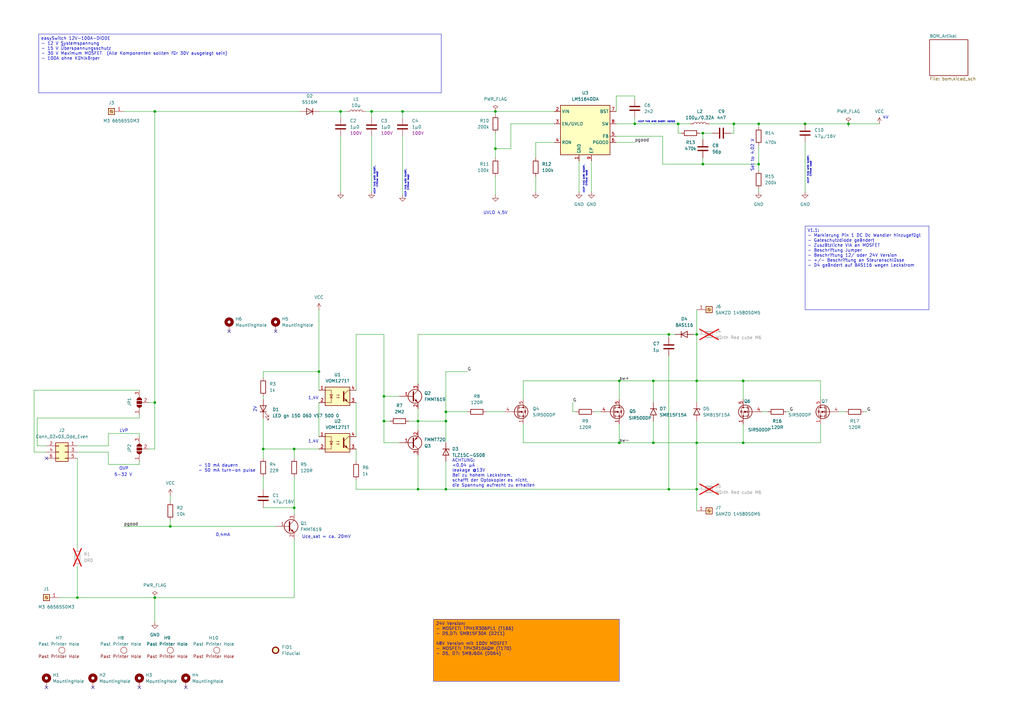
<source format=kicad_sch>
(kicad_sch
	(version 20231120)
	(generator "eeschema")
	(generator_version "8.0")
	(uuid "bf1f8167-8e29-49cc-a467-dd9cc2c77246")
	(paper "A3")
	(lib_symbols
		(symbol "Connector:Screw_Terminal_01x01"
			(pin_names
				(offset 1.016) hide)
			(exclude_from_sim no)
			(in_bom yes)
			(on_board yes)
			(property "Reference" "J"
				(at 0 2.54 0)
				(effects
					(font
						(size 1.27 1.27)
					)
				)
			)
			(property "Value" "Screw_Terminal_01x01"
				(at 0 -2.54 0)
				(effects
					(font
						(size 1.27 1.27)
					)
				)
			)
			(property "Footprint" ""
				(at 0 0 0)
				(effects
					(font
						(size 1.27 1.27)
					)
					(hide yes)
				)
			)
			(property "Datasheet" "~"
				(at 0 0 0)
				(effects
					(font
						(size 1.27 1.27)
					)
					(hide yes)
				)
			)
			(property "Description" "Generic screw terminal, single row, 01x01, script generated (kicad-library-utils/schlib/autogen/connector/)"
				(at 0 0 0)
				(effects
					(font
						(size 1.27 1.27)
					)
					(hide yes)
				)
			)
			(property "ki_keywords" "screw terminal"
				(at 0 0 0)
				(effects
					(font
						(size 1.27 1.27)
					)
					(hide yes)
				)
			)
			(property "ki_fp_filters" "TerminalBlock*:*"
				(at 0 0 0)
				(effects
					(font
						(size 1.27 1.27)
					)
					(hide yes)
				)
			)
			(symbol "Screw_Terminal_01x01_1_1"
				(rectangle
					(start -1.27 1.27)
					(end 1.27 -1.27)
					(stroke
						(width 0.254)
						(type default)
					)
					(fill
						(type background)
					)
				)
				(polyline
					(pts
						(xy -0.5334 0.3302) (xy 0.3302 -0.508)
					)
					(stroke
						(width 0.1524)
						(type default)
					)
					(fill
						(type none)
					)
				)
				(polyline
					(pts
						(xy -0.3556 0.508) (xy 0.508 -0.3302)
					)
					(stroke
						(width 0.1524)
						(type default)
					)
					(fill
						(type none)
					)
				)
				(circle
					(center 0 0)
					(radius 0.635)
					(stroke
						(width 0.1524)
						(type default)
					)
					(fill
						(type none)
					)
				)
				(pin passive line
					(at -5.08 0 0)
					(length 3.81)
					(name "Pin_1"
						(effects
							(font
								(size 1.27 1.27)
							)
						)
					)
					(number "1"
						(effects
							(font
								(size 1.27 1.27)
							)
						)
					)
				)
			)
		)
		(symbol "Connector_Generic:Conn_02x03_Odd_Even"
			(pin_names
				(offset 1.016) hide)
			(exclude_from_sim no)
			(in_bom yes)
			(on_board yes)
			(property "Reference" "J"
				(at 1.27 5.08 0)
				(effects
					(font
						(size 1.27 1.27)
					)
				)
			)
			(property "Value" "Conn_02x03_Odd_Even"
				(at 1.27 -5.08 0)
				(effects
					(font
						(size 1.27 1.27)
					)
				)
			)
			(property "Footprint" ""
				(at 0 0 0)
				(effects
					(font
						(size 1.27 1.27)
					)
					(hide yes)
				)
			)
			(property "Datasheet" "~"
				(at 0 0 0)
				(effects
					(font
						(size 1.27 1.27)
					)
					(hide yes)
				)
			)
			(property "Description" "Generic connector, double row, 02x03, odd/even pin numbering scheme (row 1 odd numbers, row 2 even numbers), script generated (kicad-library-utils/schlib/autogen/connector/)"
				(at 0 0 0)
				(effects
					(font
						(size 1.27 1.27)
					)
					(hide yes)
				)
			)
			(property "ki_keywords" "connector"
				(at 0 0 0)
				(effects
					(font
						(size 1.27 1.27)
					)
					(hide yes)
				)
			)
			(property "ki_fp_filters" "Connector*:*_2x??_*"
				(at 0 0 0)
				(effects
					(font
						(size 1.27 1.27)
					)
					(hide yes)
				)
			)
			(symbol "Conn_02x03_Odd_Even_1_1"
				(rectangle
					(start -1.27 -2.413)
					(end 0 -2.667)
					(stroke
						(width 0.1524)
						(type default)
					)
					(fill
						(type none)
					)
				)
				(rectangle
					(start -1.27 0.127)
					(end 0 -0.127)
					(stroke
						(width 0.1524)
						(type default)
					)
					(fill
						(type none)
					)
				)
				(rectangle
					(start -1.27 2.667)
					(end 0 2.413)
					(stroke
						(width 0.1524)
						(type default)
					)
					(fill
						(type none)
					)
				)
				(rectangle
					(start -1.27 3.81)
					(end 3.81 -3.81)
					(stroke
						(width 0.254)
						(type default)
					)
					(fill
						(type background)
					)
				)
				(rectangle
					(start 3.81 -2.413)
					(end 2.54 -2.667)
					(stroke
						(width 0.1524)
						(type default)
					)
					(fill
						(type none)
					)
				)
				(rectangle
					(start 3.81 0.127)
					(end 2.54 -0.127)
					(stroke
						(width 0.1524)
						(type default)
					)
					(fill
						(type none)
					)
				)
				(rectangle
					(start 3.81 2.667)
					(end 2.54 2.413)
					(stroke
						(width 0.1524)
						(type default)
					)
					(fill
						(type none)
					)
				)
				(pin passive line
					(at -5.08 2.54 0)
					(length 3.81)
					(name "Pin_1"
						(effects
							(font
								(size 1.27 1.27)
							)
						)
					)
					(number "1"
						(effects
							(font
								(size 1.27 1.27)
							)
						)
					)
				)
				(pin passive line
					(at 7.62 2.54 180)
					(length 3.81)
					(name "Pin_2"
						(effects
							(font
								(size 1.27 1.27)
							)
						)
					)
					(number "2"
						(effects
							(font
								(size 1.27 1.27)
							)
						)
					)
				)
				(pin passive line
					(at -5.08 0 0)
					(length 3.81)
					(name "Pin_3"
						(effects
							(font
								(size 1.27 1.27)
							)
						)
					)
					(number "3"
						(effects
							(font
								(size 1.27 1.27)
							)
						)
					)
				)
				(pin passive line
					(at 7.62 0 180)
					(length 3.81)
					(name "Pin_4"
						(effects
							(font
								(size 1.27 1.27)
							)
						)
					)
					(number "4"
						(effects
							(font
								(size 1.27 1.27)
							)
						)
					)
				)
				(pin passive line
					(at -5.08 -2.54 0)
					(length 3.81)
					(name "Pin_5"
						(effects
							(font
								(size 1.27 1.27)
							)
						)
					)
					(number "5"
						(effects
							(font
								(size 1.27 1.27)
							)
						)
					)
				)
				(pin passive line
					(at 7.62 -2.54 180)
					(length 3.81)
					(name "Pin_6"
						(effects
							(font
								(size 1.27 1.27)
							)
						)
					)
					(number "6"
						(effects
							(font
								(size 1.27 1.27)
							)
						)
					)
				)
			)
		)
		(symbol "Device:C"
			(pin_numbers hide)
			(pin_names
				(offset 0.254)
			)
			(exclude_from_sim no)
			(in_bom yes)
			(on_board yes)
			(property "Reference" "C"
				(at 0.635 2.54 0)
				(effects
					(font
						(size 1.27 1.27)
					)
					(justify left)
				)
			)
			(property "Value" "C"
				(at 0.635 -2.54 0)
				(effects
					(font
						(size 1.27 1.27)
					)
					(justify left)
				)
			)
			(property "Footprint" ""
				(at 0.9652 -3.81 0)
				(effects
					(font
						(size 1.27 1.27)
					)
					(hide yes)
				)
			)
			(property "Datasheet" "~"
				(at 0 0 0)
				(effects
					(font
						(size 1.27 1.27)
					)
					(hide yes)
				)
			)
			(property "Description" "Unpolarized capacitor"
				(at 0 0 0)
				(effects
					(font
						(size 1.27 1.27)
					)
					(hide yes)
				)
			)
			(property "ki_keywords" "cap capacitor"
				(at 0 0 0)
				(effects
					(font
						(size 1.27 1.27)
					)
					(hide yes)
				)
			)
			(property "ki_fp_filters" "C_*"
				(at 0 0 0)
				(effects
					(font
						(size 1.27 1.27)
					)
					(hide yes)
				)
			)
			(symbol "C_0_1"
				(polyline
					(pts
						(xy -2.032 -0.762) (xy 2.032 -0.762)
					)
					(stroke
						(width 0.508)
						(type default)
					)
					(fill
						(type none)
					)
				)
				(polyline
					(pts
						(xy -2.032 0.762) (xy 2.032 0.762)
					)
					(stroke
						(width 0.508)
						(type default)
					)
					(fill
						(type none)
					)
				)
			)
			(symbol "C_1_1"
				(pin passive line
					(at 0 3.81 270)
					(length 2.794)
					(name "~"
						(effects
							(font
								(size 1.27 1.27)
							)
						)
					)
					(number "1"
						(effects
							(font
								(size 1.27 1.27)
							)
						)
					)
				)
				(pin passive line
					(at 0 -3.81 90)
					(length 2.794)
					(name "~"
						(effects
							(font
								(size 1.27 1.27)
							)
						)
					)
					(number "2"
						(effects
							(font
								(size 1.27 1.27)
							)
						)
					)
				)
			)
		)
		(symbol "Device:D"
			(pin_numbers hide)
			(pin_names
				(offset 1.016) hide)
			(exclude_from_sim no)
			(in_bom yes)
			(on_board yes)
			(property "Reference" "D"
				(at 0 2.54 0)
				(effects
					(font
						(size 1.27 1.27)
					)
				)
			)
			(property "Value" "D"
				(at 0 -2.54 0)
				(effects
					(font
						(size 1.27 1.27)
					)
				)
			)
			(property "Footprint" ""
				(at 0 0 0)
				(effects
					(font
						(size 1.27 1.27)
					)
					(hide yes)
				)
			)
			(property "Datasheet" "~"
				(at 0 0 0)
				(effects
					(font
						(size 1.27 1.27)
					)
					(hide yes)
				)
			)
			(property "Description" "Diode"
				(at 0 0 0)
				(effects
					(font
						(size 1.27 1.27)
					)
					(hide yes)
				)
			)
			(property "Sim.Device" "D"
				(at 0 0 0)
				(effects
					(font
						(size 1.27 1.27)
					)
					(hide yes)
				)
			)
			(property "Sim.Pins" "1=K 2=A"
				(at 0 0 0)
				(effects
					(font
						(size 1.27 1.27)
					)
					(hide yes)
				)
			)
			(property "ki_keywords" "diode"
				(at 0 0 0)
				(effects
					(font
						(size 1.27 1.27)
					)
					(hide yes)
				)
			)
			(property "ki_fp_filters" "TO-???* *_Diode_* *SingleDiode* D_*"
				(at 0 0 0)
				(effects
					(font
						(size 1.27 1.27)
					)
					(hide yes)
				)
			)
			(symbol "D_0_1"
				(polyline
					(pts
						(xy -1.27 1.27) (xy -1.27 -1.27)
					)
					(stroke
						(width 0.254)
						(type default)
					)
					(fill
						(type none)
					)
				)
				(polyline
					(pts
						(xy 1.27 0) (xy -1.27 0)
					)
					(stroke
						(width 0)
						(type default)
					)
					(fill
						(type none)
					)
				)
				(polyline
					(pts
						(xy 1.27 1.27) (xy 1.27 -1.27) (xy -1.27 0) (xy 1.27 1.27)
					)
					(stroke
						(width 0.254)
						(type default)
					)
					(fill
						(type none)
					)
				)
			)
			(symbol "D_1_1"
				(pin passive line
					(at -3.81 0 0)
					(length 2.54)
					(name "K"
						(effects
							(font
								(size 1.27 1.27)
							)
						)
					)
					(number "1"
						(effects
							(font
								(size 1.27 1.27)
							)
						)
					)
				)
				(pin passive line
					(at 3.81 0 180)
					(length 2.54)
					(name "A"
						(effects
							(font
								(size 1.27 1.27)
							)
						)
					)
					(number "2"
						(effects
							(font
								(size 1.27 1.27)
							)
						)
					)
				)
			)
		)
		(symbol "Device:L"
			(pin_numbers hide)
			(pin_names
				(offset 1.016) hide)
			(exclude_from_sim no)
			(in_bom yes)
			(on_board yes)
			(property "Reference" "L"
				(at -1.27 0 90)
				(effects
					(font
						(size 1.27 1.27)
					)
				)
			)
			(property "Value" "L"
				(at 1.905 0 90)
				(effects
					(font
						(size 1.27 1.27)
					)
				)
			)
			(property "Footprint" ""
				(at 0 0 0)
				(effects
					(font
						(size 1.27 1.27)
					)
					(hide yes)
				)
			)
			(property "Datasheet" "~"
				(at 0 0 0)
				(effects
					(font
						(size 1.27 1.27)
					)
					(hide yes)
				)
			)
			(property "Description" "Inductor"
				(at 0 0 0)
				(effects
					(font
						(size 1.27 1.27)
					)
					(hide yes)
				)
			)
			(property "ki_keywords" "inductor choke coil reactor magnetic"
				(at 0 0 0)
				(effects
					(font
						(size 1.27 1.27)
					)
					(hide yes)
				)
			)
			(property "ki_fp_filters" "Choke_* *Coil* Inductor_* L_*"
				(at 0 0 0)
				(effects
					(font
						(size 1.27 1.27)
					)
					(hide yes)
				)
			)
			(symbol "L_0_1"
				(arc
					(start 0 -2.54)
					(mid 0.6323 -1.905)
					(end 0 -1.27)
					(stroke
						(width 0)
						(type default)
					)
					(fill
						(type none)
					)
				)
				(arc
					(start 0 -1.27)
					(mid 0.6323 -0.635)
					(end 0 0)
					(stroke
						(width 0)
						(type default)
					)
					(fill
						(type none)
					)
				)
				(arc
					(start 0 0)
					(mid 0.6323 0.635)
					(end 0 1.27)
					(stroke
						(width 0)
						(type default)
					)
					(fill
						(type none)
					)
				)
				(arc
					(start 0 1.27)
					(mid 0.6323 1.905)
					(end 0 2.54)
					(stroke
						(width 0)
						(type default)
					)
					(fill
						(type none)
					)
				)
			)
			(symbol "L_1_1"
				(pin passive line
					(at 0 3.81 270)
					(length 1.27)
					(name "1"
						(effects
							(font
								(size 1.27 1.27)
							)
						)
					)
					(number "1"
						(effects
							(font
								(size 1.27 1.27)
							)
						)
					)
				)
				(pin passive line
					(at 0 -3.81 90)
					(length 1.27)
					(name "2"
						(effects
							(font
								(size 1.27 1.27)
							)
						)
					)
					(number "2"
						(effects
							(font
								(size 1.27 1.27)
							)
						)
					)
				)
			)
		)
		(symbol "Device:LED"
			(pin_numbers hide)
			(pin_names
				(offset 1.016) hide)
			(exclude_from_sim no)
			(in_bom yes)
			(on_board yes)
			(property "Reference" "D"
				(at 0 2.54 0)
				(effects
					(font
						(size 1.27 1.27)
					)
				)
			)
			(property "Value" "LED"
				(at 0 -2.54 0)
				(effects
					(font
						(size 1.27 1.27)
					)
				)
			)
			(property "Footprint" ""
				(at 0 0 0)
				(effects
					(font
						(size 1.27 1.27)
					)
					(hide yes)
				)
			)
			(property "Datasheet" "~"
				(at 0 0 0)
				(effects
					(font
						(size 1.27 1.27)
					)
					(hide yes)
				)
			)
			(property "Description" "Light emitting diode"
				(at 0 0 0)
				(effects
					(font
						(size 1.27 1.27)
					)
					(hide yes)
				)
			)
			(property "ki_keywords" "LED diode"
				(at 0 0 0)
				(effects
					(font
						(size 1.27 1.27)
					)
					(hide yes)
				)
			)
			(property "ki_fp_filters" "LED* LED_SMD:* LED_THT:*"
				(at 0 0 0)
				(effects
					(font
						(size 1.27 1.27)
					)
					(hide yes)
				)
			)
			(symbol "LED_0_1"
				(polyline
					(pts
						(xy -1.27 -1.27) (xy -1.27 1.27)
					)
					(stroke
						(width 0.254)
						(type default)
					)
					(fill
						(type none)
					)
				)
				(polyline
					(pts
						(xy -1.27 0) (xy 1.27 0)
					)
					(stroke
						(width 0)
						(type default)
					)
					(fill
						(type none)
					)
				)
				(polyline
					(pts
						(xy 1.27 -1.27) (xy 1.27 1.27) (xy -1.27 0) (xy 1.27 -1.27)
					)
					(stroke
						(width 0.254)
						(type default)
					)
					(fill
						(type none)
					)
				)
				(polyline
					(pts
						(xy -3.048 -0.762) (xy -4.572 -2.286) (xy -3.81 -2.286) (xy -4.572 -2.286) (xy -4.572 -1.524)
					)
					(stroke
						(width 0)
						(type default)
					)
					(fill
						(type none)
					)
				)
				(polyline
					(pts
						(xy -1.778 -0.762) (xy -3.302 -2.286) (xy -2.54 -2.286) (xy -3.302 -2.286) (xy -3.302 -1.524)
					)
					(stroke
						(width 0)
						(type default)
					)
					(fill
						(type none)
					)
				)
			)
			(symbol "LED_1_1"
				(pin passive line
					(at -3.81 0 0)
					(length 2.54)
					(name "K"
						(effects
							(font
								(size 1.27 1.27)
							)
						)
					)
					(number "1"
						(effects
							(font
								(size 1.27 1.27)
							)
						)
					)
				)
				(pin passive line
					(at 3.81 0 180)
					(length 2.54)
					(name "A"
						(effects
							(font
								(size 1.27 1.27)
							)
						)
					)
					(number "2"
						(effects
							(font
								(size 1.27 1.27)
							)
						)
					)
				)
			)
		)
		(symbol "Device:R"
			(pin_numbers hide)
			(pin_names
				(offset 0)
			)
			(exclude_from_sim no)
			(in_bom yes)
			(on_board yes)
			(property "Reference" "R"
				(at 2.032 0 90)
				(effects
					(font
						(size 1.27 1.27)
					)
				)
			)
			(property "Value" "R"
				(at 0 0 90)
				(effects
					(font
						(size 1.27 1.27)
					)
				)
			)
			(property "Footprint" ""
				(at -1.778 0 90)
				(effects
					(font
						(size 1.27 1.27)
					)
					(hide yes)
				)
			)
			(property "Datasheet" "~"
				(at 0 0 0)
				(effects
					(font
						(size 1.27 1.27)
					)
					(hide yes)
				)
			)
			(property "Description" "Resistor"
				(at 0 0 0)
				(effects
					(font
						(size 1.27 1.27)
					)
					(hide yes)
				)
			)
			(property "ki_keywords" "R res resistor"
				(at 0 0 0)
				(effects
					(font
						(size 1.27 1.27)
					)
					(hide yes)
				)
			)
			(property "ki_fp_filters" "R_*"
				(at 0 0 0)
				(effects
					(font
						(size 1.27 1.27)
					)
					(hide yes)
				)
			)
			(symbol "R_0_1"
				(rectangle
					(start -1.016 -2.54)
					(end 1.016 2.54)
					(stroke
						(width 0.254)
						(type default)
					)
					(fill
						(type none)
					)
				)
			)
			(symbol "R_1_1"
				(pin passive line
					(at 0 3.81 270)
					(length 1.27)
					(name "~"
						(effects
							(font
								(size 1.27 1.27)
							)
						)
					)
					(number "1"
						(effects
							(font
								(size 1.27 1.27)
							)
						)
					)
				)
				(pin passive line
					(at 0 -3.81 90)
					(length 1.27)
					(name "~"
						(effects
							(font
								(size 1.27 1.27)
							)
						)
					)
					(number "2"
						(effects
							(font
								(size 1.27 1.27)
							)
						)
					)
				)
			)
		)
		(symbol "Diode:BAS19"
			(pin_numbers hide)
			(pin_names hide)
			(exclude_from_sim no)
			(in_bom yes)
			(on_board yes)
			(property "Reference" "D"
				(at 0 2.54 0)
				(effects
					(font
						(size 1.27 1.27)
					)
				)
			)
			(property "Value" "BAS19"
				(at 0 -2.54 0)
				(effects
					(font
						(size 1.27 1.27)
					)
				)
			)
			(property "Footprint" "Package_TO_SOT_SMD:SOT-23"
				(at 0 -4.445 0)
				(effects
					(font
						(size 1.27 1.27)
					)
					(hide yes)
				)
			)
			(property "Datasheet" "https://www.diodes.com/assets/Datasheets/Ds12004.pdf"
				(at 0 0 0)
				(effects
					(font
						(size 1.27 1.27)
					)
					(hide yes)
				)
			)
			(property "Description" "120V, 0.4A, High-speed Switching Diode, SOT-23"
				(at 0 0 0)
				(effects
					(font
						(size 1.27 1.27)
					)
					(hide yes)
				)
			)
			(property "ki_keywords" "diode"
				(at 0 0 0)
				(effects
					(font
						(size 1.27 1.27)
					)
					(hide yes)
				)
			)
			(property "ki_fp_filters" "SOT?23*"
				(at 0 0 0)
				(effects
					(font
						(size 1.27 1.27)
					)
					(hide yes)
				)
			)
			(symbol "BAS19_0_1"
				(polyline
					(pts
						(xy -1.27 1.27) (xy -1.27 -1.27)
					)
					(stroke
						(width 0.254)
						(type default)
					)
					(fill
						(type none)
					)
				)
				(polyline
					(pts
						(xy 1.27 0) (xy -1.27 0)
					)
					(stroke
						(width 0)
						(type default)
					)
					(fill
						(type none)
					)
				)
				(polyline
					(pts
						(xy 1.27 1.27) (xy 1.27 -1.27) (xy -1.27 0) (xy 1.27 1.27)
					)
					(stroke
						(width 0.254)
						(type default)
					)
					(fill
						(type none)
					)
				)
			)
			(symbol "BAS19_1_1"
				(pin passive line
					(at 3.81 0 180)
					(length 2.54)
					(name "A"
						(effects
							(font
								(size 1.27 1.27)
							)
						)
					)
					(number "1"
						(effects
							(font
								(size 1.27 1.27)
							)
						)
					)
				)
				(pin no_connect line
					(at -1.27 0 0)
					(length 2.54) hide
					(name "NC"
						(effects
							(font
								(size 1.27 1.27)
							)
						)
					)
					(number "2"
						(effects
							(font
								(size 1.27 1.27)
							)
						)
					)
				)
				(pin passive line
					(at -3.81 0 0)
					(length 2.54)
					(name "K"
						(effects
							(font
								(size 1.27 1.27)
							)
						)
					)
					(number "3"
						(effects
							(font
								(size 1.27 1.27)
							)
						)
					)
				)
			)
		)
		(symbol "Diode:BZV55C15"
			(pin_numbers hide)
			(pin_names hide)
			(exclude_from_sim no)
			(in_bom yes)
			(on_board yes)
			(property "Reference" "D"
				(at 0 2.54 0)
				(effects
					(font
						(size 1.27 1.27)
					)
				)
			)
			(property "Value" "BZV55C15"
				(at 0 -2.54 0)
				(effects
					(font
						(size 1.27 1.27)
					)
				)
			)
			(property "Footprint" "Diode_SMD:D_MiniMELF"
				(at 0 -4.445 0)
				(effects
					(font
						(size 1.27 1.27)
					)
					(hide yes)
				)
			)
			(property "Datasheet" "https://assets.nexperia.com/documents/data-sheet/BZV55_SER.pdf"
				(at 0 0 0)
				(effects
					(font
						(size 1.27 1.27)
					)
					(hide yes)
				)
			)
			(property "Description" "15V, 500mW, 5%, Zener diode, MiniMELF"
				(at 0 0 0)
				(effects
					(font
						(size 1.27 1.27)
					)
					(hide yes)
				)
			)
			(property "ki_keywords" "zener diode"
				(at 0 0 0)
				(effects
					(font
						(size 1.27 1.27)
					)
					(hide yes)
				)
			)
			(property "ki_fp_filters" "D*MiniMELF*"
				(at 0 0 0)
				(effects
					(font
						(size 1.27 1.27)
					)
					(hide yes)
				)
			)
			(symbol "BZV55C15_0_1"
				(polyline
					(pts
						(xy 1.27 0) (xy -1.27 0)
					)
					(stroke
						(width 0)
						(type default)
					)
					(fill
						(type none)
					)
				)
				(polyline
					(pts
						(xy -1.27 -1.27) (xy -1.27 1.27) (xy -0.762 1.27)
					)
					(stroke
						(width 0.254)
						(type default)
					)
					(fill
						(type none)
					)
				)
				(polyline
					(pts
						(xy 1.27 -1.27) (xy 1.27 1.27) (xy -1.27 0) (xy 1.27 -1.27)
					)
					(stroke
						(width 0.254)
						(type default)
					)
					(fill
						(type none)
					)
				)
			)
			(symbol "BZV55C15_1_1"
				(pin passive line
					(at -3.81 0 0)
					(length 2.54)
					(name "K"
						(effects
							(font
								(size 1.27 1.27)
							)
						)
					)
					(number "1"
						(effects
							(font
								(size 1.27 1.27)
							)
						)
					)
				)
				(pin passive line
					(at 3.81 0 180)
					(length 2.54)
					(name "A"
						(effects
							(font
								(size 1.27 1.27)
							)
						)
					)
					(number "2"
						(effects
							(font
								(size 1.27 1.27)
							)
						)
					)
				)
			)
		)
		(symbol "Diode:SM6T15A"
			(pin_numbers hide)
			(pin_names
				(offset 1.016) hide)
			(exclude_from_sim no)
			(in_bom yes)
			(on_board yes)
			(property "Reference" "D"
				(at 0 2.54 0)
				(effects
					(font
						(size 1.27 1.27)
					)
				)
			)
			(property "Value" "SM6T15A"
				(at 0 -2.54 0)
				(effects
					(font
						(size 1.27 1.27)
					)
				)
			)
			(property "Footprint" "Diode_SMD:D_SMB"
				(at 0 -5.08 0)
				(effects
					(font
						(size 1.27 1.27)
					)
					(hide yes)
				)
			)
			(property "Datasheet" "https://www.st.com/resource/en/datasheet/sm6t.pdf"
				(at -1.27 0 0)
				(effects
					(font
						(size 1.27 1.27)
					)
					(hide yes)
				)
			)
			(property "Description" "600W unidirectional Transil Transient Voltage Suppressor, 15Vrwm, DO-214AA"
				(at 0 0 0)
				(effects
					(font
						(size 1.27 1.27)
					)
					(hide yes)
				)
			)
			(property "ki_keywords" "diode TVS voltage suppressor"
				(at 0 0 0)
				(effects
					(font
						(size 1.27 1.27)
					)
					(hide yes)
				)
			)
			(property "ki_fp_filters" "D*SMB*"
				(at 0 0 0)
				(effects
					(font
						(size 1.27 1.27)
					)
					(hide yes)
				)
			)
			(symbol "SM6T15A_0_1"
				(polyline
					(pts
						(xy -0.762 1.27) (xy -1.27 1.27) (xy -1.27 -1.27)
					)
					(stroke
						(width 0.254)
						(type default)
					)
					(fill
						(type none)
					)
				)
				(polyline
					(pts
						(xy 1.27 1.27) (xy 1.27 -1.27) (xy -1.27 0) (xy 1.27 1.27)
					)
					(stroke
						(width 0.254)
						(type default)
					)
					(fill
						(type none)
					)
				)
			)
			(symbol "SM6T15A_1_1"
				(pin passive line
					(at -3.81 0 0)
					(length 2.54)
					(name "A1"
						(effects
							(font
								(size 1.27 1.27)
							)
						)
					)
					(number "1"
						(effects
							(font
								(size 1.27 1.27)
							)
						)
					)
				)
				(pin passive line
					(at 3.81 0 180)
					(length 2.54)
					(name "A2"
						(effects
							(font
								(size 1.27 1.27)
							)
						)
					)
					(number "2"
						(effects
							(font
								(size 1.27 1.27)
							)
						)
					)
				)
			)
		)
		(symbol "Isolator:VO615A-1"
			(pin_names
				(offset 0.762)
			)
			(exclude_from_sim no)
			(in_bom yes)
			(on_board yes)
			(property "Reference" "U"
				(at 0 7.62 0)
				(effects
					(font
						(size 1.27 1.27)
					)
				)
			)
			(property "Value" "VO615A-1"
				(at 0 5.08 0)
				(effects
					(font
						(size 1.27 1.27)
					)
				)
			)
			(property "Footprint" ""
				(at 0 0 0)
				(effects
					(font
						(size 1.27 1.27)
					)
					(hide yes)
				)
			)
			(property "Datasheet" "http://www.vishay.com/docs/81753/vo615a.pdf"
				(at 0 0 0)
				(effects
					(font
						(size 1.27 1.27)
					)
					(hide yes)
				)
			)
			(property "Description" "DC Optocoupler, Vce 70V, CTR 40-80% @ 10mA, Viso 5000Vrms, DIP4"
				(at 0 0 0)
				(effects
					(font
						(size 1.27 1.27)
					)
					(hide yes)
				)
			)
			(property "ki_keywords" "NPN DC Optocoupler"
				(at 0 0 0)
				(effects
					(font
						(size 1.27 1.27)
					)
					(hide yes)
				)
			)
			(property "ki_fp_filters" "DIP*W7.62mm* DIP*W10.16mm* SMDIP*W7.62mm* SMDIP*W9.53mm* SMDIP*W11.48mm*"
				(at 0 0 0)
				(effects
					(font
						(size 1.27 1.27)
					)
					(hide yes)
				)
			)
			(symbol "VO615A-1_0_1"
				(rectangle
					(start -5.08 3.81)
					(end 5.08 -3.81)
					(stroke
						(width 0.254)
						(type default)
					)
					(fill
						(type background)
					)
				)
				(polyline
					(pts
						(xy -3.175 -0.635) (xy -1.905 -0.635)
					)
					(stroke
						(width 0)
						(type default)
					)
					(fill
						(type none)
					)
				)
				(polyline
					(pts
						(xy 2.54 0.635) (xy 4.445 2.54)
					)
					(stroke
						(width 0)
						(type default)
					)
					(fill
						(type none)
					)
				)
				(polyline
					(pts
						(xy 4.445 -2.54) (xy 2.54 -0.635)
					)
					(stroke
						(width 0)
						(type default)
					)
					(fill
						(type outline)
					)
				)
				(polyline
					(pts
						(xy 4.445 -2.54) (xy 5.08 -2.54)
					)
					(stroke
						(width 0)
						(type default)
					)
					(fill
						(type none)
					)
				)
				(polyline
					(pts
						(xy 4.445 2.54) (xy 5.08 2.54)
					)
					(stroke
						(width 0)
						(type default)
					)
					(fill
						(type none)
					)
				)
				(polyline
					(pts
						(xy 2.54 1.905) (xy 2.54 -1.905) (xy 2.54 -1.905)
					)
					(stroke
						(width 0.508)
						(type default)
					)
					(fill
						(type none)
					)
				)
				(polyline
					(pts
						(xy -5.08 2.54) (xy -2.54 2.54) (xy -2.54 -2.54) (xy -5.08 -2.54)
					)
					(stroke
						(width 0)
						(type default)
					)
					(fill
						(type none)
					)
				)
				(polyline
					(pts
						(xy -2.54 -0.635) (xy -3.175 0.635) (xy -1.905 0.635) (xy -2.54 -0.635)
					)
					(stroke
						(width 0)
						(type default)
					)
					(fill
						(type none)
					)
				)
				(polyline
					(pts
						(xy -0.508 -0.508) (xy 0.762 -0.508) (xy 0.381 -0.635) (xy 0.381 -0.381) (xy 0.762 -0.508)
					)
					(stroke
						(width 0)
						(type default)
					)
					(fill
						(type none)
					)
				)
				(polyline
					(pts
						(xy -0.508 0.508) (xy 0.762 0.508) (xy 0.381 0.381) (xy 0.381 0.635) (xy 0.762 0.508)
					)
					(stroke
						(width 0)
						(type default)
					)
					(fill
						(type none)
					)
				)
				(polyline
					(pts
						(xy 3.048 -1.651) (xy 3.556 -1.143) (xy 4.064 -2.159) (xy 3.048 -1.651) (xy 3.048 -1.651)
					)
					(stroke
						(width 0)
						(type default)
					)
					(fill
						(type outline)
					)
				)
			)
			(symbol "VO615A-1_1_1"
				(pin passive line
					(at -7.62 2.54 0)
					(length 2.54)
					(name "~"
						(effects
							(font
								(size 1.27 1.27)
							)
						)
					)
					(number "1"
						(effects
							(font
								(size 1.27 1.27)
							)
						)
					)
				)
				(pin passive line
					(at -7.62 -2.54 0)
					(length 2.54)
					(name "~"
						(effects
							(font
								(size 1.27 1.27)
							)
						)
					)
					(number "2"
						(effects
							(font
								(size 1.27 1.27)
							)
						)
					)
				)
				(pin passive line
					(at 7.62 -2.54 180)
					(length 2.54)
					(name "~"
						(effects
							(font
								(size 1.27 1.27)
							)
						)
					)
					(number "3"
						(effects
							(font
								(size 1.27 1.27)
							)
						)
					)
				)
				(pin passive line
					(at 7.62 2.54 180)
					(length 2.54)
					(name "~"
						(effects
							(font
								(size 1.27 1.27)
							)
						)
					)
					(number "4"
						(effects
							(font
								(size 1.27 1.27)
							)
						)
					)
				)
			)
		)
		(symbol "Jumper:SolderJumper_3_Open"
			(pin_names
				(offset 0) hide)
			(exclude_from_sim yes)
			(in_bom no)
			(on_board yes)
			(property "Reference" "JP"
				(at -2.54 -2.54 0)
				(effects
					(font
						(size 1.27 1.27)
					)
				)
			)
			(property "Value" "SolderJumper_3_Open"
				(at 0 2.794 0)
				(effects
					(font
						(size 1.27 1.27)
					)
				)
			)
			(property "Footprint" ""
				(at 0 0 0)
				(effects
					(font
						(size 1.27 1.27)
					)
					(hide yes)
				)
			)
			(property "Datasheet" "~"
				(at 0 0 0)
				(effects
					(font
						(size 1.27 1.27)
					)
					(hide yes)
				)
			)
			(property "Description" "Solder Jumper, 3-pole, open"
				(at 0 0 0)
				(effects
					(font
						(size 1.27 1.27)
					)
					(hide yes)
				)
			)
			(property "ki_keywords" "Solder Jumper SPDT"
				(at 0 0 0)
				(effects
					(font
						(size 1.27 1.27)
					)
					(hide yes)
				)
			)
			(property "ki_fp_filters" "SolderJumper*Open*"
				(at 0 0 0)
				(effects
					(font
						(size 1.27 1.27)
					)
					(hide yes)
				)
			)
			(symbol "SolderJumper_3_Open_0_1"
				(arc
					(start -1.016 1.016)
					(mid -2.0276 0)
					(end -1.016 -1.016)
					(stroke
						(width 0)
						(type default)
					)
					(fill
						(type none)
					)
				)
				(arc
					(start -1.016 1.016)
					(mid -2.0276 0)
					(end -1.016 -1.016)
					(stroke
						(width 0)
						(type default)
					)
					(fill
						(type outline)
					)
				)
				(rectangle
					(start -0.508 1.016)
					(end 0.508 -1.016)
					(stroke
						(width 0)
						(type default)
					)
					(fill
						(type outline)
					)
				)
				(polyline
					(pts
						(xy -2.54 0) (xy -2.032 0)
					)
					(stroke
						(width 0)
						(type default)
					)
					(fill
						(type none)
					)
				)
				(polyline
					(pts
						(xy -1.016 1.016) (xy -1.016 -1.016)
					)
					(stroke
						(width 0)
						(type default)
					)
					(fill
						(type none)
					)
				)
				(polyline
					(pts
						(xy 0 -1.27) (xy 0 -1.016)
					)
					(stroke
						(width 0)
						(type default)
					)
					(fill
						(type none)
					)
				)
				(polyline
					(pts
						(xy 1.016 1.016) (xy 1.016 -1.016)
					)
					(stroke
						(width 0)
						(type default)
					)
					(fill
						(type none)
					)
				)
				(polyline
					(pts
						(xy 2.54 0) (xy 2.032 0)
					)
					(stroke
						(width 0)
						(type default)
					)
					(fill
						(type none)
					)
				)
				(arc
					(start 1.016 -1.016)
					(mid 2.0276 0)
					(end 1.016 1.016)
					(stroke
						(width 0)
						(type default)
					)
					(fill
						(type none)
					)
				)
				(arc
					(start 1.016 -1.016)
					(mid 2.0276 0)
					(end 1.016 1.016)
					(stroke
						(width 0)
						(type default)
					)
					(fill
						(type outline)
					)
				)
			)
			(symbol "SolderJumper_3_Open_1_1"
				(pin passive line
					(at -5.08 0 0)
					(length 2.54)
					(name "A"
						(effects
							(font
								(size 1.27 1.27)
							)
						)
					)
					(number "1"
						(effects
							(font
								(size 1.27 1.27)
							)
						)
					)
				)
				(pin passive line
					(at 0 -3.81 90)
					(length 2.54)
					(name "C"
						(effects
							(font
								(size 1.27 1.27)
							)
						)
					)
					(number "2"
						(effects
							(font
								(size 1.27 1.27)
							)
						)
					)
				)
				(pin passive line
					(at 5.08 0 180)
					(length 2.54)
					(name "B"
						(effects
							(font
								(size 1.27 1.27)
							)
						)
					)
					(number "3"
						(effects
							(font
								(size 1.27 1.27)
							)
						)
					)
				)
			)
		)
		(symbol "Mechanical:Fiducial"
			(exclude_from_sim yes)
			(in_bom no)
			(on_board yes)
			(property "Reference" "FID"
				(at 0 5.08 0)
				(effects
					(font
						(size 1.27 1.27)
					)
				)
			)
			(property "Value" "Fiducial"
				(at 0 3.175 0)
				(effects
					(font
						(size 1.27 1.27)
					)
				)
			)
			(property "Footprint" ""
				(at 0 0 0)
				(effects
					(font
						(size 1.27 1.27)
					)
					(hide yes)
				)
			)
			(property "Datasheet" "~"
				(at 0 0 0)
				(effects
					(font
						(size 1.27 1.27)
					)
					(hide yes)
				)
			)
			(property "Description" "Fiducial Marker"
				(at 0 0 0)
				(effects
					(font
						(size 1.27 1.27)
					)
					(hide yes)
				)
			)
			(property "ki_keywords" "fiducial marker"
				(at 0 0 0)
				(effects
					(font
						(size 1.27 1.27)
					)
					(hide yes)
				)
			)
			(property "ki_fp_filters" "Fiducial*"
				(at 0 0 0)
				(effects
					(font
						(size 1.27 1.27)
					)
					(hide yes)
				)
			)
			(symbol "Fiducial_0_1"
				(circle
					(center 0 0)
					(radius 1.27)
					(stroke
						(width 0.508)
						(type default)
					)
					(fill
						(type background)
					)
				)
			)
		)
		(symbol "Mechanical:MountingHole_Pad"
			(pin_numbers hide)
			(pin_names
				(offset 1.016) hide)
			(exclude_from_sim yes)
			(in_bom no)
			(on_board yes)
			(property "Reference" "H"
				(at 0 6.35 0)
				(effects
					(font
						(size 1.27 1.27)
					)
				)
			)
			(property "Value" "MountingHole_Pad"
				(at 0 4.445 0)
				(effects
					(font
						(size 1.27 1.27)
					)
				)
			)
			(property "Footprint" ""
				(at 0 0 0)
				(effects
					(font
						(size 1.27 1.27)
					)
					(hide yes)
				)
			)
			(property "Datasheet" "~"
				(at 0 0 0)
				(effects
					(font
						(size 1.27 1.27)
					)
					(hide yes)
				)
			)
			(property "Description" "Mounting Hole with connection"
				(at 0 0 0)
				(effects
					(font
						(size 1.27 1.27)
					)
					(hide yes)
				)
			)
			(property "ki_keywords" "mounting hole"
				(at 0 0 0)
				(effects
					(font
						(size 1.27 1.27)
					)
					(hide yes)
				)
			)
			(property "ki_fp_filters" "MountingHole*Pad*"
				(at 0 0 0)
				(effects
					(font
						(size 1.27 1.27)
					)
					(hide yes)
				)
			)
			(symbol "MountingHole_Pad_0_1"
				(circle
					(center 0 1.27)
					(radius 1.27)
					(stroke
						(width 1.27)
						(type default)
					)
					(fill
						(type none)
					)
				)
			)
			(symbol "MountingHole_Pad_1_1"
				(pin input line
					(at 0 -2.54 90)
					(length 2.54)
					(name "1"
						(effects
							(font
								(size 1.27 1.27)
							)
						)
					)
					(number "1"
						(effects
							(font
								(size 1.27 1.27)
							)
						)
					)
				)
			)
		)
		(symbol "Regulator_Switching:LM5164DDA"
			(exclude_from_sim no)
			(in_bom yes)
			(on_board yes)
			(property "Reference" "U"
				(at -8.89 11.43 0)
				(effects
					(font
						(size 1.27 1.27)
					)
				)
			)
			(property "Value" "LM5164DDA"
				(at 5.08 11.43 0)
				(effects
					(font
						(size 1.27 1.27)
					)
				)
			)
			(property "Footprint" "Package_SO:HSOP-8-1EP_3.9x4.9mm_P1.27mm_EP2.41x3.1mm_ThermalVias"
				(at 1.27 -11.43 0)
				(effects
					(font
						(size 1.27 1.27)
					)
					(hide yes)
				)
			)
			(property "Datasheet" "https://www.ti.com/lit/ds/symlink/lm5164.pdf?ts=1598311864250&ref_url=https%253A%252F%252Fwww.ti.com%252Fproduct%252FLM5164%253FHQS%253DTI-null-null-octopart-df-pf-null-wwe"
				(at -7.62 8.89 0)
				(effects
					(font
						(size 1.27 1.27)
					)
					(hide yes)
				)
			)
			(property "Description" "1A synchronous buck converter with ultra-low IQ, 6V - 100V input, adjustable output voltage, HSOP-8"
				(at 0 0 0)
				(effects
					(font
						(size 1.27 1.27)
					)
					(hide yes)
				)
			)
			(property "ki_keywords" "step-down dc-dc buck regulator adjustable"
				(at 0 0 0)
				(effects
					(font
						(size 1.27 1.27)
					)
					(hide yes)
				)
			)
			(property "ki_fp_filters" "HSOP*1EP*3.9x4.9*P1.27mm*"
				(at 0 0 0)
				(effects
					(font
						(size 1.27 1.27)
					)
					(hide yes)
				)
			)
			(symbol "LM5164DDA_1_1"
				(rectangle
					(start -10.16 10.16)
					(end 10.16 -10.16)
					(stroke
						(width 0.254)
						(type default)
					)
					(fill
						(type background)
					)
				)
				(pin power_in line
					(at -2.54 -12.7 90)
					(length 2.54)
					(name "GND"
						(effects
							(font
								(size 1.27 1.27)
							)
						)
					)
					(number "1"
						(effects
							(font
								(size 1.27 1.27)
							)
						)
					)
				)
				(pin power_in line
					(at -12.7 7.62 0)
					(length 2.54)
					(name "VIN"
						(effects
							(font
								(size 1.27 1.27)
							)
						)
					)
					(number "2"
						(effects
							(font
								(size 1.27 1.27)
							)
						)
					)
				)
				(pin input line
					(at -12.7 2.54 0)
					(length 2.54)
					(name "EN/UVLO"
						(effects
							(font
								(size 1.27 1.27)
							)
						)
					)
					(number "3"
						(effects
							(font
								(size 1.27 1.27)
							)
						)
					)
				)
				(pin passive line
					(at -12.7 -5.08 0)
					(length 2.54)
					(name "RON"
						(effects
							(font
								(size 1.27 1.27)
							)
						)
					)
					(number "4"
						(effects
							(font
								(size 1.27 1.27)
							)
						)
					)
				)
				(pin input line
					(at 12.7 -2.54 180)
					(length 2.54)
					(name "FB"
						(effects
							(font
								(size 1.27 1.27)
							)
						)
					)
					(number "5"
						(effects
							(font
								(size 1.27 1.27)
							)
						)
					)
				)
				(pin open_collector line
					(at 12.7 -5.08 180)
					(length 2.54)
					(name "PGOOD"
						(effects
							(font
								(size 1.27 1.27)
							)
						)
					)
					(number "6"
						(effects
							(font
								(size 1.27 1.27)
							)
						)
					)
				)
				(pin passive line
					(at 12.7 7.62 180)
					(length 2.54)
					(name "BST"
						(effects
							(font
								(size 1.27 1.27)
							)
						)
					)
					(number "7"
						(effects
							(font
								(size 1.27 1.27)
							)
						)
					)
				)
				(pin power_out line
					(at 12.7 2.54 180)
					(length 2.54)
					(name "SW"
						(effects
							(font
								(size 1.27 1.27)
							)
						)
					)
					(number "8"
						(effects
							(font
								(size 1.27 1.27)
							)
						)
					)
				)
				(pin passive line
					(at 2.54 -12.7 90)
					(length 2.54)
					(name "EP"
						(effects
							(font
								(size 1.27 1.27)
							)
						)
					)
					(number "9"
						(effects
							(font
								(size 1.27 1.27)
							)
						)
					)
				)
			)
		)
		(symbol "Transistor_BJT:MMBT2222A"
			(pin_names
				(offset 0) hide)
			(exclude_from_sim no)
			(in_bom yes)
			(on_board yes)
			(property "Reference" "Q"
				(at 5.08 1.905 0)
				(effects
					(font
						(size 1.27 1.27)
					)
					(justify left)
				)
			)
			(property "Value" "MMBT2222A"
				(at 5.08 0 0)
				(effects
					(font
						(size 1.27 1.27)
					)
					(justify left)
				)
			)
			(property "Footprint" "Package_TO_SOT_SMD:SOT-23"
				(at 5.08 -1.905 0)
				(effects
					(font
						(size 1.27 1.27)
						(italic yes)
					)
					(justify left)
					(hide yes)
				)
			)
			(property "Datasheet" "https://assets.nexperia.com/documents/data-sheet/MMBT2222A.pdf"
				(at 0 0 0)
				(effects
					(font
						(size 1.27 1.27)
					)
					(justify left)
					(hide yes)
				)
			)
			(property "Description" "600mA Ic, 40V Vce, NPN Transistor, SOT-23"
				(at 0 0 0)
				(effects
					(font
						(size 1.27 1.27)
					)
					(hide yes)
				)
			)
			(property "ki_keywords" "NPN Transistor"
				(at 0 0 0)
				(effects
					(font
						(size 1.27 1.27)
					)
					(hide yes)
				)
			)
			(property "ki_fp_filters" "SOT?23*"
				(at 0 0 0)
				(effects
					(font
						(size 1.27 1.27)
					)
					(hide yes)
				)
			)
			(symbol "MMBT2222A_0_1"
				(polyline
					(pts
						(xy 0.635 0.635) (xy 2.54 2.54)
					)
					(stroke
						(width 0)
						(type default)
					)
					(fill
						(type none)
					)
				)
				(polyline
					(pts
						(xy 0.635 -0.635) (xy 2.54 -2.54) (xy 2.54 -2.54)
					)
					(stroke
						(width 0)
						(type default)
					)
					(fill
						(type none)
					)
				)
				(polyline
					(pts
						(xy 0.635 1.905) (xy 0.635 -1.905) (xy 0.635 -1.905)
					)
					(stroke
						(width 0.508)
						(type default)
					)
					(fill
						(type none)
					)
				)
				(polyline
					(pts
						(xy 1.27 -1.778) (xy 1.778 -1.27) (xy 2.286 -2.286) (xy 1.27 -1.778) (xy 1.27 -1.778)
					)
					(stroke
						(width 0)
						(type default)
					)
					(fill
						(type outline)
					)
				)
				(circle
					(center 1.27 0)
					(radius 2.8194)
					(stroke
						(width 0.254)
						(type default)
					)
					(fill
						(type none)
					)
				)
			)
			(symbol "MMBT2222A_1_1"
				(pin input line
					(at -5.08 0 0)
					(length 5.715)
					(name "B"
						(effects
							(font
								(size 1.27 1.27)
							)
						)
					)
					(number "1"
						(effects
							(font
								(size 1.27 1.27)
							)
						)
					)
				)
				(pin passive line
					(at 2.54 -5.08 90)
					(length 2.54)
					(name "E"
						(effects
							(font
								(size 1.27 1.27)
							)
						)
					)
					(number "2"
						(effects
							(font
								(size 1.27 1.27)
							)
						)
					)
				)
				(pin passive line
					(at 2.54 5.08 270)
					(length 2.54)
					(name "C"
						(effects
							(font
								(size 1.27 1.27)
							)
						)
					)
					(number "3"
						(effects
							(font
								(size 1.27 1.27)
							)
						)
					)
				)
			)
		)
		(symbol "Transistor_BJT:MMBT3906"
			(pin_names
				(offset 0) hide)
			(exclude_from_sim no)
			(in_bom yes)
			(on_board yes)
			(property "Reference" "Q"
				(at 5.08 1.905 0)
				(effects
					(font
						(size 1.27 1.27)
					)
					(justify left)
				)
			)
			(property "Value" "MMBT3906"
				(at 5.08 0 0)
				(effects
					(font
						(size 1.27 1.27)
					)
					(justify left)
				)
			)
			(property "Footprint" "Package_TO_SOT_SMD:SOT-23"
				(at 5.08 -1.905 0)
				(effects
					(font
						(size 1.27 1.27)
						(italic yes)
					)
					(justify left)
					(hide yes)
				)
			)
			(property "Datasheet" "https://www.onsemi.com/pdf/datasheet/pzt3906-d.pdf"
				(at 0 0 0)
				(effects
					(font
						(size 1.27 1.27)
					)
					(justify left)
					(hide yes)
				)
			)
			(property "Description" "-0.2A Ic, -40V Vce, Small Signal PNP Transistor, SOT-23"
				(at 0 0 0)
				(effects
					(font
						(size 1.27 1.27)
					)
					(hide yes)
				)
			)
			(property "ki_keywords" "PNP Transistor"
				(at 0 0 0)
				(effects
					(font
						(size 1.27 1.27)
					)
					(hide yes)
				)
			)
			(property "ki_fp_filters" "SOT?23*"
				(at 0 0 0)
				(effects
					(font
						(size 1.27 1.27)
					)
					(hide yes)
				)
			)
			(symbol "MMBT3906_0_1"
				(polyline
					(pts
						(xy 0.635 0.635) (xy 2.54 2.54)
					)
					(stroke
						(width 0)
						(type default)
					)
					(fill
						(type none)
					)
				)
				(polyline
					(pts
						(xy 0.635 -0.635) (xy 2.54 -2.54) (xy 2.54 -2.54)
					)
					(stroke
						(width 0)
						(type default)
					)
					(fill
						(type none)
					)
				)
				(polyline
					(pts
						(xy 0.635 1.905) (xy 0.635 -1.905) (xy 0.635 -1.905)
					)
					(stroke
						(width 0.508)
						(type default)
					)
					(fill
						(type none)
					)
				)
				(polyline
					(pts
						(xy 2.286 -1.778) (xy 1.778 -2.286) (xy 1.27 -1.27) (xy 2.286 -1.778) (xy 2.286 -1.778)
					)
					(stroke
						(width 0)
						(type default)
					)
					(fill
						(type outline)
					)
				)
				(circle
					(center 1.27 0)
					(radius 2.8194)
					(stroke
						(width 0.254)
						(type default)
					)
					(fill
						(type none)
					)
				)
			)
			(symbol "MMBT3906_1_1"
				(pin input line
					(at -5.08 0 0)
					(length 5.715)
					(name "B"
						(effects
							(font
								(size 1.27 1.27)
							)
						)
					)
					(number "1"
						(effects
							(font
								(size 1.27 1.27)
							)
						)
					)
				)
				(pin passive line
					(at 2.54 -5.08 90)
					(length 2.54)
					(name "E"
						(effects
							(font
								(size 1.27 1.27)
							)
						)
					)
					(number "2"
						(effects
							(font
								(size 1.27 1.27)
							)
						)
					)
				)
				(pin passive line
					(at 2.54 5.08 270)
					(length 2.54)
					(name "C"
						(effects
							(font
								(size 1.27 1.27)
							)
						)
					)
					(number "3"
						(effects
							(font
								(size 1.27 1.27)
							)
						)
					)
				)
			)
		)
		(symbol "Transistor_FET:SiR696DP"
			(pin_names hide)
			(exclude_from_sim no)
			(in_bom yes)
			(on_board yes)
			(property "Reference" "Q"
				(at 5.08 1.905 0)
				(effects
					(font
						(size 1.27 1.27)
					)
					(justify left)
				)
			)
			(property "Value" "SiR696DP"
				(at 5.08 0 0)
				(effects
					(font
						(size 1.27 1.27)
					)
					(justify left)
				)
			)
			(property "Footprint" "Package_SO:PowerPAK_SO-8_Single"
				(at 5.08 -1.905 0)
				(effects
					(font
						(size 1.27 1.27)
						(italic yes)
					)
					(justify left)
					(hide yes)
				)
			)
			(property "Datasheet" "https://www.vishay.com/docs/65689/sir696dp.pdf"
				(at 5.08 -3.81 0)
				(effects
					(font
						(size 1.27 1.27)
					)
					(justify left)
					(hide yes)
				)
			)
			(property "Description" "60A Id, 125V Vds N-Channel MOSFET, 9.6mOhm Ron, 19.4 nC Qg(typ), PowerPAK-8"
				(at 0 0 0)
				(effects
					(font
						(size 1.27 1.27)
					)
					(hide yes)
				)
			)
			(property "ki_keywords" "NMOS NFET Vishay"
				(at 0 0 0)
				(effects
					(font
						(size 1.27 1.27)
					)
					(hide yes)
				)
			)
			(property "ki_fp_filters" "PowerPAK*SO*Single*"
				(at 0 0 0)
				(effects
					(font
						(size 1.27 1.27)
					)
					(hide yes)
				)
			)
			(symbol "SiR696DP_0_1"
				(polyline
					(pts
						(xy 0.254 0) (xy -2.54 0)
					)
					(stroke
						(width 0)
						(type default)
					)
					(fill
						(type none)
					)
				)
				(polyline
					(pts
						(xy 0.254 1.905) (xy 0.254 -1.905)
					)
					(stroke
						(width 0.254)
						(type default)
					)
					(fill
						(type none)
					)
				)
				(polyline
					(pts
						(xy 0.762 -1.27) (xy 0.762 -2.286)
					)
					(stroke
						(width 0.254)
						(type default)
					)
					(fill
						(type none)
					)
				)
				(polyline
					(pts
						(xy 0.762 0.508) (xy 0.762 -0.508)
					)
					(stroke
						(width 0.254)
						(type default)
					)
					(fill
						(type none)
					)
				)
				(polyline
					(pts
						(xy 0.762 2.286) (xy 0.762 1.27)
					)
					(stroke
						(width 0.254)
						(type default)
					)
					(fill
						(type none)
					)
				)
				(polyline
					(pts
						(xy 2.54 2.54) (xy 2.54 1.778)
					)
					(stroke
						(width 0)
						(type default)
					)
					(fill
						(type none)
					)
				)
				(polyline
					(pts
						(xy 2.54 -2.54) (xy 2.54 0) (xy 0.762 0)
					)
					(stroke
						(width 0)
						(type default)
					)
					(fill
						(type none)
					)
				)
				(polyline
					(pts
						(xy 0.762 -1.778) (xy 3.302 -1.778) (xy 3.302 1.778) (xy 0.762 1.778)
					)
					(stroke
						(width 0)
						(type default)
					)
					(fill
						(type none)
					)
				)
				(polyline
					(pts
						(xy 1.016 0) (xy 2.032 0.381) (xy 2.032 -0.381) (xy 1.016 0)
					)
					(stroke
						(width 0)
						(type default)
					)
					(fill
						(type outline)
					)
				)
				(polyline
					(pts
						(xy 2.794 0.508) (xy 2.921 0.381) (xy 3.683 0.381) (xy 3.81 0.254)
					)
					(stroke
						(width 0)
						(type default)
					)
					(fill
						(type none)
					)
				)
				(polyline
					(pts
						(xy 3.302 0.381) (xy 2.921 -0.254) (xy 3.683 -0.254) (xy 3.302 0.381)
					)
					(stroke
						(width 0)
						(type default)
					)
					(fill
						(type none)
					)
				)
				(circle
					(center 1.651 0)
					(radius 2.794)
					(stroke
						(width 0.254)
						(type default)
					)
					(fill
						(type none)
					)
				)
				(circle
					(center 2.54 -1.778)
					(radius 0.254)
					(stroke
						(width 0)
						(type default)
					)
					(fill
						(type outline)
					)
				)
				(circle
					(center 2.54 1.778)
					(radius 0.254)
					(stroke
						(width 0)
						(type default)
					)
					(fill
						(type outline)
					)
				)
			)
			(symbol "SiR696DP_1_1"
				(pin passive line
					(at 2.54 -5.08 90)
					(length 2.54)
					(name "S"
						(effects
							(font
								(size 1.27 1.27)
							)
						)
					)
					(number "1"
						(effects
							(font
								(size 1.27 1.27)
							)
						)
					)
				)
				(pin passive line
					(at 2.54 -5.08 90)
					(length 2.54) hide
					(name "S"
						(effects
							(font
								(size 1.27 1.27)
							)
						)
					)
					(number "2"
						(effects
							(font
								(size 1.27 1.27)
							)
						)
					)
				)
				(pin passive line
					(at 2.54 -5.08 90)
					(length 2.54) hide
					(name "S"
						(effects
							(font
								(size 1.27 1.27)
							)
						)
					)
					(number "3"
						(effects
							(font
								(size 1.27 1.27)
							)
						)
					)
				)
				(pin input line
					(at -5.08 0 0)
					(length 2.54)
					(name "G"
						(effects
							(font
								(size 1.27 1.27)
							)
						)
					)
					(number "4"
						(effects
							(font
								(size 1.27 1.27)
							)
						)
					)
				)
				(pin passive line
					(at 2.54 5.08 270)
					(length 2.54)
					(name "D"
						(effects
							(font
								(size 1.27 1.27)
							)
						)
					)
					(number "5"
						(effects
							(font
								(size 1.27 1.27)
							)
						)
					)
				)
			)
		)
		(symbol "myMounting:mounting_past_printer"
			(exclude_from_sim no)
			(in_bom no)
			(on_board yes)
			(property "Reference" "H"
				(at 0 0 0)
				(effects
					(font
						(size 1.27 1.27)
					)
				)
			)
			(property "Value" ""
				(at 0 0 0)
				(effects
					(font
						(size 1.27 1.27)
					)
				)
			)
			(property "Footprint" "myHoles:printer_mounting_holes_1mm"
				(at 0 0 0)
				(effects
					(font
						(size 1.27 1.27)
					)
					(hide yes)
				)
			)
			(property "Datasheet" ""
				(at 0 0 0)
				(effects
					(font
						(size 1.27 1.27)
					)
					(hide yes)
				)
			)
			(property "Description" ""
				(at 0 0 0)
				(effects
					(font
						(size 1.27 1.27)
					)
					(hide yes)
				)
			)
			(symbol "mounting_past_printer_0_1"
				(circle
					(center 0 0)
					(radius 1.27)
					(stroke
						(width 0)
						(type default)
					)
					(fill
						(type none)
					)
				)
			)
			(symbol "mounting_past_printer_1_1"
				(text "Past Printer Hole\n"
					(at -1.27 -2.54 0)
					(effects
						(font
							(size 1.27 1.27)
						)
					)
				)
			)
		)
		(symbol "power:GND"
			(power)
			(pin_numbers hide)
			(pin_names
				(offset 0) hide)
			(exclude_from_sim no)
			(in_bom yes)
			(on_board yes)
			(property "Reference" "#PWR"
				(at 0 -6.35 0)
				(effects
					(font
						(size 1.27 1.27)
					)
					(hide yes)
				)
			)
			(property "Value" "GND"
				(at 0 -3.81 0)
				(effects
					(font
						(size 1.27 1.27)
					)
				)
			)
			(property "Footprint" ""
				(at 0 0 0)
				(effects
					(font
						(size 1.27 1.27)
					)
					(hide yes)
				)
			)
			(property "Datasheet" ""
				(at 0 0 0)
				(effects
					(font
						(size 1.27 1.27)
					)
					(hide yes)
				)
			)
			(property "Description" "Power symbol creates a global label with name \"GND\" , ground"
				(at 0 0 0)
				(effects
					(font
						(size 1.27 1.27)
					)
					(hide yes)
				)
			)
			(property "ki_keywords" "global power"
				(at 0 0 0)
				(effects
					(font
						(size 1.27 1.27)
					)
					(hide yes)
				)
			)
			(symbol "GND_0_1"
				(polyline
					(pts
						(xy 0 0) (xy 0 -1.27) (xy 1.27 -1.27) (xy 0 -2.54) (xy -1.27 -1.27) (xy 0 -1.27)
					)
					(stroke
						(width 0)
						(type default)
					)
					(fill
						(type none)
					)
				)
			)
			(symbol "GND_1_1"
				(pin power_in line
					(at 0 0 270)
					(length 0)
					(name "~"
						(effects
							(font
								(size 1.27 1.27)
							)
						)
					)
					(number "1"
						(effects
							(font
								(size 1.27 1.27)
							)
						)
					)
				)
			)
		)
		(symbol "power:PWR_FLAG"
			(power)
			(pin_numbers hide)
			(pin_names
				(offset 0) hide)
			(exclude_from_sim no)
			(in_bom yes)
			(on_board yes)
			(property "Reference" "#FLG"
				(at 0 1.905 0)
				(effects
					(font
						(size 1.27 1.27)
					)
					(hide yes)
				)
			)
			(property "Value" "PWR_FLAG"
				(at 0 3.81 0)
				(effects
					(font
						(size 1.27 1.27)
					)
				)
			)
			(property "Footprint" ""
				(at 0 0 0)
				(effects
					(font
						(size 1.27 1.27)
					)
					(hide yes)
				)
			)
			(property "Datasheet" "~"
				(at 0 0 0)
				(effects
					(font
						(size 1.27 1.27)
					)
					(hide yes)
				)
			)
			(property "Description" "Special symbol for telling ERC where power comes from"
				(at 0 0 0)
				(effects
					(font
						(size 1.27 1.27)
					)
					(hide yes)
				)
			)
			(property "ki_keywords" "flag power"
				(at 0 0 0)
				(effects
					(font
						(size 1.27 1.27)
					)
					(hide yes)
				)
			)
			(symbol "PWR_FLAG_0_0"
				(pin power_out line
					(at 0 0 90)
					(length 0)
					(name "~"
						(effects
							(font
								(size 1.27 1.27)
							)
						)
					)
					(number "1"
						(effects
							(font
								(size 1.27 1.27)
							)
						)
					)
				)
			)
			(symbol "PWR_FLAG_0_1"
				(polyline
					(pts
						(xy 0 0) (xy 0 1.27) (xy -1.016 1.905) (xy 0 2.54) (xy 1.016 1.905) (xy 0 1.27)
					)
					(stroke
						(width 0)
						(type default)
					)
					(fill
						(type none)
					)
				)
			)
		)
		(symbol "power:VCC"
			(power)
			(pin_numbers hide)
			(pin_names
				(offset 0) hide)
			(exclude_from_sim no)
			(in_bom yes)
			(on_board yes)
			(property "Reference" "#PWR"
				(at 0 -3.81 0)
				(effects
					(font
						(size 1.27 1.27)
					)
					(hide yes)
				)
			)
			(property "Value" "VCC"
				(at 0 3.556 0)
				(effects
					(font
						(size 1.27 1.27)
					)
				)
			)
			(property "Footprint" ""
				(at 0 0 0)
				(effects
					(font
						(size 1.27 1.27)
					)
					(hide yes)
				)
			)
			(property "Datasheet" ""
				(at 0 0 0)
				(effects
					(font
						(size 1.27 1.27)
					)
					(hide yes)
				)
			)
			(property "Description" "Power symbol creates a global label with name \"VCC\""
				(at 0 0 0)
				(effects
					(font
						(size 1.27 1.27)
					)
					(hide yes)
				)
			)
			(property "ki_keywords" "global power"
				(at 0 0 0)
				(effects
					(font
						(size 1.27 1.27)
					)
					(hide yes)
				)
			)
			(symbol "VCC_0_1"
				(polyline
					(pts
						(xy -0.762 1.27) (xy 0 2.54)
					)
					(stroke
						(width 0)
						(type default)
					)
					(fill
						(type none)
					)
				)
				(polyline
					(pts
						(xy 0 0) (xy 0 2.54)
					)
					(stroke
						(width 0)
						(type default)
					)
					(fill
						(type none)
					)
				)
				(polyline
					(pts
						(xy 0 2.54) (xy 0.762 1.27)
					)
					(stroke
						(width 0)
						(type default)
					)
					(fill
						(type none)
					)
				)
			)
			(symbol "VCC_1_1"
				(pin power_in line
					(at 0 0 90)
					(length 0)
					(name "~"
						(effects
							(font
								(size 1.27 1.27)
							)
						)
					)
					(number "1"
						(effects
							(font
								(size 1.27 1.27)
							)
						)
					)
				)
			)
		)
	)
	(junction
		(at 278.13 50.8)
		(diameter 0)
		(color 0 0 0 0)
		(uuid "0621175d-554d-4c91-ba73-1692687808a3")
	)
	(junction
		(at 182.88 172.72)
		(diameter 0)
		(color 0 0 0 0)
		(uuid "0966124c-f18f-475d-9052-3a4e6dd29c6c")
	)
	(junction
		(at 139.7 45.72)
		(diameter 0)
		(color 0 0 0 0)
		(uuid "09ff6c90-c158-4d8b-900c-86fc650589b6")
	)
	(junction
		(at 274.32 137.16)
		(diameter 0)
		(color 0 0 0 0)
		(uuid "0c3fc721-4d7f-482b-8906-dd60f46c1941")
	)
	(junction
		(at 69.85 215.9)
		(diameter 0)
		(color 0 0 0 0)
		(uuid "10de6599-1339-4689-9f55-15a3abe5d57a")
	)
	(junction
		(at 63.5 45.72)
		(diameter 0)
		(color 0 0 0 0)
		(uuid "1b86fe10-7828-405e-8bcc-dc672701d462")
	)
	(junction
		(at 120.65 208.28)
		(diameter 0)
		(color 0 0 0 0)
		(uuid "1c8e1926-f6ad-4827-8924-cc1992be0912")
	)
	(junction
		(at 285.75 200.66)
		(diameter 0)
		(color 0 0 0 0)
		(uuid "24aed074-2513-4d34-a065-b0131b227fb3")
	)
	(junction
		(at 285.75 137.16)
		(diameter 0)
		(color 0 0 0 0)
		(uuid "266ed616-51e1-4d3b-a6d2-6c74b4029aa1")
	)
	(junction
		(at 311.15 50.8)
		(diameter 0)
		(color 0 0 0 0)
		(uuid "27471f66-71e7-48d3-a2a1-92e401b71fc1")
	)
	(junction
		(at 63.5 245.11)
		(diameter 0)
		(color 0 0 0 0)
		(uuid "3336d6dd-63a1-4c5d-8eb7-48bdc365d11e")
	)
	(junction
		(at 254 181.61)
		(diameter 0)
		(color 0 0 0 0)
		(uuid "35cc7fe9-1fd3-4b62-85d9-6cbae6ef5b49")
	)
	(junction
		(at 311.15 67.31)
		(diameter 0)
		(color 0 0 0 0)
		(uuid "3b0f91c2-18a5-4fca-8be0-ca669bf004cd")
	)
	(junction
		(at 171.45 200.66)
		(diameter 0)
		(color 0 0 0 0)
		(uuid "491a0471-0d1c-4f69-85c3-777ce500990d")
	)
	(junction
		(at 31.75 245.11)
		(diameter 0)
		(color 0 0 0 0)
		(uuid "527c7395-bf8c-4d60-a7aa-9e50a0a94772")
	)
	(junction
		(at 274.32 200.66)
		(diameter 0)
		(color 0 0 0 0)
		(uuid "54fbf9c1-471c-4130-914a-5bc6d4b0a879")
	)
	(junction
		(at 304.8 181.61)
		(diameter 0)
		(color 0 0 0 0)
		(uuid "56e67e81-8072-4d4e-8383-48f1b7ec0ceb")
	)
	(junction
		(at 285.75 181.61)
		(diameter 0)
		(color 0 0 0 0)
		(uuid "58263a04-1161-449c-995c-82747fd6631a")
	)
	(junction
		(at 165.1 45.72)
		(diameter 0)
		(color 0 0 0 0)
		(uuid "62212503-d760-4647-b7f5-8ee0d05b7e38")
	)
	(junction
		(at 182.88 200.66)
		(diameter 0)
		(color 0 0 0 0)
		(uuid "65f98bc9-85ab-451b-aa8f-5b2d241e3e24")
	)
	(junction
		(at 267.97 181.61)
		(diameter 0)
		(color 0 0 0 0)
		(uuid "668818d5-a901-4c97-b526-81eb5a4e4b51")
	)
	(junction
		(at 107.95 184.15)
		(diameter 0)
		(color 0 0 0 0)
		(uuid "72c08c0e-9e0f-4dc0-b41d-98d1ec81971a")
	)
	(junction
		(at 203.2 45.72)
		(diameter 0)
		(color 0 0 0 0)
		(uuid "73327ab0-3285-4762-baea-4b9f226a6193")
	)
	(junction
		(at 254 156.21)
		(diameter 0)
		(color 0 0 0 0)
		(uuid "777c90da-0594-49fc-a570-1a7c2445381d")
	)
	(junction
		(at 203.2 60.96)
		(diameter 0)
		(color 0 0 0 0)
		(uuid "8144900f-02f7-416c-91be-ee492dfca661")
	)
	(junction
		(at 288.29 54.61)
		(diameter 0)
		(color 0 0 0 0)
		(uuid "8540f3d5-08cc-4303-8ebb-4fd24d4a87b5")
	)
	(junction
		(at 157.48 162.56)
		(diameter 0)
		(color 0 0 0 0)
		(uuid "92cbea37-e08b-46b7-b70d-f594af0ee402")
	)
	(junction
		(at 157.48 172.72)
		(diameter 0)
		(color 0 0 0 0)
		(uuid "98d483d3-624b-4922-8c44-4eaeb1048846")
	)
	(junction
		(at 267.97 156.21)
		(diameter 0)
		(color 0 0 0 0)
		(uuid "9ac5fd89-4321-4047-b7ef-eeaac55d696a")
	)
	(junction
		(at 347.98 50.8)
		(diameter 0)
		(color 0 0 0 0)
		(uuid "affde939-23e1-450a-a529-589c7c22176f")
	)
	(junction
		(at 130.81 152.4)
		(diameter 0)
		(color 0 0 0 0)
		(uuid "b29bfd50-172d-424d-afc7-642b851ba0ff")
	)
	(junction
		(at 152.4 45.72)
		(diameter 0)
		(color 0 0 0 0)
		(uuid "c1e07403-6250-4fa0-8383-93fd6fa8df8c")
	)
	(junction
		(at 63.5 165.1)
		(diameter 0)
		(color 0 0 0 0)
		(uuid "c56df2d6-d853-4e15-ba62-4d4bff552da7")
	)
	(junction
		(at 330.2 50.8)
		(diameter 0)
		(color 0 0 0 0)
		(uuid "ca8e9c37-3c71-4b37-8e75-110f326069be")
	)
	(junction
		(at 304.8 156.21)
		(diameter 0)
		(color 0 0 0 0)
		(uuid "ca9fdef6-2f97-4d56-a91d-3e82e218d5e4")
	)
	(junction
		(at 182.88 168.91)
		(diameter 0)
		(color 0 0 0 0)
		(uuid "d2d7a569-cbaf-437c-8636-b20c34aa560e")
	)
	(junction
		(at 285.75 156.21)
		(diameter 0)
		(color 0 0 0 0)
		(uuid "d855359d-ce9c-476b-ae4d-c57819e4f27b")
	)
	(junction
		(at 288.29 67.31)
		(diameter 0)
		(color 0 0 0 0)
		(uuid "e785f7ef-9c28-406e-a852-7bd1abc1ec85")
	)
	(junction
		(at 300.99 50.8)
		(diameter 0)
		(color 0 0 0 0)
		(uuid "eb21f521-23f8-4f23-918d-2558d327464b")
	)
	(junction
		(at 260.35 50.8)
		(diameter 0)
		(color 0 0 0 0)
		(uuid "eb7f7c49-d733-4953-83c6-c857bfd77681")
	)
	(junction
		(at 171.45 172.72)
		(diameter 0)
		(color 0 0 0 0)
		(uuid "ec73db30-5f77-4e90-882a-4c9cbe1643ee")
	)
	(junction
		(at 120.65 184.15)
		(diameter 0)
		(color 0 0 0 0)
		(uuid "ff5f44eb-3b5f-4c2c-bf09-3c195c1930a6")
	)
	(no_connect
		(at 19.05 187.96)
		(uuid "0f03eb49-e0de-46ea-9812-28e6fe8d06eb")
	)
	(no_connect
		(at 19.05 281.94)
		(uuid "11e75a9b-addb-46dd-a6e2-19a07a319a20")
	)
	(no_connect
		(at 113.03 135.89)
		(uuid "1ebc0897-14e5-489d-b5da-6fa5560f4d32")
	)
	(no_connect
		(at 76.2 281.94)
		(uuid "2c7eb87e-6c25-4bbb-9c75-814aa7392a51")
	)
	(no_connect
		(at 93.98 135.89)
		(uuid "7a31ed5e-5983-4993-a3ba-7cb101448461")
	)
	(no_connect
		(at 57.15 281.94)
		(uuid "c7c61664-800e-445f-a6f3-6af51bba08ea")
	)
	(no_connect
		(at 38.1 281.94)
		(uuid "e4843a11-5490-429a-9f60-4b5332cbc64e")
	)
	(wire
		(pts
			(xy 278.13 50.8) (xy 283.21 50.8)
		)
		(stroke
			(width 0)
			(type default)
		)
		(uuid "00eb76cf-6a70-4d9a-9b31-2323de1df4e9")
	)
	(wire
		(pts
			(xy 130.81 152.4) (xy 130.81 160.02)
		)
		(stroke
			(width 0)
			(type default)
		)
		(uuid "0261b513-430c-4e9e-b86d-7939e100e3aa")
	)
	(wire
		(pts
			(xy 236.22 168.91) (xy 234.95 168.91)
		)
		(stroke
			(width 0)
			(type default)
		)
		(uuid "02f74773-e90a-46ef-b06f-1d096aa8bd7d")
	)
	(wire
		(pts
			(xy 336.55 181.61) (xy 304.8 181.61)
		)
		(stroke
			(width 0)
			(type default)
		)
		(uuid "02fb9f55-2b5c-4a6f-a5e5-37242144ff7b")
	)
	(wire
		(pts
			(xy 157.48 137.16) (xy 157.48 162.56)
		)
		(stroke
			(width 0)
			(type default)
		)
		(uuid "031a48a3-cf12-456f-9cbe-b88def6ac012")
	)
	(wire
		(pts
			(xy 214.63 156.21) (xy 254 156.21)
		)
		(stroke
			(width 0)
			(type default)
		)
		(uuid "09466225-f4a5-4f0e-a55a-83dbe447ebcd")
	)
	(wire
		(pts
			(xy 15.24 171.45) (xy 15.24 182.88)
		)
		(stroke
			(width 0)
			(type default)
		)
		(uuid "09f11cba-6a27-438b-bb86-15fdf9afd59c")
	)
	(wire
		(pts
			(xy 330.2 58.42) (xy 330.2 78.74)
		)
		(stroke
			(width 0)
			(type default)
		)
		(uuid "0a08d6c6-1ce1-43bb-9f4f-648c69d78355")
	)
	(wire
		(pts
			(xy 288.29 54.61) (xy 288.29 57.15)
		)
		(stroke
			(width 0)
			(type default)
		)
		(uuid "0a45165b-700b-4246-a439-8d99ab6d4ee6")
	)
	(wire
		(pts
			(xy 120.65 187.96) (xy 120.65 184.15)
		)
		(stroke
			(width 0)
			(type default)
		)
		(uuid "0a4e2f0c-3e7a-4092-95b6-b6a926127138")
	)
	(wire
		(pts
			(xy 60.96 184.15) (xy 63.5 184.15)
		)
		(stroke
			(width 0)
			(type default)
		)
		(uuid "0c4fada5-3157-4839-9370-aced67a8fcaa")
	)
	(wire
		(pts
			(xy 152.4 45.72) (xy 165.1 45.72)
		)
		(stroke
			(width 0)
			(type default)
		)
		(uuid "0ca7261d-9367-4b9f-a644-a2ed8470f021")
	)
	(wire
		(pts
			(xy 120.65 210.82) (xy 120.65 208.28)
		)
		(stroke
			(width 0)
			(type default)
		)
		(uuid "0cacb69c-ae9b-4adb-88db-e1a851c32e6a")
	)
	(wire
		(pts
			(xy 63.5 45.72) (xy 123.19 45.72)
		)
		(stroke
			(width 0)
			(type default)
		)
		(uuid "0e72e5c6-d095-4d8e-899a-94fe6a7734e6")
	)
	(wire
		(pts
			(xy 260.35 39.37) (xy 252.73 39.37)
		)
		(stroke
			(width 0)
			(type default)
		)
		(uuid "110f0814-e29b-4731-9816-ecf4505dcee7")
	)
	(wire
		(pts
			(xy 69.85 215.9) (xy 113.03 215.9)
		)
		(stroke
			(width 0)
			(type default)
		)
		(uuid "11948203-039e-4d46-90c3-a9400a1f2afb")
	)
	(wire
		(pts
			(xy 15.24 182.88) (xy 19.05 182.88)
		)
		(stroke
			(width 0)
			(type default)
		)
		(uuid "13735746-6ce0-4cd9-8041-24cbe9646447")
	)
	(wire
		(pts
			(xy 300.99 50.8) (xy 311.15 50.8)
		)
		(stroke
			(width 0)
			(type default)
		)
		(uuid "14613872-8316-4b0b-9324-a2e13b607b87")
	)
	(wire
		(pts
			(xy 50.8 215.9) (xy 69.85 215.9)
		)
		(stroke
			(width 0)
			(type default)
		)
		(uuid "149f8ca4-a2d2-4ef4-987d-ead64b56c81d")
	)
	(wire
		(pts
			(xy 44.45 185.42) (xy 44.45 190.5)
		)
		(stroke
			(width 0)
			(type default)
		)
		(uuid "18cc4c23-b7eb-41a3-84b0-87c336ba1483")
	)
	(wire
		(pts
			(xy 149.86 45.72) (xy 152.4 45.72)
		)
		(stroke
			(width 0)
			(type default)
		)
		(uuid "1d2284aa-1335-41ac-b16c-33fd4acec759")
	)
	(wire
		(pts
			(xy 311.15 67.31) (xy 311.15 69.85)
		)
		(stroke
			(width 0)
			(type default)
		)
		(uuid "1dd05569-440c-4a9f-b125-63db0f5139df")
	)
	(wire
		(pts
			(xy 237.49 66.04) (xy 237.49 78.74)
		)
		(stroke
			(width 0)
			(type default)
		)
		(uuid "1faf50e7-dd4e-49e7-a6db-9c5ca1450579")
	)
	(wire
		(pts
			(xy 336.55 173.99) (xy 336.55 181.61)
		)
		(stroke
			(width 0)
			(type default)
		)
		(uuid "1ff4d07b-fe6e-48a3-98d8-e280ae46ec92")
	)
	(wire
		(pts
			(xy 146.05 137.16) (xy 157.48 137.16)
		)
		(stroke
			(width 0)
			(type default)
		)
		(uuid "236882e4-3c5e-4f06-983f-56850c050c64")
	)
	(wire
		(pts
			(xy 139.7 45.72) (xy 142.24 45.72)
		)
		(stroke
			(width 0)
			(type default)
		)
		(uuid "23dd99c4-0cb4-4ec7-bb9e-9e11bb57557b")
	)
	(wire
		(pts
			(xy 203.2 72.39) (xy 203.2 80.01)
		)
		(stroke
			(width 0)
			(type default)
		)
		(uuid "25a44031-66c9-4e15-b0cf-d716b8104c6e")
	)
	(wire
		(pts
			(xy 288.29 67.31) (xy 271.78 67.31)
		)
		(stroke
			(width 0)
			(type default)
		)
		(uuid "29cdc846-e6a1-41a0-848c-3318119133bc")
	)
	(wire
		(pts
			(xy 267.97 181.61) (xy 254 181.61)
		)
		(stroke
			(width 0)
			(type default)
		)
		(uuid "2a146481-46aa-4465-94fe-e1a2ed6fe6e9")
	)
	(wire
		(pts
			(xy 50.8 45.72) (xy 63.5 45.72)
		)
		(stroke
			(width 0)
			(type default)
		)
		(uuid "2a5850a7-2d3e-4e8e-91f5-76b2d4788fb4")
	)
	(wire
		(pts
			(xy 209.55 50.8) (xy 227.33 50.8)
		)
		(stroke
			(width 0)
			(type default)
		)
		(uuid "2b34420e-f341-455b-85a0-ff866ff814b4")
	)
	(wire
		(pts
			(xy 274.32 146.05) (xy 274.32 200.66)
		)
		(stroke
			(width 0)
			(type default)
		)
		(uuid "2e6b79b4-d5fc-4189-82d6-086db2e94cd1")
	)
	(wire
		(pts
			(xy 285.75 181.61) (xy 304.8 181.61)
		)
		(stroke
			(width 0)
			(type default)
		)
		(uuid "2f5307ac-c7b0-41ed-9512-3680737ae2ec")
	)
	(wire
		(pts
			(xy 171.45 186.69) (xy 171.45 200.66)
		)
		(stroke
			(width 0)
			(type default)
		)
		(uuid "31cf53b3-da11-41a7-b454-1bfda96f5eb2")
	)
	(wire
		(pts
			(xy 63.5 165.1) (xy 63.5 184.15)
		)
		(stroke
			(width 0)
			(type default)
		)
		(uuid "348f935e-4512-479d-b070-bc9a35acb071")
	)
	(wire
		(pts
			(xy 284.48 137.16) (xy 285.75 137.16)
		)
		(stroke
			(width 0)
			(type default)
		)
		(uuid "376f3d5b-7cad-4d58-a099-0cf70d5a3533")
	)
	(wire
		(pts
			(xy 171.45 137.16) (xy 274.32 137.16)
		)
		(stroke
			(width 0)
			(type default)
		)
		(uuid "37fbc18a-83b4-4d26-b7cc-218bb742bb7c")
	)
	(wire
		(pts
			(xy 203.2 54.61) (xy 203.2 60.96)
		)
		(stroke
			(width 0)
			(type default)
		)
		(uuid "3949e925-39f8-4a58-bab2-b6bb4c93bad0")
	)
	(wire
		(pts
			(xy 279.4 54.61) (xy 278.13 54.61)
		)
		(stroke
			(width 0)
			(type default)
		)
		(uuid "3d923f30-e806-4337-83bb-93f7ddb4fb4c")
	)
	(wire
		(pts
			(xy 57.15 170.18) (xy 57.15 171.45)
		)
		(stroke
			(width 0)
			(type default)
		)
		(uuid "3dc039f3-74d1-4c91-9bda-fabfb4b2ff0a")
	)
	(wire
		(pts
			(xy 182.88 168.91) (xy 182.88 172.72)
		)
		(stroke
			(width 0)
			(type default)
		)
		(uuid "3dd4f080-62ac-404e-95ae-a881f3b78b2d")
	)
	(wire
		(pts
			(xy 336.55 156.21) (xy 304.8 156.21)
		)
		(stroke
			(width 0)
			(type default)
		)
		(uuid "4167ca46-5576-4b50-998b-dab9dd0a20eb")
	)
	(wire
		(pts
			(xy 300.99 50.8) (xy 300.99 54.61)
		)
		(stroke
			(width 0)
			(type default)
		)
		(uuid "4350ecfd-bbc2-4f8c-b093-3fe48e127630")
	)
	(wire
		(pts
			(xy 182.88 168.91) (xy 191.77 168.91)
		)
		(stroke
			(width 0)
			(type default)
		)
		(uuid "45ecc400-af6f-40f8-93bc-3195fe76d213")
	)
	(wire
		(pts
			(xy 260.35 39.37) (xy 260.35 40.64)
		)
		(stroke
			(width 0)
			(type default)
		)
		(uuid "49a15777-f702-4c08-9583-8d8a5f8b486d")
	)
	(wire
		(pts
			(xy 243.84 168.91) (xy 246.38 168.91)
		)
		(stroke
			(width 0)
			(type default)
		)
		(uuid "4aa932c1-a4b7-4858-8caa-3b6da860641f")
	)
	(wire
		(pts
			(xy 107.95 208.28) (xy 120.65 208.28)
		)
		(stroke
			(width 0)
			(type default)
		)
		(uuid "4c54eda8-a041-41a1-a6c7-0ee8098440dd")
	)
	(wire
		(pts
			(xy 219.71 58.42) (xy 227.33 58.42)
		)
		(stroke
			(width 0)
			(type default)
		)
		(uuid "4ca03a18-255d-4772-b01b-b94a4e8abf45")
	)
	(wire
		(pts
			(xy 285.75 156.21) (xy 285.75 165.1)
		)
		(stroke
			(width 0)
			(type default)
		)
		(uuid "4fdb0906-7dd4-4c60-bc11-80a9e18c2543")
	)
	(wire
		(pts
			(xy 57.15 160.02) (xy 13.97 160.02)
		)
		(stroke
			(width 0)
			(type default)
		)
		(uuid "4fe28b72-c189-4fe5-8772-8b4b1417a5d6")
	)
	(wire
		(pts
			(xy 209.55 50.8) (xy 209.55 60.96)
		)
		(stroke
			(width 0)
			(type default)
		)
		(uuid "50416c50-75e2-4ccc-99ec-8fd4ab872943")
	)
	(wire
		(pts
			(xy 285.75 137.16) (xy 285.75 156.21)
		)
		(stroke
			(width 0)
			(type default)
		)
		(uuid "50a250db-8719-4716-bef9-5fc8dd0179d5")
	)
	(wire
		(pts
			(xy 252.73 39.37) (xy 252.73 45.72)
		)
		(stroke
			(width 0)
			(type default)
		)
		(uuid "5297b64d-73f8-4ff4-9975-363a6760221b")
	)
	(wire
		(pts
			(xy 285.75 172.72) (xy 285.75 181.61)
		)
		(stroke
			(width 0)
			(type default)
		)
		(uuid "537a8216-9151-42ab-a38e-483ed90a8e73")
	)
	(wire
		(pts
			(xy 157.48 172.72) (xy 160.02 172.72)
		)
		(stroke
			(width 0)
			(type default)
		)
		(uuid "548c94a2-b7e3-4bcb-a883-00ef2e43330d")
	)
	(wire
		(pts
			(xy 107.95 195.58) (xy 107.95 200.66)
		)
		(stroke
			(width 0)
			(type default)
		)
		(uuid "55fda006-d034-4759-9f5d-12b3efdb6c32")
	)
	(wire
		(pts
			(xy 304.8 156.21) (xy 304.8 163.83)
		)
		(stroke
			(width 0)
			(type default)
		)
		(uuid "576b96f0-409c-431b-9287-b8142e75cc8d")
	)
	(wire
		(pts
			(xy 171.45 176.53) (xy 171.45 172.72)
		)
		(stroke
			(width 0)
			(type default)
		)
		(uuid "589b00f9-f263-462b-9bba-977e1bfa8330")
	)
	(wire
		(pts
			(xy 130.81 45.72) (xy 139.7 45.72)
		)
		(stroke
			(width 0)
			(type default)
		)
		(uuid "5957f9a5-603e-45b4-a47f-a378f12499dc")
	)
	(wire
		(pts
			(xy 139.7 55.88) (xy 139.7 78.74)
		)
		(stroke
			(width 0)
			(type default)
		)
		(uuid "5b2cc1a2-9d67-41a1-94de-897d87b92f70")
	)
	(wire
		(pts
			(xy 271.78 55.88) (xy 252.73 55.88)
		)
		(stroke
			(width 0)
			(type default)
		)
		(uuid "5e0be613-ec2e-45ca-9017-30a3c9eb9102")
	)
	(wire
		(pts
			(xy 287.02 54.61) (xy 288.29 54.61)
		)
		(stroke
			(width 0)
			(type default)
		)
		(uuid "5e0e0b4c-6e7b-4813-b634-94897c081908")
	)
	(wire
		(pts
			(xy 330.2 50.8) (xy 347.98 50.8)
		)
		(stroke
			(width 0)
			(type default)
		)
		(uuid "5fbd3185-1883-487a-a952-9d157718ec45")
	)
	(wire
		(pts
			(xy 260.35 50.8) (xy 278.13 50.8)
		)
		(stroke
			(width 0)
			(type default)
		)
		(uuid "5fcf0322-8817-4b63-b132-f3c228dafec6")
	)
	(wire
		(pts
			(xy 288.29 64.77) (xy 288.29 67.31)
		)
		(stroke
			(width 0)
			(type default)
		)
		(uuid "6019aa7f-cd20-4712-9834-5478f97334fd")
	)
	(wire
		(pts
			(xy 31.75 232.41) (xy 31.75 245.11)
		)
		(stroke
			(width 0)
			(type default)
		)
		(uuid "6317d5fd-222b-4935-94b0-f7de73cdd3c3")
	)
	(wire
		(pts
			(xy 57.15 177.8) (xy 44.45 177.8)
		)
		(stroke
			(width 0)
			(type default)
		)
		(uuid "675d778f-5e13-4b44-b0f3-014322ec7e96")
	)
	(wire
		(pts
			(xy 146.05 165.1) (xy 146.05 179.07)
		)
		(stroke
			(width 0)
			(type default)
		)
		(uuid "684c4c54-0d7a-4434-a41f-94334b200854")
	)
	(wire
		(pts
			(xy 69.85 203.2) (xy 69.85 205.74)
		)
		(stroke
			(width 0)
			(type default)
		)
		(uuid "68b60f78-04e4-443a-8dc9-decae606dd80")
	)
	(wire
		(pts
			(xy 300.99 50.8) (xy 290.83 50.8)
		)
		(stroke
			(width 0)
			(type default)
		)
		(uuid "6abe3abe-805b-4cbd-abeb-ff8141d6e42a")
	)
	(wire
		(pts
			(xy 44.45 190.5) (xy 57.15 190.5)
		)
		(stroke
			(width 0)
			(type default)
		)
		(uuid "6b249228-a0eb-4caf-89c2-460d26ea9424")
	)
	(wire
		(pts
			(xy 57.15 177.8) (xy 57.15 179.07)
		)
		(stroke
			(width 0)
			(type default)
		)
		(uuid "6bc05f0d-21d0-41db-b20f-cdd410796dfc")
	)
	(wire
		(pts
			(xy 63.5 45.72) (xy 63.5 165.1)
		)
		(stroke
			(width 0)
			(type default)
		)
		(uuid "6c9bec22-9212-49b4-af95-244fbd3c1d75")
	)
	(wire
		(pts
			(xy 63.5 245.11) (xy 63.5 255.27)
		)
		(stroke
			(width 0)
			(type default)
		)
		(uuid "6cb4b345-f0f8-4e1d-b004-c6c0aa261ca4")
	)
	(wire
		(pts
			(xy 182.88 168.91) (xy 182.88 152.4)
		)
		(stroke
			(width 0)
			(type default)
		)
		(uuid "6efafb82-25a5-43b9-a6d9-7a2067a3d6e6")
	)
	(wire
		(pts
			(xy 44.45 185.42) (xy 31.75 185.42)
		)
		(stroke
			(width 0)
			(type default)
		)
		(uuid "6fe32e5b-6124-4f72-ac3d-fa126cf53e53")
	)
	(wire
		(pts
			(xy 252.73 58.42) (xy 260.35 58.42)
		)
		(stroke
			(width 0)
			(type default)
		)
		(uuid "6fe34f35-70a1-4c37-af35-de2875429cfb")
	)
	(wire
		(pts
			(xy 157.48 181.61) (xy 157.48 172.72)
		)
		(stroke
			(width 0)
			(type default)
		)
		(uuid "702d3854-2264-44c0-a286-151da581222b")
	)
	(wire
		(pts
			(xy 167.64 172.72) (xy 171.45 172.72)
		)
		(stroke
			(width 0)
			(type default)
		)
		(uuid "734a7710-3e84-4da9-82c8-bac080fb959c")
	)
	(wire
		(pts
			(xy 242.57 66.04) (xy 242.57 78.74)
		)
		(stroke
			(width 0)
			(type default)
		)
		(uuid "7399589f-063a-4591-954d-31023755b787")
	)
	(wire
		(pts
			(xy 69.85 213.36) (xy 69.85 215.9)
		)
		(stroke
			(width 0)
			(type default)
		)
		(uuid "7423feb2-dd28-4d7d-97e0-30b4eb3f4bb5")
	)
	(wire
		(pts
			(xy 203.2 60.96) (xy 209.55 60.96)
		)
		(stroke
			(width 0)
			(type default)
		)
		(uuid "76f3c021-630b-46b6-a09c-192eadbcf479")
	)
	(wire
		(pts
			(xy 13.97 160.02) (xy 13.97 185.42)
		)
		(stroke
			(width 0)
			(type default)
		)
		(uuid "776eb02d-1e16-493d-b71b-dab6ea792bef")
	)
	(wire
		(pts
			(xy 311.15 50.8) (xy 330.2 50.8)
		)
		(stroke
			(width 0)
			(type default)
		)
		(uuid "79ea8ea4-fdf3-4d19-8919-a2c8e01158a2")
	)
	(wire
		(pts
			(xy 322.58 168.91) (xy 323.85 168.91)
		)
		(stroke
			(width 0)
			(type default)
		)
		(uuid "7c661f38-b0bf-4ac6-87ce-98c3f8695c17")
	)
	(wire
		(pts
			(xy 274.32 137.16) (xy 276.86 137.16)
		)
		(stroke
			(width 0)
			(type default)
		)
		(uuid "7e8660c9-30e4-47d2-a01d-5a7129a40cd1")
	)
	(wire
		(pts
			(xy 130.81 127) (xy 130.81 152.4)
		)
		(stroke
			(width 0)
			(type default)
		)
		(uuid "7ec658c5-589f-4e77-b36a-e8af2b405327")
	)
	(wire
		(pts
			(xy 278.13 50.8) (xy 278.13 54.61)
		)
		(stroke
			(width 0)
			(type default)
		)
		(uuid "7f673b68-4b83-4df1-88ef-1288c85b93de")
	)
	(wire
		(pts
			(xy 107.95 163.83) (xy 107.95 162.56)
		)
		(stroke
			(width 0)
			(type default)
		)
		(uuid "82f0b891-a87b-40ec-9874-bc90cb41c8af")
	)
	(wire
		(pts
			(xy 107.95 154.94) (xy 107.95 152.4)
		)
		(stroke
			(width 0)
			(type default)
		)
		(uuid "85b301bf-a1b7-404d-ba93-be18cb1d6f1d")
	)
	(wire
		(pts
			(xy 146.05 184.15) (xy 146.05 189.23)
		)
		(stroke
			(width 0)
			(type default)
		)
		(uuid "89639838-561e-4704-8ad0-d0158d7f90e5")
	)
	(wire
		(pts
			(xy 299.72 54.61) (xy 300.99 54.61)
		)
		(stroke
			(width 0)
			(type default)
		)
		(uuid "89ec95f0-2742-45d2-adf7-99781f3681bb")
	)
	(wire
		(pts
			(xy 165.1 55.88) (xy 165.1 80.01)
		)
		(stroke
			(width 0)
			(type default)
		)
		(uuid "8a741d1f-056d-4e98-8263-1a0a6ae0f1a0")
	)
	(wire
		(pts
			(xy 311.15 77.47) (xy 311.15 78.74)
		)
		(stroke
			(width 0)
			(type default)
		)
		(uuid "8ae06c99-0412-426f-8fe5-e64f6cebcdeb")
	)
	(wire
		(pts
			(xy 252.73 50.8) (xy 260.35 50.8)
		)
		(stroke
			(width 0)
			(type default)
		)
		(uuid "8ba30b87-0470-4678-8547-e2cbd4e30179")
	)
	(wire
		(pts
			(xy 182.88 200.66) (xy 182.88 189.23)
		)
		(stroke
			(width 0)
			(type default)
		)
		(uuid "8be3c318-b9ba-45e3-b595-54fb11c886cc")
	)
	(wire
		(pts
			(xy 60.96 165.1) (xy 63.5 165.1)
		)
		(stroke
			(width 0)
			(type default)
		)
		(uuid "8c494e66-0c91-4357-a1ba-e70a5f7742c0")
	)
	(wire
		(pts
			(xy 234.95 165.1) (xy 234.95 168.91)
		)
		(stroke
			(width 0)
			(type default)
		)
		(uuid "8fa36fa5-6525-4935-91b9-df2c8d77017f")
	)
	(wire
		(pts
			(xy 274.32 200.66) (xy 182.88 200.66)
		)
		(stroke
			(width 0)
			(type default)
		)
		(uuid "900d5df0-aefe-44c7-8b16-eb312ffc3208")
	)
	(wire
		(pts
			(xy 288.29 67.31) (xy 311.15 67.31)
		)
		(stroke
			(width 0)
			(type default)
		)
		(uuid "9015e808-5d1c-4d7f-a313-e64c4415328b")
	)
	(wire
		(pts
			(xy 171.45 172.72) (xy 182.88 172.72)
		)
		(stroke
			(width 0)
			(type default)
		)
		(uuid "905ea056-ec3e-488d-8327-2f303082439d")
	)
	(wire
		(pts
			(xy 157.48 162.56) (xy 157.48 172.72)
		)
		(stroke
			(width 0)
			(type default)
		)
		(uuid "94723131-0f89-4a23-93a0-5799b402a18f")
	)
	(wire
		(pts
			(xy 285.75 156.21) (xy 304.8 156.21)
		)
		(stroke
			(width 0)
			(type default)
		)
		(uuid "94c0e5c7-361a-4c37-9553-ec44bc2f216b")
	)
	(wire
		(pts
			(xy 146.05 200.66) (xy 171.45 200.66)
		)
		(stroke
			(width 0)
			(type default)
		)
		(uuid "98766ed3-ef19-439f-a912-f9bb4d610e34")
	)
	(wire
		(pts
			(xy 214.63 181.61) (xy 254 181.61)
		)
		(stroke
			(width 0)
			(type default)
		)
		(uuid "98efe9c2-36ea-4934-a5cc-1e61ab763876")
	)
	(wire
		(pts
			(xy 311.15 59.69) (xy 311.15 67.31)
		)
		(stroke
			(width 0)
			(type default)
		)
		(uuid "9b1fe1b5-01aa-449c-8923-410324a09e9a")
	)
	(wire
		(pts
			(xy 285.75 156.21) (xy 267.97 156.21)
		)
		(stroke
			(width 0)
			(type default)
		)
		(uuid "a05d0aed-68a9-457d-bd52-5a0df0696cbc")
	)
	(wire
		(pts
			(xy 57.15 190.5) (xy 57.15 189.23)
		)
		(stroke
			(width 0)
			(type default)
		)
		(uuid "a070a23a-a54a-4b0b-9ecb-43d1d196478a")
	)
	(wire
		(pts
			(xy 254 156.21) (xy 254 163.83)
		)
		(stroke
			(width 0)
			(type default)
		)
		(uuid "a255e081-f4d0-48e7-9579-fec914c47611")
	)
	(wire
		(pts
			(xy 57.15 171.45) (xy 15.24 171.45)
		)
		(stroke
			(width 0)
			(type default)
		)
		(uuid "a3b94cce-1c18-4b69-a3d4-de1a4069f8ae")
	)
	(wire
		(pts
			(xy 347.98 52.07) (xy 347.98 50.8)
		)
		(stroke
			(width 0)
			(type default)
		)
		(uuid "a3d7b820-5e4f-4663-bc3b-f30f68f8fab1")
	)
	(wire
		(pts
			(xy 31.75 245.11) (xy 63.5 245.11)
		)
		(stroke
			(width 0)
			(type default)
		)
		(uuid "a4593c82-0d9c-428e-a339-797672636af8")
	)
	(wire
		(pts
			(xy 203.2 45.72) (xy 203.2 46.99)
		)
		(stroke
			(width 0)
			(type default)
		)
		(uuid "a52a0cf5-aa77-43c6-828f-15047f6d4fa0")
	)
	(wire
		(pts
			(xy 344.17 168.91) (xy 346.71 168.91)
		)
		(stroke
			(width 0)
			(type default)
		)
		(uuid "a670109e-03e0-430f-804f-5c55c94200f3")
	)
	(wire
		(pts
			(xy 214.63 173.99) (xy 214.63 181.61)
		)
		(stroke
			(width 0)
			(type default)
		)
		(uuid "a83dfbe1-712d-444b-b104-66cde84abfb3")
	)
	(wire
		(pts
			(xy 285.75 200.66) (xy 285.75 209.55)
		)
		(stroke
			(width 0)
			(type default)
		)
		(uuid "a8be048b-ea68-43ae-a200-a2f1ff33f594")
	)
	(wire
		(pts
			(xy 146.05 160.02) (xy 146.05 137.16)
		)
		(stroke
			(width 0)
			(type default)
		)
		(uuid "a9c7a227-7be1-43e2-bf3a-71ef5f43ddcc")
	)
	(wire
		(pts
			(xy 182.88 152.4) (xy 191.77 152.4)
		)
		(stroke
			(width 0)
			(type default)
		)
		(uuid "aafe770b-5777-46f9-9c6b-bbb55e317a2d")
	)
	(wire
		(pts
			(xy 44.45 182.88) (xy 31.75 182.88)
		)
		(stroke
			(width 0)
			(type default)
		)
		(uuid "ab62effe-a771-477f-a9f6-e00f62ede401")
	)
	(wire
		(pts
			(xy 285.75 127) (xy 285.75 137.16)
		)
		(stroke
			(width 0)
			(type default)
		)
		(uuid "b3241da6-5635-4461-b2d7-088d74a5a55d")
	)
	(wire
		(pts
			(xy 163.83 181.61) (xy 157.48 181.61)
		)
		(stroke
			(width 0)
			(type default)
		)
		(uuid "b3570475-b9a2-44d3-a018-a747767c8c45")
	)
	(wire
		(pts
			(xy 354.33 168.91) (xy 355.6 168.91)
		)
		(stroke
			(width 0)
			(type default)
		)
		(uuid "b57c2c17-7a18-45f4-9c97-d86ae8e90da3")
	)
	(wire
		(pts
			(xy 171.45 200.66) (xy 182.88 200.66)
		)
		(stroke
			(width 0)
			(type default)
		)
		(uuid "b771af37-34e2-4aca-b88e-33a6c5c82bb4")
	)
	(wire
		(pts
			(xy 219.71 72.39) (xy 219.71 78.74)
		)
		(stroke
			(width 0)
			(type default)
		)
		(uuid "b961030c-0b03-4e1f-95a7-04d41c392da6")
	)
	(wire
		(pts
			(xy 182.88 172.72) (xy 182.88 181.61)
		)
		(stroke
			(width 0)
			(type default)
		)
		(uuid "babb5f7e-42c0-41b4-ad1a-eee07476c22e")
	)
	(wire
		(pts
			(xy 203.2 45.72) (xy 227.33 45.72)
		)
		(stroke
			(width 0)
			(type default)
		)
		(uuid "baf3164c-b3c5-497d-9426-216d16caafc0")
	)
	(wire
		(pts
			(xy 347.98 50.8) (xy 360.68 50.8)
		)
		(stroke
			(width 0)
			(type default)
		)
		(uuid "bb46ffed-3a69-42c6-b914-e5d51196e1d1")
	)
	(wire
		(pts
			(xy 271.78 67.31) (xy 271.78 55.88)
		)
		(stroke
			(width 0)
			(type default)
		)
		(uuid "bb635372-9042-40ef-b246-ed16abcb195a")
	)
	(wire
		(pts
			(xy 219.71 64.77) (xy 219.71 58.42)
		)
		(stroke
			(width 0)
			(type default)
		)
		(uuid "bc404a14-0fc5-4a6f-8bc9-674e3ae00071")
	)
	(wire
		(pts
			(xy 336.55 163.83) (xy 336.55 156.21)
		)
		(stroke
			(width 0)
			(type default)
		)
		(uuid "bd99fae2-54ba-4288-b629-f0409f0eed34")
	)
	(wire
		(pts
			(xy 120.65 220.98) (xy 120.65 245.11)
		)
		(stroke
			(width 0)
			(type default)
		)
		(uuid "bf4e4be6-5b7c-4719-b620-ac34f7de13c3")
	)
	(wire
		(pts
			(xy 152.4 55.88) (xy 152.4 78.74)
		)
		(stroke
			(width 0)
			(type default)
		)
		(uuid "c27e8543-afa3-4c30-9da7-5713935cdf98")
	)
	(wire
		(pts
			(xy 63.5 245.11) (xy 120.65 245.11)
		)
		(stroke
			(width 0)
			(type default)
		)
		(uuid "c47585da-8b23-4ea9-91fa-7e953c51ea78")
	)
	(wire
		(pts
			(xy 311.15 52.07) (xy 311.15 50.8)
		)
		(stroke
			(width 0)
			(type default)
		)
		(uuid "c54c20cc-e9df-4a81-8531-2ee941def3ff")
	)
	(wire
		(pts
			(xy 24.13 245.11) (xy 31.75 245.11)
		)
		(stroke
			(width 0)
			(type default)
		)
		(uuid "c612da5c-c44e-495c-87ea-6d148d270ed6")
	)
	(wire
		(pts
			(xy 107.95 152.4) (xy 130.81 152.4)
		)
		(stroke
			(width 0)
			(type default)
		)
		(uuid "c87f49bc-2c41-416a-9c4d-6ee185b6c9fb")
	)
	(wire
		(pts
			(xy 107.95 171.45) (xy 107.95 184.15)
		)
		(stroke
			(width 0)
			(type default)
		)
		(uuid "c89e99df-7850-4e1c-bb54-c5c12b9eb704")
	)
	(wire
		(pts
			(xy 254 173.99) (xy 254 181.61)
		)
		(stroke
			(width 0)
			(type default)
		)
		(uuid "cc717f2b-1d77-4c20-8ee9-4276c411ee47")
	)
	(wire
		(pts
			(xy 267.97 156.21) (xy 267.97 165.1)
		)
		(stroke
			(width 0)
			(type default)
		)
		(uuid "ccad74a8-0f24-4a8c-8fbb-24171671ea11")
	)
	(wire
		(pts
			(xy 312.42 168.91) (xy 314.96 168.91)
		)
		(stroke
			(width 0)
			(type default)
		)
		(uuid "cd7c25e5-4dd1-4f97-92ed-64d6001597d2")
	)
	(wire
		(pts
			(xy 203.2 60.96) (xy 203.2 64.77)
		)
		(stroke
			(width 0)
			(type default)
		)
		(uuid "cdf7c55c-0428-4f87-baf4-5da30ebdef6b")
	)
	(wire
		(pts
			(xy 120.65 184.15) (xy 130.81 184.15)
		)
		(stroke
			(width 0)
			(type default)
		)
		(uuid "cf1dfa8c-291c-44a4-bc6b-406ed8b3d8a2")
	)
	(wire
		(pts
			(xy 199.39 168.91) (xy 207.01 168.91)
		)
		(stroke
			(width 0)
			(type default)
		)
		(uuid "d143adb9-ce83-4e9c-a25d-0654fdb1d965")
	)
	(wire
		(pts
			(xy 304.8 173.99) (xy 304.8 181.61)
		)
		(stroke
			(width 0)
			(type default)
		)
		(uuid "d573e53a-6f35-4079-bf3e-62e000e7eab2")
	)
	(wire
		(pts
			(xy 163.83 162.56) (xy 157.48 162.56)
		)
		(stroke
			(width 0)
			(type default)
		)
		(uuid "d703800a-c29a-47da-b4d9-8ac5884c3b6f")
	)
	(wire
		(pts
			(xy 288.29 54.61) (xy 292.1 54.61)
		)
		(stroke
			(width 0)
			(type default)
		)
		(uuid "d804883c-d00a-4b06-ade3-adeacaa6c65a")
	)
	(wire
		(pts
			(xy 260.35 48.26) (xy 260.35 50.8)
		)
		(stroke
			(width 0)
			(type default)
		)
		(uuid "d96f93de-204d-455a-a4b0-4c96767f1008")
	)
	(wire
		(pts
			(xy 107.95 184.15) (xy 120.65 184.15)
		)
		(stroke
			(width 0)
			(type default)
		)
		(uuid "ddcd9c88-05fb-44f5-b621-18604201e7ce")
	)
	(wire
		(pts
			(xy 274.32 138.43) (xy 274.32 137.16)
		)
		(stroke
			(width 0)
			(type default)
		)
		(uuid "df16f720-3cde-4c3e-9baa-4e56942a814b")
	)
	(wire
		(pts
			(xy 285.75 181.61) (xy 267.97 181.61)
		)
		(stroke
			(width 0)
			(type default)
		)
		(uuid "e6db4184-162d-4cca-b1d4-3e33de94aabb")
	)
	(wire
		(pts
			(xy 285.75 200.66) (xy 274.32 200.66)
		)
		(stroke
			(width 0)
			(type default)
		)
		(uuid "e7279a21-589a-4cce-83c4-dae94b0f96c9")
	)
	(wire
		(pts
			(xy 267.97 156.21) (xy 254 156.21)
		)
		(stroke
			(width 0)
			(type default)
		)
		(uuid "e79e0d3d-191c-459d-bbf2-dcbc34bdd3a2")
	)
	(wire
		(pts
			(xy 146.05 196.85) (xy 146.05 200.66)
		)
		(stroke
			(width 0)
			(type default)
		)
		(uuid "ea721ef2-5179-4966-afcd-5c02d204ae61")
	)
	(wire
		(pts
			(xy 267.97 172.72) (xy 267.97 181.61)
		)
		(stroke
			(width 0)
			(type default)
		)
		(uuid "ee1a22ba-3d01-46f4-be87-9c98305cbbff")
	)
	(wire
		(pts
			(xy 31.75 187.96) (xy 31.75 224.79)
		)
		(stroke
			(width 0)
			(type default)
		)
		(uuid "ee8a1bd4-5671-4ad8-a171-d3cd7337d8de")
	)
	(wire
		(pts
			(xy 152.4 45.72) (xy 152.4 48.26)
		)
		(stroke
			(width 0)
			(type default)
		)
		(uuid "ef0d01f6-8f35-42f6-b40e-4ff20a49e6c5")
	)
	(wire
		(pts
			(xy 285.75 181.61) (xy 285.75 200.66)
		)
		(stroke
			(width 0)
			(type default)
		)
		(uuid "ef9238f6-e5d4-4384-a9a1-ad170227cb88")
	)
	(wire
		(pts
			(xy 165.1 45.72) (xy 165.1 48.26)
		)
		(stroke
			(width 0)
			(type default)
		)
		(uuid "f30dcae4-f9a7-4ac9-bf69-24e700827e03")
	)
	(wire
		(pts
			(xy 130.81 165.1) (xy 130.81 179.07)
		)
		(stroke
			(width 0)
			(type default)
		)
		(uuid "f35322dd-dac3-4aea-890f-a9e6a572e774")
	)
	(wire
		(pts
			(xy 120.65 208.28) (xy 120.65 195.58)
		)
		(stroke
			(width 0)
			(type default)
		)
		(uuid "f4db89e6-e46d-47e6-9d55-e361c7d6ea16")
	)
	(wire
		(pts
			(xy 13.97 185.42) (xy 19.05 185.42)
		)
		(stroke
			(width 0)
			(type default)
		)
		(uuid "f7c12716-9fed-4320-b142-d88ed2eb8e52")
	)
	(wire
		(pts
			(xy 139.7 45.72) (xy 139.7 48.26)
		)
		(stroke
			(width 0)
			(type default)
		)
		(uuid "f8706698-00b4-4689-a6a7-fe002d395c63")
	)
	(wire
		(pts
			(xy 214.63 163.83) (xy 214.63 156.21)
		)
		(stroke
			(width 0)
			(type default)
		)
		(uuid "f96e8eb0-b18c-4dec-be4b-e43c9d373572")
	)
	(wire
		(pts
			(xy 165.1 45.72) (xy 203.2 45.72)
		)
		(stroke
			(width 0)
			(type default)
		)
		(uuid "fa8a7f81-392a-4a5b-8359-fb14e4d0b0d0")
	)
	(wire
		(pts
			(xy 171.45 167.64) (xy 171.45 172.72)
		)
		(stroke
			(width 0)
			(type default)
		)
		(uuid "fc42dc4e-9330-415e-bd15-2740e588909d")
	)
	(wire
		(pts
			(xy 44.45 177.8) (xy 44.45 182.88)
		)
		(stroke
			(width 0)
			(type default)
		)
		(uuid "fcb493e2-be17-407c-8d73-d78513a2e2da")
	)
	(wire
		(pts
			(xy 107.95 187.96) (xy 107.95 184.15)
		)
		(stroke
			(width 0)
			(type default)
		)
		(uuid "fdb97158-629d-4a25-8396-76c12e5918d5")
	)
	(wire
		(pts
			(xy 171.45 137.16) (xy 171.45 157.48)
		)
		(stroke
			(width 0)
			(type default)
		)
		(uuid "fe3be96e-5a45-441b-a322-9880ad27422c")
	)
	(text_box "24V Version:\n- MOSFET: TPH1R306PL1 (T166)\n- D5,D7: SMB15F30A (D211)\n\n48V Version mit 100V MOSFET\n- MOSFET: TPH3R10AQM (T170)\n- D5, D7: SMBJ60A (D064)"
		(exclude_from_sim no)
		(at 177.8 254 0)
		(size 76.2 25.4)
		(stroke
			(width 0)
			(type default)
		)
		(fill
			(type color)
			(color 255 153 0 1)
		)
		(effects
			(font
				(size 1.27 1.27)
			)
			(justify left top)
		)
		(uuid "8d54338a-04e4-4f6d-9fee-a159b8416f2c")
	)
	(text_box "easySwitch 12V-100A-DIODE\n- 12 V Systemspannung\n- 15 V Überspannungsschutz \n- 30 V Maximum MOSFET  (Alle Komponenten sollten für 30V ausgelegt sein)\n- 100A ohne Kühlkörper\n\n"
		(exclude_from_sim no)
		(at 15.875 13.97 0)
		(size 165.1 24.13)
		(stroke
			(width 0)
			(type default)
		)
		(fill
			(type none)
		)
		(effects
			(font
				(size 1.27 1.27)
			)
			(justify left top)
		)
		(uuid "9ef18629-cbcc-4c1d-9e70-6ebed3715ead")
	)
	(text_box "V1.1:\n- Markierung Pin 1 DC Dc Wandler hinzugefügt\n- Gateschutzdiode geändert\n- Zuszätzliche VIA an MOSFET\n- Beschriftung Jumper\n- Beschriftung 12/ oder 24V Version\n- +/- Beschriftung an Steuranschlüsse\n- D4 geändert auf BAS116 wegen Leckstrom"
		(exclude_from_sim no)
		(at 330.2 92.71 0)
		(size 50.8 34.29)
		(stroke
			(width 0)
			(type default)
		)
		(fill
			(type none)
		)
		(effects
			(font
				(size 1.27 1.27)
			)
			(justify left top)
		)
		(uuid "c8832055-c2c3-4d8c-b3d9-f3d31366b689")
	)
	(text "1,4V"
		(exclude_from_sim no)
		(at 128.524 163.322 0)
		(effects
			(font
				(size 1.27 1.27)
			)
		)
		(uuid "0294692f-2693-4d76-a19d-4dedf3261361")
	)
	(text "4V\n"
		(exclude_from_sim no)
		(at 363.22 48.26 0)
		(effects
			(font
				(size 1.27 1.27)
			)
		)
		(uuid "0ba100bb-7d9e-4593-ab4b-819cdc8afd83")
	)
	(text "ACHTUNG: \n<0,04 µA \nleakage @13V\nBei zu hohem Leckstrom, \nschafft der Optokopler es nicht,\ndie Spannung aufrecht zu erhalten"
		(exclude_from_sim no)
		(at 185.42 194.056 0)
		(effects
			(font
				(size 1.27 1.27)
			)
			(justify left)
		)
		(uuid "2f585804-8b3a-4d22-8f84-08440d59e58a")
	)
	(text "0,4mA\n"
		(exclude_from_sim no)
		(at 91.44 219.456 0)
		(effects
			(font
				(size 1.27 1.27)
			)
		)
		(uuid "376c18b3-8327-4f20-b66d-47341980b04a")
	)
	(text "1,4V"
		(exclude_from_sim no)
		(at 128.524 181.102 0)
		(effects
			(font
				(size 1.27 1.27)
			)
		)
		(uuid "543998fa-207f-40a3-ae2a-3fed2f823454")
	)
	(text "2V"
		(exclude_from_sim no)
		(at 104.648 167.894 90)
		(effects
			(font
				(size 1.27 1.27)
			)
		)
		(uuid "5918c553-df5e-451a-be02-9cc0b65e3204")
	)
	(text "- 10 mA dauern\n- 50 mA turn-on pulse\n"
		(exclude_from_sim no)
		(at 81.28 192.024 0)
		(effects
			(font
				(size 1.27 1.27)
			)
			(justify left)
		)
		(uuid "59c0d03d-3a57-4ddf-a350-0bdc916d45dd")
	)
	(text "KEEP THIS WIRE SHORT, \nCritical loop!"
		(exclude_from_sim no)
		(at 166.878 74.93 90)
		(effects
			(font
				(size 0.635 0.635)
			)
		)
		(uuid "94119121-c57e-45c5-bc8b-b27a20746a81")
	)
	(text "Uce_sat = ca. 20mV"
		(exclude_from_sim no)
		(at 133.858 220.218 0)
		(effects
			(font
				(size 1.27 1.27)
			)
		)
		(uuid "988f3e8b-5d24-47ff-acb3-469dd3cbc75e")
	)
	(text "KEEP THIS WIRE SHORT, \nCritical loop!"
		(exclude_from_sim no)
		(at 331.978 69.342 90)
		(effects
			(font
				(size 0.635 0.635)
			)
		)
		(uuid "a30637f0-4aa4-4d55-b0bb-520dbfd2d4c8")
	)
	(text "KEEP THIS WIRE SHORT, NOISE!"
		(exclude_from_sim no)
		(at 269.24 50.038 0)
		(effects
			(font
				(size 0.635 0.635)
			)
		)
		(uuid "a5e05a42-3937-4bba-bc89-27ef7523225f")
	)
	(text "UVLO 4,5V\n"
		(exclude_from_sim no)
		(at 203.2 87.376 0)
		(effects
			(font
				(size 1.27 1.27)
			)
		)
		(uuid "aab8df2f-669a-4cfe-800c-0191c61d4aa4")
	)
	(text "5-32 V"
		(exclude_from_sim no)
		(at 50.546 194.818 0)
		(effects
			(font
				(size 1.27 1.27)
			)
		)
		(uuid "ad1be1eb-e80f-4728-87f0-0544001f5f80")
	)
	(text "KEEP THIS WIRE SHORT, \nCritical loop!"
		(exclude_from_sim no)
		(at 240.03 73.152 90)
		(effects
			(font
				(size 0.635 0.635)
			)
		)
		(uuid "ae4fe287-a047-4dc2-9cbc-0b4c8f70ab0b")
	)
	(text "KEEP THIS WIRE SHORT, \nCritical loop!"
		(exclude_from_sim no)
		(at 154.178 73.66 90)
		(effects
			(font
				(size 0.635 0.635)
			)
		)
		(uuid "c18ced38-25c7-48fc-a343-7e02a6a3bcd2")
	)
	(text "LVP\n"
		(exclude_from_sim no)
		(at 50.8 176.784 0)
		(effects
			(font
				(size 1.27 1.27)
			)
		)
		(uuid "d6d03adc-8d57-41c9-8cdc-dc415e187363")
	)
	(text "OVP"
		(exclude_from_sim no)
		(at 50.8 192.278 0)
		(effects
			(font
				(size 1.27 1.27)
			)
		)
		(uuid "e29fbcda-0adb-4b19-b3fb-0ceabb1d468b")
	)
	(text "Set to 4,02 V\n"
		(exclude_from_sim no)
		(at 309.372 70.358 90)
		(effects
			(font
				(size 1.27 1.27)
			)
			(justify left bottom)
		)
		(uuid "f25acebc-49e2-4f44-9775-4102e2ab6a18")
	)
	(label "sw+"
		(at 254 156.21 0)
		(fields_autoplaced yes)
		(effects
			(font
				(size 1.27 1.27)
			)
			(justify left bottom)
		)
		(uuid "2ffc31e3-3690-4dee-b036-418ce12987e3")
	)
	(label "pgood"
		(at 260.35 58.42 0)
		(fields_autoplaced yes)
		(effects
			(font
				(size 1.27 1.27)
			)
			(justify left bottom)
		)
		(uuid "44ec3a39-c973-478e-b51a-c5eab9f5c2ea")
	)
	(label "G"
		(at 323.85 168.91 0)
		(fields_autoplaced yes)
		(effects
			(font
				(size 1.27 1.27)
			)
			(justify left bottom)
		)
		(uuid "706c48f5-37e9-4c03-aa5a-4cf1a9129042")
	)
	(label "G"
		(at 355.6 168.91 0)
		(fields_autoplaced yes)
		(effects
			(font
				(size 1.27 1.27)
			)
			(justify left bottom)
		)
		(uuid "730718dc-1fdf-4600-82ce-916dedbd50f5")
	)
	(label "G"
		(at 191.77 152.4 0)
		(fields_autoplaced yes)
		(effects
			(font
				(size 1.27 1.27)
			)
			(justify left bottom)
		)
		(uuid "7a5e2d77-cbbb-4da2-9c97-e4117cfe1ba2")
	)
	(label "sw-"
		(at 254 181.61 0)
		(fields_autoplaced yes)
		(effects
			(font
				(size 1.27 1.27)
			)
			(justify left bottom)
		)
		(uuid "867b135c-4e4b-46a1-910f-3031d891a789")
	)
	(label "G"
		(at 234.95 165.1 0)
		(fields_autoplaced yes)
		(effects
			(font
				(size 1.27 1.27)
			)
			(justify left bottom)
		)
		(uuid "c58f88ce-0eb9-47a7-9fbc-adffe0a34c34")
	)
	(label "pgood"
		(at 50.8 215.9 0)
		(fields_autoplaced yes)
		(effects
			(font
				(size 1.27 1.27)
			)
			(justify left bottom)
		)
		(uuid "de292201-9e6f-4f33-9378-7307fa3cdaa1")
	)
	(symbol
		(lib_id "Device:R")
		(at 311.15 55.88 0)
		(unit 1)
		(exclude_from_sim no)
		(in_bom yes)
		(on_board yes)
		(dnp no)
		(uuid "0424c4f0-d7f6-4bf3-8cdb-7b14e8781035")
		(property "Reference" "R14"
			(at 313.69 54.61 0)
			(effects
				(font
					(size 1.27 1.27)
				)
				(justify left)
			)
		)
		(property "Value" "470k"
			(at 313.69 58.42 0)
			(effects
				(font
					(size 1.27 1.27)
				)
				(justify left)
			)
		)
		(property "Footprint" "Resistor_SMD:R_0603_1608Metric"
			(at 309.372 55.88 90)
			(effects
				(font
					(size 1.27 1.27)
				)
				(hide yes)
			)
		)
		(property "Datasheet" "~"
			(at 311.15 55.88 0)
			(effects
				(font
					(size 1.27 1.27)
				)
				(hide yes)
			)
		)
		(property "Description" "470k0 0,1W 1% 0603 SMD"
			(at 311.15 55.88 0)
			(effects
				(font
					(size 1.27 1.27)
				)
				(hide yes)
			)
		)
		(property "ECS Art#" "R261"
			(at 311.15 55.88 0)
			(effects
				(font
					(size 1.27 1.27)
				)
				(hide yes)
			)
		)
		(property "HAN" "RC0603FR-07470KL"
			(at 311.15 55.88 0)
			(effects
				(font
					(size 1.27 1.27)
				)
				(hide yes)
			)
		)
		(property "Hersteller" "YAGEO"
			(at 311.15 55.88 0)
			(effects
				(font
					(size 1.27 1.27)
				)
				(hide yes)
			)
		)
		(property "Field-1" ""
			(at 311.15 55.88 0)
			(effects
				(font
					(size 1.27 1.27)
				)
				(hide yes)
			)
		)
		(pin "1"
			(uuid "10a56701-9ced-4494-901b-2b9e8f70b1a7")
		)
		(pin "2"
			(uuid "df934c94-54eb-498d-af9f-287df99e801d")
		)
		(instances
			(project "easySwitch"
				(path "/bf1f8167-8e29-49cc-a467-dd9cc2c77246"
					(reference "R14")
					(unit 1)
				)
			)
		)
	)
	(symbol
		(lib_id "Jumper:SolderJumper_3_Open")
		(at 57.15 165.1 90)
		(unit 1)
		(exclude_from_sim yes)
		(in_bom no)
		(on_board yes)
		(dnp no)
		(uuid "05809ea0-c658-4310-a929-60f4e03b48cb")
		(property "Reference" "JP1"
			(at 53.086 164.846 0)
			(effects
				(font
					(size 1.27 1.27)
				)
			)
		)
		(property "Value" "SolderJumper_3_Open"
			(at 59.944 188.722 0)
			(effects
				(font
					(size 1.27 1.27)
				)
				(hide yes)
			)
		)
		(property "Footprint" "Jumper:SolderJumper-3_P2.0mm_Open_TrianglePad1.0x1.5mm"
			(at 57.15 165.1 0)
			(effects
				(font
					(size 1.27 1.27)
				)
				(hide yes)
			)
		)
		(property "Datasheet" "~"
			(at 57.15 165.1 0)
			(effects
				(font
					(size 1.27 1.27)
				)
				(hide yes)
			)
		)
		(property "Description" "Solder Jumper, 3-pole, open"
			(at 57.15 165.1 0)
			(effects
				(font
					(size 1.27 1.27)
				)
				(hide yes)
			)
		)
		(property "ECS Art#" "--"
			(at 57.15 165.1 0)
			(effects
				(font
					(size 1.27 1.27)
				)
				(hide yes)
			)
		)
		(property "HAN" "--"
			(at 57.15 165.1 0)
			(effects
				(font
					(size 1.27 1.27)
				)
				(hide yes)
			)
		)
		(property "Hersteller" "--"
			(at 57.15 165.1 0)
			(effects
				(font
					(size 1.27 1.27)
				)
				(hide yes)
			)
		)
		(property "Field-1" ""
			(at 57.15 165.1 0)
			(effects
				(font
					(size 1.27 1.27)
				)
				(hide yes)
			)
		)
		(pin "3"
			(uuid "1b011023-2b26-4b14-9c4c-5f8e7ae3fb6e")
		)
		(pin "2"
			(uuid "753cdff0-e773-4497-a155-c0dc02847be2")
		)
		(pin "1"
			(uuid "d39dd89a-d16f-4bea-bd6f-4e2914c65430")
		)
		(instances
			(project "easySwitch"
				(path "/bf1f8167-8e29-49cc-a467-dd9cc2c77246"
					(reference "JP1")
					(unit 1)
				)
			)
		)
	)
	(symbol
		(lib_id "Connector_Generic:Conn_02x03_Odd_Even")
		(at 26.67 185.42 0)
		(mirror y)
		(unit 1)
		(exclude_from_sim no)
		(in_bom yes)
		(on_board yes)
		(dnp no)
		(fields_autoplaced yes)
		(uuid "11227f36-04da-4eb9-9719-48bab381ef35")
		(property "Reference" "J2"
			(at 25.4 176.53 0)
			(effects
				(font
					(size 1.27 1.27)
				)
			)
		)
		(property "Value" "Conn_02x03_Odd_Even"
			(at 25.4 179.07 0)
			(effects
				(font
					(size 1.27 1.27)
				)
			)
		)
		(property "Footprint" "Connector_IDC:IDC-Header_2x03_P2.54mm_Vertical_SMD"
			(at 26.67 185.42 0)
			(effects
				(font
					(size 1.27 1.27)
				)
				(hide yes)
			)
		)
		(property "Datasheet" "https://www.eve.de/econ-connect-smt-din-41651-wannenstecker-6-polig-rastermass-2-54-mm-tube-wt6gss.html"
			(at 26.67 185.42 0)
			(effects
				(font
					(size 1.27 1.27)
				)
				(hide yes)
			)
		)
		(property "Description" "WANNENSTIFTLEISTE 2X3 POLIG GERADE RM2,54 SMD"
			(at 26.67 185.42 0)
			(effects
				(font
					(size 1.27 1.27)
				)
				(hide yes)
			)
		)
		(property "ECS Art#" "CON522"
			(at 26.67 185.42 0)
			(effects
				(font
					(size 1.27 1.27)
				)
				(hide yes)
			)
		)
		(property "HAN" "WT6GSS"
			(at 26.67 185.42 0)
			(effects
				(font
					(size 1.27 1.27)
				)
				(hide yes)
			)
		)
		(property "Voltage" ""
			(at 26.67 185.42 0)
			(effects
				(font
					(size 1.27 1.27)
				)
				(hide yes)
			)
		)
		(property "Toleranz" ""
			(at 26.67 185.42 0)
			(effects
				(font
					(size 1.27 1.27)
				)
				(hide yes)
			)
		)
		(property "Hersteller" "ECON"
			(at 26.67 185.42 0)
			(effects
				(font
					(size 1.27 1.27)
				)
				(hide yes)
			)
		)
		(property "Field-1" ""
			(at 26.67 185.42 0)
			(effects
				(font
					(size 1.27 1.27)
				)
				(hide yes)
			)
		)
		(pin "3"
			(uuid "e942d8b8-19bf-4c4b-80d9-afc4a8a512ce")
		)
		(pin "6"
			(uuid "811c8054-5d25-43a0-bc43-93d51798f695")
		)
		(pin "1"
			(uuid "591cf087-c938-4a1e-a14b-bfa6e13c3921")
		)
		(pin "5"
			(uuid "bd383194-57cc-4424-8b82-7d478b1683a3")
		)
		(pin "4"
			(uuid "c4433ebe-0bdf-4db4-850c-15e760655d43")
		)
		(pin "2"
			(uuid "cfa8e380-451b-41db-9519-4a589a6e13bd")
		)
		(instances
			(project ""
				(path "/bf1f8167-8e29-49cc-a467-dd9cc2c77246"
					(reference "J2")
					(unit 1)
				)
			)
		)
	)
	(symbol
		(lib_id "Regulator_Switching:LM5164DDA")
		(at 240.03 53.34 0)
		(unit 1)
		(exclude_from_sim no)
		(in_bom yes)
		(on_board yes)
		(dnp no)
		(fields_autoplaced yes)
		(uuid "1215905e-4df7-4441-a8d2-773be5b41f08")
		(property "Reference" "U3"
			(at 240.03 38.1 0)
			(effects
				(font
					(size 1.27 1.27)
				)
			)
		)
		(property "Value" "LM5164DDA"
			(at 240.03 40.64 0)
			(effects
				(font
					(size 1.27 1.27)
				)
			)
		)
		(property "Footprint" "myPackage_SO:HSOP-8-1EP_3.9x4.9mm_P1.27mm_EP2.41x3.1mm_ThermalVias_0.3mm"
			(at 241.3 64.77 0)
			(effects
				(font
					(size 1.27 1.27)
				)
				(hide yes)
			)
		)
		(property "Datasheet" "https://www.ti.com/lit/ds/symlink/lm5164.pdf?ts=1598311864250&ref_url=https%253A%252F%252Fwww.ti.com%252Fproduct%252FLM5164%253FHQS%253DTI-null-null-octopart-df-pf-null-wwe"
			(at 232.41 44.45 0)
			(effects
				(font
					(size 1.27 1.27)
				)
				(hide yes)
			)
		)
		(property "Description" "1A synchronous buck converter with ultra-low IQ, 6V - 100V input, adjustable output voltage, HSOP-8"
			(at 240.03 53.34 0)
			(effects
				(font
					(size 1.27 1.27)
				)
				(hide yes)
			)
		)
		(property "Voltage" ""
			(at 240.03 53.34 0)
			(effects
				(font
					(size 1.27 1.27)
				)
			)
		)
		(property "ECS Art#" "IC377"
			(at 240.03 53.34 0)
			(effects
				(font
					(size 1.27 1.27)
				)
				(hide yes)
			)
		)
		(property "Toleranz" ""
			(at 240.03 53.34 0)
			(effects
				(font
					(size 1.27 1.27)
				)
			)
		)
		(property "HAN" "LM5164DDAR"
			(at 240.03 53.34 0)
			(effects
				(font
					(size 1.27 1.27)
				)
				(hide yes)
			)
		)
		(property "Hersteller" "TI"
			(at 240.03 53.34 0)
			(effects
				(font
					(size 1.27 1.27)
				)
				(hide yes)
			)
		)
		(property "Field-1" ""
			(at 240.03 53.34 0)
			(effects
				(font
					(size 1.27 1.27)
				)
				(hide yes)
			)
		)
		(pin "1"
			(uuid "9b82b39e-f3de-41a1-93cd-c21130ce964d")
		)
		(pin "2"
			(uuid "f8c13608-95ab-442a-8f8f-fd092e3a30fb")
		)
		(pin "3"
			(uuid "6bc1f97c-8d1f-4632-b638-8cad8ad51a1a")
		)
		(pin "4"
			(uuid "68e22993-d1bb-4197-a8eb-2681891808fb")
		)
		(pin "5"
			(uuid "8b1a6ff2-2d50-45a2-8102-5e3584fd1871")
		)
		(pin "6"
			(uuid "d56b3201-8c76-4f92-8a75-3da012711b44")
		)
		(pin "7"
			(uuid "4bf4d36c-1ba2-4a80-8309-9e8ae88a5f3a")
		)
		(pin "8"
			(uuid "2a5b5a51-46f1-443d-b1be-990f2920ccd3")
		)
		(pin "9"
			(uuid "d301f6dc-c5b7-4b72-82ed-f8fe3c851ae0")
		)
		(instances
			(project "easySwitch"
				(path "/bf1f8167-8e29-49cc-a467-dd9cc2c77246"
					(reference "U3")
					(unit 1)
				)
			)
		)
	)
	(symbol
		(lib_id "Jumper:SolderJumper_3_Open")
		(at 57.15 184.15 90)
		(unit 1)
		(exclude_from_sim yes)
		(in_bom no)
		(on_board yes)
		(dnp no)
		(uuid "186b3445-f760-44b5-b3d4-ee3e9f4f89ef")
		(property "Reference" "JP2"
			(at 53.086 183.896 0)
			(effects
				(font
					(size 1.27 1.27)
				)
			)
		)
		(property "Value" "SolderJumper_3_Open"
			(at 59.944 207.772 0)
			(effects
				(font
					(size 1.27 1.27)
				)
				(hide yes)
			)
		)
		(property "Footprint" "Jumper:SolderJumper-3_P2.0mm_Open_TrianglePad1.0x1.5mm"
			(at 57.15 184.15 0)
			(effects
				(font
					(size 1.27 1.27)
				)
				(hide yes)
			)
		)
		(property "Datasheet" "~"
			(at 57.15 184.15 0)
			(effects
				(font
					(size 1.27 1.27)
				)
				(hide yes)
			)
		)
		(property "Description" "Solder Jumper, 3-pole, open"
			(at 57.15 184.15 0)
			(effects
				(font
					(size 1.27 1.27)
				)
				(hide yes)
			)
		)
		(property "ECS Art#" "--"
			(at 57.15 184.15 0)
			(effects
				(font
					(size 1.27 1.27)
				)
				(hide yes)
			)
		)
		(property "HAN" "--"
			(at 57.15 184.15 0)
			(effects
				(font
					(size 1.27 1.27)
				)
				(hide yes)
			)
		)
		(property "Hersteller" "--"
			(at 57.15 184.15 0)
			(effects
				(font
					(size 1.27 1.27)
				)
				(hide yes)
			)
		)
		(property "Field-1" ""
			(at 57.15 184.15 0)
			(effects
				(font
					(size 1.27 1.27)
				)
				(hide yes)
			)
		)
		(pin "3"
			(uuid "3a42dfe1-5da5-4ab1-823d-0361610b75c9")
		)
		(pin "2"
			(uuid "869e034e-b3d3-4e08-975e-af423f18ed86")
		)
		(pin "1"
			(uuid "f5b15106-7500-4f8d-9274-832da898b4fc")
		)
		(instances
			(project ""
				(path "/bf1f8167-8e29-49cc-a467-dd9cc2c77246"
					(reference "JP2")
					(unit 1)
				)
			)
		)
	)
	(symbol
		(lib_id "power:GND")
		(at 63.5 255.27 0)
		(unit 1)
		(exclude_from_sim no)
		(in_bom yes)
		(on_board yes)
		(dnp no)
		(fields_autoplaced yes)
		(uuid "1b271186-5325-40aa-8d15-b61f2c960794")
		(property "Reference" "#PWR01"
			(at 63.5 261.62 0)
			(effects
				(font
					(size 1.27 1.27)
				)
				(hide yes)
			)
		)
		(property "Value" "GND"
			(at 63.5 260.35 0)
			(effects
				(font
					(size 1.27 1.27)
				)
			)
		)
		(property "Footprint" ""
			(at 63.5 255.27 0)
			(effects
				(font
					(size 1.27 1.27)
				)
				(hide yes)
			)
		)
		(property "Datasheet" ""
			(at 63.5 255.27 0)
			(effects
				(font
					(size 1.27 1.27)
				)
				(hide yes)
			)
		)
		(property "Description" "Power symbol creates a global label with name \"GND\" , ground"
			(at 63.5 255.27 0)
			(effects
				(font
					(size 1.27 1.27)
				)
				(hide yes)
			)
		)
		(pin "1"
			(uuid "0d83905c-cdbc-46c8-9c4d-fdfd860e4b9f")
		)
		(instances
			(project "easySwitch"
				(path "/bf1f8167-8e29-49cc-a467-dd9cc2c77246"
					(reference "#PWR01")
					(unit 1)
				)
			)
		)
	)
	(symbol
		(lib_id "Device:C")
		(at 107.95 204.47 0)
		(unit 1)
		(exclude_from_sim no)
		(in_bom yes)
		(on_board yes)
		(dnp no)
		(fields_autoplaced yes)
		(uuid "1b298db9-edbd-4499-96dd-aaa025969abb")
		(property "Reference" "C1"
			(at 111.76 203.1999 0)
			(effects
				(font
					(size 1.27 1.27)
				)
				(justify left)
			)
		)
		(property "Value" "47µ/16V"
			(at 111.76 205.7399 0)
			(effects
				(font
					(size 1.27 1.27)
				)
				(justify left)
			)
		)
		(property "Footprint" "Capacitor_SMD:C_1210_3225Metric"
			(at 108.9152 208.28 0)
			(effects
				(font
					(size 1.27 1.27)
				)
				(hide yes)
			)
		)
		(property "Datasheet" "~"
			(at 107.95 204.47 0)
			(effects
				(font
					(size 1.27 1.27)
				)
				(hide yes)
			)
		)
		(property "Description" "47µ0 16V 10% X5R 1210 SMD"
			(at 107.95 204.47 0)
			(effects
				(font
					(size 1.27 1.27)
				)
				(hide yes)
			)
		)
		(property "ECS Art#" "C219"
			(at 107.95 204.47 0)
			(effects
				(font
					(size 1.27 1.27)
				)
				(hide yes)
			)
		)
		(property "HAN" "GRM32ER61C476KE15L"
			(at 107.95 204.47 0)
			(effects
				(font
					(size 1.27 1.27)
				)
				(hide yes)
			)
		)
		(property "Hersteller" "muRata"
			(at 107.95 204.47 0)
			(effects
				(font
					(size 1.27 1.27)
				)
				(hide yes)
			)
		)
		(property "Field-1" ""
			(at 107.95 204.47 0)
			(effects
				(font
					(size 1.27 1.27)
				)
				(hide yes)
			)
		)
		(pin "1"
			(uuid "11aa9208-a6ed-479e-ac3c-8eb31cb59ee9")
		)
		(pin "2"
			(uuid "b83c4a54-5923-48d1-b4ae-421dcac81c1b")
		)
		(instances
			(project "easySwitch"
				(path "/bf1f8167-8e29-49cc-a467-dd9cc2c77246"
					(reference "C1")
					(unit 1)
				)
			)
		)
	)
	(symbol
		(lib_id "Diode:SM6T15A")
		(at 285.75 168.91 270)
		(unit 1)
		(exclude_from_sim no)
		(in_bom yes)
		(on_board yes)
		(dnp no)
		(fields_autoplaced yes)
		(uuid "1b31f14e-efbb-4687-aba8-f97bb530a731")
		(property "Reference" "D5"
			(at 288.29 167.6399 90)
			(effects
				(font
					(size 1.27 1.27)
				)
				(justify left)
			)
		)
		(property "Value" "SMB15F15A"
			(at 288.29 170.1799 90)
			(effects
				(font
					(size 1.27 1.27)
				)
				(justify left)
			)
		)
		(property "Footprint" "Diode_SMD:D_SMB"
			(at 280.67 168.91 0)
			(effects
				(font
					(size 1.27 1.27)
				)
				(hide yes)
			)
		)
		(property "Datasheet" "https://www.mouser.de/datasheet/2/389/dm00723297-2042138.pdf"
			(at 285.75 167.64 0)
			(effects
				(font
					(size 1.27 1.27)
				)
				(hide yes)
			)
		)
		(property "Description" "TVS-DIODE SUPPRESSOR  15V 1500W DO-221AA-2 SMD"
			(at 285.75 168.91 0)
			(effects
				(font
					(size 1.27 1.27)
				)
				(hide yes)
			)
		)
		(property "ECS Art#" "D206"
			(at 285.75 168.91 0)
			(effects
				(font
					(size 1.27 1.27)
				)
				(hide yes)
			)
		)
		(property "HAN" "SMB15F15A "
			(at 285.75 168.91 0)
			(effects
				(font
					(size 1.27 1.27)
				)
				(hide yes)
			)
		)
		(property "Hersteller" "ST"
			(at 285.75 168.91 0)
			(effects
				(font
					(size 1.27 1.27)
				)
				(hide yes)
			)
		)
		(property "Field-1" ""
			(at 285.75 168.91 0)
			(effects
				(font
					(size 1.27 1.27)
				)
				(hide yes)
			)
		)
		(pin "1"
			(uuid "cf6ac4b0-783d-4a43-8347-1749e1378318")
		)
		(pin "2"
			(uuid "2d446650-6751-4538-9f02-170e18f245d2")
		)
		(instances
			(project ""
				(path "/bf1f8167-8e29-49cc-a467-dd9cc2c77246"
					(reference "D5")
					(unit 1)
				)
			)
		)
	)
	(symbol
		(lib_id "Device:R")
		(at 107.95 158.75 0)
		(unit 1)
		(exclude_from_sim no)
		(in_bom yes)
		(on_board yes)
		(dnp no)
		(fields_autoplaced yes)
		(uuid "1bfb5f31-d191-4fa9-a72f-effa4a9cc63c")
		(property "Reference" "R3"
			(at 110.49 157.4799 0)
			(effects
				(font
					(size 1.27 1.27)
				)
				(justify left)
			)
		)
		(property "Value" "1k"
			(at 110.49 160.0199 0)
			(effects
				(font
					(size 1.27 1.27)
				)
				(justify left)
			)
		)
		(property "Footprint" "Resistor_SMD:R_0603_1608Metric"
			(at 106.172 158.75 90)
			(effects
				(font
					(size 1.27 1.27)
				)
				(hide yes)
			)
		)
		(property "Datasheet" "~"
			(at 107.95 158.75 0)
			(effects
				(font
					(size 1.27 1.27)
				)
				(hide yes)
			)
		)
		(property "Description" "1k00 0,1W 1% 0603 SMD"
			(at 107.95 158.75 0)
			(effects
				(font
					(size 1.27 1.27)
				)
				(hide yes)
			)
		)
		(property "ECS Art#" "R197"
			(at 107.95 158.75 0)
			(effects
				(font
					(size 1.27 1.27)
				)
				(hide yes)
			)
		)
		(property "HAN" "RC0603FR-071KL"
			(at 107.95 158.75 0)
			(effects
				(font
					(size 1.27 1.27)
				)
				(hide yes)
			)
		)
		(property "Hersteller" "YAGEO"
			(at 107.95 158.75 0)
			(effects
				(font
					(size 1.27 1.27)
				)
				(hide yes)
			)
		)
		(property "Field-1" ""
			(at 107.95 158.75 0)
			(effects
				(font
					(size 1.27 1.27)
				)
				(hide yes)
			)
		)
		(pin "2"
			(uuid "448e326c-ea84-4401-81e9-ef11f67bdb76")
		)
		(pin "1"
			(uuid "1556ae27-6b4a-4921-957b-5cf7e8f3716d")
		)
		(instances
			(project "easySwitch"
				(path "/bf1f8167-8e29-49cc-a467-dd9cc2c77246"
					(reference "R3")
					(unit 1)
				)
			)
		)
	)
	(symbol
		(lib_id "Device:R")
		(at 31.75 228.6 180)
		(unit 1)
		(exclude_from_sim no)
		(in_bom yes)
		(on_board yes)
		(dnp yes)
		(fields_autoplaced yes)
		(uuid "1e19d7bd-afa8-46f8-9fd4-5e18ffc72529")
		(property "Reference" "R1"
			(at 34.29 227.3299 0)
			(effects
				(font
					(size 1.27 1.27)
				)
				(justify right)
			)
		)
		(property "Value" "0R0"
			(at 34.29 229.8699 0)
			(effects
				(font
					(size 1.27 1.27)
				)
				(justify right)
			)
		)
		(property "Footprint" "Resistor_SMD:R_0603_1608Metric"
			(at 33.528 228.6 90)
			(effects
				(font
					(size 1.27 1.27)
				)
				(hide yes)
			)
		)
		(property "Datasheet" "~"
			(at 31.75 228.6 0)
			(effects
				(font
					(size 1.27 1.27)
				)
				(hide yes)
			)
		)
		(property "Description" "0R0 0603 SMD"
			(at 31.75 228.6 0)
			(effects
				(font
					(size 1.27 1.27)
				)
				(hide yes)
			)
		)
		(property "ECS Art#" "R504"
			(at 31.75 228.6 0)
			(effects
				(font
					(size 1.27 1.27)
				)
				(hide yes)
			)
		)
		(property "HAN" "CRCW06030000Z0TABC"
			(at 31.75 228.6 0)
			(effects
				(font
					(size 1.27 1.27)
				)
				(hide yes)
			)
		)
		(property "Hersteller" "VISHAY"
			(at 31.75 228.6 0)
			(effects
				(font
					(size 1.27 1.27)
				)
				(hide yes)
			)
		)
		(property "Voltage" ""
			(at 31.75 228.6 0)
			(effects
				(font
					(size 1.27 1.27)
				)
				(hide yes)
			)
		)
		(property "Toleranz" ""
			(at 31.75 228.6 0)
			(effects
				(font
					(size 1.27 1.27)
				)
				(hide yes)
			)
		)
		(property "Field-1" ""
			(at 31.75 228.6 0)
			(effects
				(font
					(size 1.27 1.27)
				)
				(hide yes)
			)
		)
		(pin "2"
			(uuid "2fd2b70b-c9bc-4eea-9faf-acd71afa77bc")
		)
		(pin "1"
			(uuid "110a6942-6b10-4b31-ac08-0e75f834eea2")
		)
		(instances
			(project "easySwitch"
				(path "/bf1f8167-8e29-49cc-a467-dd9cc2c77246"
					(reference "R1")
					(unit 1)
				)
			)
		)
	)
	(symbol
		(lib_id "Device:R")
		(at 219.71 68.58 0)
		(unit 1)
		(exclude_from_sim no)
		(in_bom yes)
		(on_board yes)
		(dnp no)
		(fields_autoplaced yes)
		(uuid "2117a266-e05a-41fb-ab31-91eb3f39ae8f")
		(property "Reference" "R12"
			(at 222.25 67.31 0)
			(effects
				(font
					(size 1.27 1.27)
				)
				(justify left)
			)
		)
		(property "Value" "100k"
			(at 222.25 69.85 0)
			(effects
				(font
					(size 1.27 1.27)
				)
				(justify left)
			)
		)
		(property "Footprint" "Resistor_SMD:R_0603_1608Metric"
			(at 217.932 68.58 90)
			(effects
				(font
					(size 1.27 1.27)
				)
				(hide yes)
			)
		)
		(property "Datasheet" "~"
			(at 219.71 68.58 0)
			(effects
				(font
					(size 1.27 1.27)
				)
				(hide yes)
			)
		)
		(property "Description" "100k0 0,1W 1% 0603 SMD"
			(at 219.71 68.58 0)
			(effects
				(font
					(size 1.27 1.27)
				)
				(hide yes)
			)
		)
		(property "ECS Art#" "R245"
			(at 219.71 68.58 0)
			(effects
				(font
					(size 1.27 1.27)
				)
				(hide yes)
			)
		)
		(property "Voltage" ""
			(at 219.71 68.58 0)
			(effects
				(font
					(size 1.27 1.27)
				)
			)
		)
		(property "HAN" "RC0603FR-07100KL"
			(at 219.71 68.58 0)
			(effects
				(font
					(size 1.27 1.27)
				)
				(hide yes)
			)
		)
		(property "Hersteller" "YAGEO"
			(at 219.71 68.58 0)
			(effects
				(font
					(size 1.27 1.27)
				)
				(hide yes)
			)
		)
		(property "Field-1" ""
			(at 219.71 68.58 0)
			(effects
				(font
					(size 1.27 1.27)
				)
				(hide yes)
			)
		)
		(pin "1"
			(uuid "c4fc36f1-efa3-43a6-b635-f62164dad565")
		)
		(pin "2"
			(uuid "aea39f4b-6d79-4e0a-b864-6f384b0fdfe7")
		)
		(instances
			(project "easySwitch"
				(path "/bf1f8167-8e29-49cc-a467-dd9cc2c77246"
					(reference "R12")
					(unit 1)
				)
			)
		)
	)
	(symbol
		(lib_id "Connector:Screw_Terminal_01x01")
		(at 290.83 209.55 0)
		(unit 1)
		(exclude_from_sim no)
		(in_bom yes)
		(on_board yes)
		(dnp no)
		(fields_autoplaced yes)
		(uuid "245c8e8b-a86a-4eb7-8bd5-700bc9be3d33")
		(property "Reference" "J7"
			(at 293.37 208.2799 0)
			(effects
				(font
					(size 1.27 1.27)
				)
				(justify left)
			)
		)
		(property "Value" "SAMZO 14580S0M5"
			(at 293.37 210.8199 0)
			(effects
				(font
					(size 1.27 1.27)
				)
				(justify left)
			)
		)
		(property "Footprint" "myChineseConnectors:14580S0M5"
			(at 290.83 209.55 0)
			(effects
				(font
					(size 1.27 1.27)
				)
				(hide yes)
			)
		)
		(property "Datasheet" "https://www.lcsc.com/datasheet/lcsc_datasheet_2409261545_SAMZO-14580S0M5_C41416688.pdf"
			(at 290.83 209.55 0)
			(effects
				(font
					(size 1.27 1.27)
				)
				(hide yes)
			)
		)
		(property "Description" "SCHRAUBANSCHLUSS M5 SMD 6-PIN 150A"
			(at 290.83 209.55 0)
			(effects
				(font
					(size 1.27 1.27)
				)
				(hide yes)
			)
		)
		(property "ECS Art#" "CON519"
			(at 290.83 209.55 0)
			(effects
				(font
					(size 1.27 1.27)
				)
				(hide yes)
			)
		)
		(property "HAN" " 14580S0"
			(at 290.83 209.55 0)
			(effects
				(font
					(size 1.27 1.27)
				)
				(hide yes)
			)
		)
		(property "Voltage" ""
			(at 290.83 209.55 0)
			(effects
				(font
					(size 1.27 1.27)
				)
				(hide yes)
			)
		)
		(property "Toleranz" ""
			(at 290.83 209.55 0)
			(effects
				(font
					(size 1.27 1.27)
				)
				(hide yes)
			)
		)
		(property "Hersteller" "SAMZO "
			(at 290.83 209.55 0)
			(effects
				(font
					(size 1.27 1.27)
				)
				(hide yes)
			)
		)
		(property "Field-1" ""
			(at 290.83 209.55 0)
			(effects
				(font
					(size 1.27 1.27)
				)
				(hide yes)
			)
		)
		(pin "1"
			(uuid "676abf37-2337-4d64-b391-9678e407070d")
		)
		(instances
			(project "easySwitch"
				(path "/bf1f8167-8e29-49cc-a467-dd9cc2c77246"
					(reference "J7")
					(unit 1)
				)
			)
		)
	)
	(symbol
		(lib_id "Device:L")
		(at 146.05 45.72 90)
		(unit 1)
		(exclude_from_sim no)
		(in_bom yes)
		(on_board yes)
		(dnp no)
		(fields_autoplaced yes)
		(uuid "287f9053-531e-4cbd-bec8-79eb33e344ef")
		(property "Reference" "L1"
			(at 146.05 40.64 90)
			(effects
				(font
					(size 1.27 1.27)
				)
			)
		)
		(property "Value" "10µ"
			(at 146.05 43.18 90)
			(effects
				(font
					(size 1.27 1.27)
				)
			)
		)
		(property "Footprint" "Inductor_SMD:L_Wuerth_WE-GF-1210"
			(at 146.05 45.72 0)
			(effects
				(font
					(size 1.27 1.27)
				)
				(hide yes)
			)
		)
		(property "Datasheet" "https://www.murata.com/en-eu/products/productdetail?partno=LQH32CN100K23%23"
			(at 146.05 45.72 0)
			(effects
				(font
					(size 1.27 1.27)
				)
				(hide yes)
			)
		)
		(property "Description" "LQH32CN100K23L FESTINDUKTIVITÄT 10µH 0,3A 440mOhm 1210 SMD"
			(at 146.05 45.72 0)
			(effects
				(font
					(size 1.27 1.27)
				)
				(hide yes)
			)
		)
		(property "ECS Art#" "L114"
			(at 146.05 45.72 0)
			(effects
				(font
					(size 1.27 1.27)
				)
				(hide yes)
			)
		)
		(property "Voltage" ""
			(at 146.05 45.72 0)
			(effects
				(font
					(size 1.27 1.27)
				)
			)
		)
		(property "HAN" "LQH32CN100K23L"
			(at 146.05 45.72 0)
			(effects
				(font
					(size 1.27 1.27)
				)
				(hide yes)
			)
		)
		(property "Hersteller" "muRata"
			(at 146.05 45.72 0)
			(effects
				(font
					(size 1.27 1.27)
				)
				(hide yes)
			)
		)
		(property "Field-1" ""
			(at 146.05 45.72 0)
			(effects
				(font
					(size 1.27 1.27)
				)
				(hide yes)
			)
		)
		(pin "1"
			(uuid "895ddc27-ce61-48ca-b90d-d72158cc5c31")
		)
		(pin "2"
			(uuid "3dfe8cde-94a6-4e68-9152-266703c7fdc1")
		)
		(instances
			(project "easySwitch"
				(path "/bf1f8167-8e29-49cc-a467-dd9cc2c77246"
					(reference "L1")
					(unit 1)
				)
			)
		)
	)
	(symbol
		(lib_id "Mechanical:Fiducial")
		(at 113.03 266.7 0)
		(unit 1)
		(exclude_from_sim yes)
		(in_bom no)
		(on_board yes)
		(dnp no)
		(fields_autoplaced yes)
		(uuid "2a6f7cb5-a572-4c6a-b9dc-a07179956a4e")
		(property "Reference" "FID1"
			(at 115.57 265.4299 0)
			(effects
				(font
					(size 1.27 1.27)
				)
				(justify left)
			)
		)
		(property "Value" "Fiducial"
			(at 115.57 267.9699 0)
			(effects
				(font
					(size 1.27 1.27)
				)
				(justify left)
			)
		)
		(property "Footprint" "Fiducial:Fiducial_1mm_Mask3mm"
			(at 113.03 266.7 0)
			(effects
				(font
					(size 1.27 1.27)
				)
				(hide yes)
			)
		)
		(property "Datasheet" "~"
			(at 113.03 266.7 0)
			(effects
				(font
					(size 1.27 1.27)
				)
				(hide yes)
			)
		)
		(property "Description" "Fiducial Marker"
			(at 113.03 266.7 0)
			(effects
				(font
					(size 1.27 1.27)
				)
				(hide yes)
			)
		)
		(property "ECS Art#" "--"
			(at 113.03 266.7 0)
			(effects
				(font
					(size 1.27 1.27)
				)
				(hide yes)
			)
		)
		(property "Field-1" ""
			(at 113.03 266.7 0)
			(effects
				(font
					(size 1.27 1.27)
				)
				(hide yes)
			)
		)
		(property "HAN" "--"
			(at 113.03 266.7 0)
			(effects
				(font
					(size 1.27 1.27)
				)
				(hide yes)
			)
		)
		(property "Hersteller" "--"
			(at 113.03 266.7 0)
			(effects
				(font
					(size 1.27 1.27)
				)
				(hide yes)
			)
		)
		(instances
			(project ""
				(path "/bf1f8167-8e29-49cc-a467-dd9cc2c77246"
					(reference "FID1")
					(unit 1)
				)
			)
		)
	)
	(symbol
		(lib_id "Device:R")
		(at 350.52 168.91 270)
		(unit 1)
		(exclude_from_sim no)
		(in_bom yes)
		(on_board yes)
		(dnp no)
		(fields_autoplaced yes)
		(uuid "3415035b-79d2-4e2e-a108-4a9fa67c40f0")
		(property "Reference" "R17"
			(at 350.52 172.72 90)
			(effects
				(font
					(size 1.27 1.27)
				)
			)
		)
		(property "Value" "120R"
			(at 350.52 175.26 90)
			(effects
				(font
					(size 1.27 1.27)
				)
			)
		)
		(property "Footprint" "Resistor_SMD:R_0603_1608Metric"
			(at 350.52 167.132 90)
			(effects
				(font
					(size 1.27 1.27)
				)
				(hide yes)
			)
		)
		(property "Datasheet" "~"
			(at 350.52 168.91 0)
			(effects
				(font
					(size 1.27 1.27)
				)
				(hide yes)
			)
		)
		(property "Description" "120R0 0,1W 1% 0603 SMD"
			(at 350.52 168.91 0)
			(effects
				(font
					(size 1.27 1.27)
				)
				(hide yes)
			)
		)
		(property "ECS Art#" "R175"
			(at 350.52 168.91 0)
			(effects
				(font
					(size 1.27 1.27)
				)
				(hide yes)
			)
		)
		(property "HAN" "RC0603FR-07120RL"
			(at 350.52 168.91 0)
			(effects
				(font
					(size 1.27 1.27)
				)
				(hide yes)
			)
		)
		(property "Hersteller" "YAGEO"
			(at 350.52 168.91 0)
			(effects
				(font
					(size 1.27 1.27)
				)
				(hide yes)
			)
		)
		(property "Field-1" ""
			(at 350.52 168.91 0)
			(effects
				(font
					(size 1.27 1.27)
				)
				(hide yes)
			)
		)
		(pin "2"
			(uuid "59586282-ffd6-4f91-b621-0e7c245a7082")
		)
		(pin "1"
			(uuid "fb29a804-1bf4-48ab-9e61-afe9fc840925")
		)
		(instances
			(project "easySwitch"
				(path "/bf1f8167-8e29-49cc-a467-dd9cc2c77246"
					(reference "R17")
					(unit 1)
				)
			)
		)
	)
	(symbol
		(lib_id "Diode:BAS19")
		(at 280.67 137.16 0)
		(unit 1)
		(exclude_from_sim no)
		(in_bom yes)
		(on_board yes)
		(dnp no)
		(fields_autoplaced yes)
		(uuid "36093bbe-b275-4ec2-a4fb-8c8ce59c9052")
		(property "Reference" "D4"
			(at 280.67 130.81 0)
			(effects
				(font
					(size 1.27 1.27)
				)
			)
		)
		(property "Value" "BAS116"
			(at 280.67 133.35 0)
			(effects
				(font
					(size 1.27 1.27)
				)
			)
		)
		(property "Footprint" "Package_TO_SOT_SMD:SOT-23"
			(at 280.67 141.605 0)
			(effects
				(font
					(size 1.27 1.27)
				)
				(hide yes)
			)
		)
		(property "Datasheet" "https://www.diodes.com/assets/Datasheets/Ds12004.pdf"
			(at 280.67 137.16 0)
			(effects
				(font
					(size 1.27 1.27)
				)
				(hide yes)
			)
		)
		(property "Description" "120V, 0.4A, High-speed Switching Diode, SOT-23"
			(at 280.67 137.16 0)
			(effects
				(font
					(size 1.27 1.27)
				)
				(hide yes)
			)
		)
		(property "ECS Art#" "D204"
			(at 280.67 137.16 0)
			(effects
				(font
					(size 1.27 1.27)
				)
				(hide yes)
			)
		)
		(property "Field-1" ""
			(at 280.67 137.16 0)
			(effects
				(font
					(size 1.27 1.27)
				)
				(hide yes)
			)
		)
		(property "HAN" "BAS116,215 "
			(at 280.67 137.16 0)
			(effects
				(font
					(size 1.27 1.27)
				)
				(hide yes)
			)
		)
		(property "Hersteller" "NXP"
			(at 280.67 137.16 0)
			(effects
				(font
					(size 1.27 1.27)
				)
				(hide yes)
			)
		)
		(pin "3"
			(uuid "4170cae0-d41a-4e28-ab2c-be8ff21d6f0b")
		)
		(pin "1"
			(uuid "9e0d3930-3492-4cbf-932e-d4cddb2ad10e")
		)
		(pin "2"
			(uuid "1b89dd03-9a4f-4189-a90d-044723c97085")
		)
		(instances
			(project ""
				(path "/bf1f8167-8e29-49cc-a467-dd9cc2c77246"
					(reference "D4")
					(unit 1)
				)
			)
		)
	)
	(symbol
		(lib_id "power:VCC")
		(at 130.81 127 0)
		(unit 1)
		(exclude_from_sim no)
		(in_bom yes)
		(on_board yes)
		(dnp no)
		(fields_autoplaced yes)
		(uuid "37c6b831-f0c9-4a1c-b18b-645690f8387e")
		(property "Reference" "#PWR03"
			(at 130.81 130.81 0)
			(effects
				(font
					(size 1.27 1.27)
				)
				(hide yes)
			)
		)
		(property "Value" "VCC"
			(at 130.81 121.92 0)
			(effects
				(font
					(size 1.27 1.27)
				)
			)
		)
		(property "Footprint" ""
			(at 130.81 127 0)
			(effects
				(font
					(size 1.27 1.27)
				)
				(hide yes)
			)
		)
		(property "Datasheet" ""
			(at 130.81 127 0)
			(effects
				(font
					(size 1.27 1.27)
				)
				(hide yes)
			)
		)
		(property "Description" "Power symbol creates a global label with name \"VCC\""
			(at 130.81 127 0)
			(effects
				(font
					(size 1.27 1.27)
				)
				(hide yes)
			)
		)
		(pin "1"
			(uuid "4c15d0fa-2487-44f3-87c7-55083158e995")
		)
		(instances
			(project ""
				(path "/bf1f8167-8e29-49cc-a467-dd9cc2c77246"
					(reference "#PWR03")
					(unit 1)
				)
			)
		)
	)
	(symbol
		(lib_id "Device:C")
		(at 165.1 52.07 0)
		(unit 1)
		(exclude_from_sim no)
		(in_bom yes)
		(on_board yes)
		(dnp no)
		(fields_autoplaced yes)
		(uuid "3831ceb7-6b9a-4920-9277-877e22c41bdc")
		(property "Reference" "C4"
			(at 168.91 49.5299 0)
			(effects
				(font
					(size 1.27 1.27)
				)
				(justify left)
			)
		)
		(property "Value" "1µ0"
			(at 168.91 52.0699 0)
			(effects
				(font
					(size 1.27 1.27)
				)
				(justify left)
			)
		)
		(property "Footprint" "Capacitor_SMD:C_1210_3225Metric"
			(at 166.0652 55.88 0)
			(effects
				(font
					(size 1.27 1.27)
				)
				(hide yes)
			)
		)
		(property "Datasheet" "~"
			(at 165.1 52.07 0)
			(effects
				(font
					(size 1.27 1.27)
				)
				(hide yes)
			)
		)
		(property "Description" "1µ0 100V 10% X7R 1210 SMD"
			(at 165.1 52.07 0)
			(effects
				(font
					(size 1.27 1.27)
				)
				(hide yes)
			)
		)
		(property "Voltage" "100V"
			(at 168.91 54.6099 0)
			(effects
				(font
					(size 1.27 1.27)
				)
				(justify left)
			)
		)
		(property "ECS Art#" "C216"
			(at 165.1 52.07 0)
			(effects
				(font
					(size 1.27 1.27)
				)
				(hide yes)
			)
		)
		(property "HAN" "CL32B105KCJSNNE"
			(at 165.1 52.07 0)
			(effects
				(font
					(size 1.27 1.27)
				)
				(hide yes)
			)
		)
		(property "Toleranz" ""
			(at 165.1 52.07 0)
			(effects
				(font
					(size 1.27 1.27)
				)
			)
		)
		(property "Hersteller" "SAMSUNG"
			(at 165.1 52.07 0)
			(effects
				(font
					(size 1.27 1.27)
				)
				(hide yes)
			)
		)
		(property "Field-1" ""
			(at 165.1 52.07 0)
			(effects
				(font
					(size 1.27 1.27)
				)
				(hide yes)
			)
		)
		(pin "1"
			(uuid "961de356-b419-4384-b7cc-fe9db7e8476d")
		)
		(pin "2"
			(uuid "fe4dccee-a11b-4fd0-bb1b-611ba0dcaf65")
		)
		(instances
			(project "easySwitch"
				(path "/bf1f8167-8e29-49cc-a467-dd9cc2c77246"
					(reference "C4")
					(unit 1)
				)
			)
		)
	)
	(symbol
		(lib_id "Transistor_FET:SiR696DP")
		(at 307.34 168.91 0)
		(mirror y)
		(unit 1)
		(exclude_from_sim no)
		(in_bom yes)
		(on_board yes)
		(dnp no)
		(uuid "39b75e48-7eb6-4f25-bccc-848d6fdd9a6a")
		(property "Reference" "Q6"
			(at 307.848 164.592 0)
			(effects
				(font
					(size 1.27 1.27)
				)
				(justify left)
			)
		)
		(property "Value" "SIR500DP"
			(at 316.23 176.276 0)
			(effects
				(font
					(size 1.27 1.27)
				)
				(justify left)
			)
		)
		(property "Footprint" "Package_SO:PowerPAK_SO-8_Single"
			(at 302.26 170.815 0)
			(effects
				(font
					(size 1.27 1.27)
					(italic yes)
				)
				(justify left)
				(hide yes)
			)
		)
		(property "Datasheet" "https://www.vishay.com/docs/66840/sir500dp.pdf"
			(at 302.26 172.72 0)
			(effects
				(font
					(size 1.27 1.27)
				)
				(justify left)
				(hide yes)
			)
		)
		(property "Description" "SIR500DP-T1-RE3  MOSFET N-CH 30V Vds +16V/-12V Vgs 85,9A (Ta) PowerPAK-SO-8 SMD"
			(at 307.34 168.91 0)
			(effects
				(font
					(size 1.27 1.27)
				)
				(hide yes)
			)
		)
		(property "ECS Art#" "T157"
			(at 307.34 168.91 0)
			(effects
				(font
					(size 1.27 1.27)
				)
				(hide yes)
			)
		)
		(property "Hersteller" "VISHAY"
			(at 307.34 168.91 0)
			(effects
				(font
					(size 1.27 1.27)
				)
				(hide yes)
			)
		)
		(property "HAN" "SIR50DP"
			(at 307.34 168.91 0)
			(effects
				(font
					(size 1.27 1.27)
				)
				(hide yes)
			)
		)
		(property "Field-1" ""
			(at 307.34 168.91 0)
			(effects
				(font
					(size 1.27 1.27)
				)
				(hide yes)
			)
		)
		(pin "4"
			(uuid "f10156ba-6613-4e1c-ae85-ad3fb2b64aac")
		)
		(pin "5"
			(uuid "29495491-6e24-4740-b6b9-8728f5648947")
		)
		(pin "2"
			(uuid "4d5c5032-3a13-489f-af0f-12d7b31dbaf2")
		)
		(pin "1"
			(uuid "0b720843-ee7b-4519-b562-282f367d735b")
		)
		(pin "3"
			(uuid "feb59ab3-7da8-4fe8-a08d-5cc08579598d")
		)
		(instances
			(project "easySwitch"
				(path "/bf1f8167-8e29-49cc-a467-dd9cc2c77246"
					(reference "Q6")
					(unit 1)
				)
			)
		)
	)
	(symbol
		(lib_id "Connector:Screw_Terminal_01x01")
		(at 290.83 137.16 0)
		(unit 1)
		(exclude_from_sim no)
		(in_bom yes)
		(on_board yes)
		(dnp yes)
		(fields_autoplaced yes)
		(uuid "3c67b124-3d8c-4893-8717-183f1b870f15")
		(property "Reference" "J4"
			(at 293.37 135.8899 0)
			(effects
				(font
					(size 1.27 1.27)
				)
				(justify left)
			)
		)
		(property "Value" "Würth Red cube M6"
			(at 293.37 138.4299 0)
			(effects
				(font
					(size 1.27 1.27)
				)
				(justify left)
			)
		)
		(property "Footprint" "myWürthSHFU:WP-SHFU_7461098_HAL"
			(at 290.83 137.16 0)
			(effects
				(font
					(size 1.27 1.27)
				)
				(hide yes)
			)
		)
		(property "Datasheet" "https://www.we-online.com/components/products/datasheet/7461098.pdf"
			(at 290.83 137.16 0)
			(effects
				(font
					(size 1.27 1.27)
				)
				(hide yes)
			)
		)
		(property "Description" "Generic screw terminal, single row, 01x01, script generated (kicad-library-utils/schlib/autogen/connector/)"
			(at 290.83 137.16 0)
			(effects
				(font
					(size 1.27 1.27)
				)
				(hide yes)
			)
		)
		(property "ECS Art#" "CON521"
			(at 290.83 137.16 0)
			(effects
				(font
					(size 1.27 1.27)
				)
				(hide yes)
			)
		)
		(property "HAN" "7461098"
			(at 290.83 137.16 0)
			(effects
				(font
					(size 1.27 1.27)
				)
				(hide yes)
			)
		)
		(property "Voltage" ""
			(at 290.83 137.16 0)
			(effects
				(font
					(size 1.27 1.27)
				)
				(hide yes)
			)
		)
		(property "Toleranz" ""
			(at 290.83 137.16 0)
			(effects
				(font
					(size 1.27 1.27)
				)
				(hide yes)
			)
		)
		(property "Hersteller" "WÜRTH"
			(at 290.83 137.16 0)
			(effects
				(font
					(size 1.27 1.27)
				)
				(hide yes)
			)
		)
		(property "Field-1" ""
			(at 290.83 137.16 0)
			(effects
				(font
					(size 1.27 1.27)
				)
				(hide yes)
			)
		)
		(pin "1"
			(uuid "a885939c-1411-4a97-bda2-4f1e002d87db")
		)
		(instances
			(project ""
				(path "/bf1f8167-8e29-49cc-a467-dd9cc2c77246"
					(reference "J4")
					(unit 1)
				)
			)
		)
	)
	(symbol
		(lib_id "Transistor_BJT:MMBT2222A")
		(at 118.11 215.9 0)
		(unit 1)
		(exclude_from_sim no)
		(in_bom yes)
		(on_board yes)
		(dnp no)
		(fields_autoplaced yes)
		(uuid "3efd95a2-0faf-4449-91be-9a663f0b7501")
		(property "Reference" "Q1"
			(at 123.19 214.6299 0)
			(effects
				(font
					(size 1.27 1.27)
				)
				(justify left)
			)
		)
		(property "Value" "FMMT619"
			(at 123.19 217.1699 0)
			(effects
				(font
					(size 1.27 1.27)
				)
				(justify left)
			)
		)
		(property "Footprint" "Package_TO_SOT_SMD:SOT-23"
			(at 123.19 217.805 0)
			(effects
				(font
					(size 1.27 1.27)
					(italic yes)
				)
				(justify left)
				(hide yes)
			)
		)
		(property "Datasheet" "https://www.diodes.com/assets/Datasheets/FMMT619.pdf"
			(at 118.11 215.9 0)
			(effects
				(font
					(size 1.27 1.27)
				)
				(justify left)
				(hide yes)
			)
		)
		(property "Description" "FMMT619 NPN TRANSISTOR SOT23 50V 2A"
			(at 118.11 215.9 0)
			(effects
				(font
					(size 1.27 1.27)
				)
				(hide yes)
			)
		)
		(property "ECS Art#" "T070"
			(at 118.11 215.9 0)
			(effects
				(font
					(size 1.27 1.27)
				)
				(hide yes)
			)
		)
		(property "Hersteller" "DIOIDES"
			(at 118.11 215.9 0)
			(effects
				(font
					(size 1.27 1.27)
				)
				(hide yes)
			)
		)
		(property "HAN" "FMMT619"
			(at 118.11 215.9 0)
			(effects
				(font
					(size 1.27 1.27)
				)
				(hide yes)
			)
		)
		(property "Field-1" ""
			(at 118.11 215.9 0)
			(effects
				(font
					(size 1.27 1.27)
				)
				(hide yes)
			)
		)
		(pin "1"
			(uuid "bbb4d1fe-8ce2-4a6b-93fb-ef836c7a1da7")
		)
		(pin "2"
			(uuid "20e3fcc7-debb-47d4-b494-3d9ed84b453a")
		)
		(pin "3"
			(uuid "fc419bd6-9473-436e-90ef-fc7c57f26a10")
		)
		(instances
			(project "easySwitch"
				(path "/bf1f8167-8e29-49cc-a467-dd9cc2c77246"
					(reference "Q1")
					(unit 1)
				)
			)
		)
	)
	(symbol
		(lib_id "myMounting:mounting_past_printer")
		(at 88.9 266.7 0)
		(unit 1)
		(exclude_from_sim no)
		(in_bom no)
		(on_board yes)
		(dnp no)
		(fields_autoplaced yes)
		(uuid "407be68d-44df-4e73-bb0f-f94cf70703ea")
		(property "Reference" "H10"
			(at 87.63 261.62 0)
			(effects
				(font
					(size 1.27 1.27)
				)
			)
		)
		(property "Value" "Past Printer Hole"
			(at 87.63 264.16 0)
			(effects
				(font
					(size 1.27 1.27)
				)
			)
		)
		(property "Footprint" "myHoles:printer_mounting_holes_1mm"
			(at 88.9 266.7 0)
			(effects
				(font
					(size 1.27 1.27)
				)
				(hide yes)
			)
		)
		(property "Datasheet" ""
			(at 88.9 266.7 0)
			(effects
				(font
					(size 1.27 1.27)
				)
				(hide yes)
			)
		)
		(property "Description" "Past PrinteR Hole"
			(at 88.9 266.7 0)
			(effects
				(font
					(size 1.27 1.27)
				)
				(hide yes)
			)
		)
		(property "ECS Art#" "--"
			(at 88.9 266.7 0)
			(effects
				(font
					(size 1.27 1.27)
				)
				(hide yes)
			)
		)
		(property "Field-1" ""
			(at 88.9 266.7 0)
			(effects
				(font
					(size 1.27 1.27)
				)
				(hide yes)
			)
		)
		(property "HAN" "--"
			(at 88.9 266.7 0)
			(effects
				(font
					(size 1.27 1.27)
				)
				(hide yes)
			)
		)
		(property "Hersteller" "--"
			(at 88.9 266.7 0)
			(effects
				(font
					(size 1.27 1.27)
				)
				(hide yes)
			)
		)
		(instances
			(project "easySwitch"
				(path "/bf1f8167-8e29-49cc-a467-dd9cc2c77246"
					(reference "H10")
					(unit 1)
				)
			)
		)
	)
	(symbol
		(lib_id "Device:D")
		(at 127 45.72 180)
		(unit 1)
		(exclude_from_sim no)
		(in_bom yes)
		(on_board yes)
		(dnp no)
		(fields_autoplaced yes)
		(uuid "4101e5b5-4c46-466e-9b5c-f7149a9155be")
		(property "Reference" "D2"
			(at 127 39.37 0)
			(effects
				(font
					(size 1.27 1.27)
				)
			)
		)
		(property "Value" "SS16M"
			(at 127 41.91 0)
			(effects
				(font
					(size 1.27 1.27)
				)
			)
		)
		(property "Footprint" "myDiode:SODFL2512X73N"
			(at 127 45.72 0)
			(effects
				(font
					(size 1.27 1.27)
				)
				(hide yes)
			)
		)
		(property "Datasheet" "https://services.taiwansemi.com/storage/resources/datasheet/SS13M%20SERIES_O2103.pdf"
			(at 127 45.72 0)
			(effects
				(font
					(size 1.27 1.27)
				)
				(hide yes)
			)
		)
		(property "Description" "SS16 R2 SCHOTTKY-DIODE MICRO SMA DO214AC SMD 60V 1A"
			(at 127 45.72 0)
			(effects
				(font
					(size 1.27 1.27)
				)
				(hide yes)
			)
		)
		(property "Sim.Device" "D"
			(at 127 45.72 0)
			(effects
				(font
					(size 1.27 1.27)
				)
				(hide yes)
			)
		)
		(property "Sim.Pins" "1=K 2=A"
			(at 127 45.72 0)
			(effects
				(font
					(size 1.27 1.27)
				)
				(hide yes)
			)
		)
		(property "ECS Art#" "D083"
			(at 127 45.72 0)
			(effects
				(font
					(size 1.27 1.27)
				)
				(hide yes)
			)
		)
		(property "HAN" "SS16M RS"
			(at 127 45.72 0)
			(effects
				(font
					(size 1.27 1.27)
				)
				(hide yes)
			)
		)
		(property "Hersteller" "TSC"
			(at 127 45.72 0)
			(effects
				(font
					(size 1.27 1.27)
				)
				(hide yes)
			)
		)
		(property "Voltage" ""
			(at 127 45.72 0)
			(effects
				(font
					(size 1.27 1.27)
				)
				(hide yes)
			)
		)
		(property "Toleranz" ""
			(at 127 45.72 0)
			(effects
				(font
					(size 1.27 1.27)
				)
				(hide yes)
			)
		)
		(property "Field-1" ""
			(at 127 45.72 0)
			(effects
				(font
					(size 1.27 1.27)
				)
				(hide yes)
			)
		)
		(pin "1"
			(uuid "f627a1ab-07a0-4455-b44b-26fab08aefd8")
		)
		(pin "2"
			(uuid "ddf62b8a-64be-4577-8aec-c1acadb048a6")
		)
		(instances
			(project "easySwitch"
				(path "/bf1f8167-8e29-49cc-a467-dd9cc2c77246"
					(reference "D2")
					(unit 1)
				)
			)
		)
	)
	(symbol
		(lib_id "Mechanical:MountingHole_Pad")
		(at 113.03 133.35 0)
		(unit 1)
		(exclude_from_sim yes)
		(in_bom no)
		(on_board yes)
		(dnp no)
		(fields_autoplaced yes)
		(uuid "441be84e-ef78-4b72-a513-df8ab09dcedb")
		(property "Reference" "H5"
			(at 115.57 130.8099 0)
			(effects
				(font
					(size 1.27 1.27)
				)
				(justify left)
			)
		)
		(property "Value" "MountingHole"
			(at 115.57 133.3499 0)
			(effects
				(font
					(size 1.27 1.27)
				)
				(justify left)
			)
		)
		(property "Footprint" "MountingHole:MountingHole_5mm_Pad_TopOnly"
			(at 113.03 133.35 0)
			(effects
				(font
					(size 1.27 1.27)
				)
				(hide yes)
			)
		)
		(property "Datasheet" "~"
			(at 113.03 133.35 0)
			(effects
				(font
					(size 1.27 1.27)
				)
				(hide yes)
			)
		)
		(property "Description" "Mounting Hole with connection"
			(at 113.03 133.35 0)
			(effects
				(font
					(size 1.27 1.27)
				)
				(hide yes)
			)
		)
		(property "ECS Art#" "--"
			(at 113.03 133.35 0)
			(effects
				(font
					(size 1.27 1.27)
				)
				(hide yes)
			)
		)
		(property "HAN" "--"
			(at 113.03 133.35 0)
			(effects
				(font
					(size 1.27 1.27)
				)
				(hide yes)
			)
		)
		(property "Voltage" ""
			(at 113.03 133.35 0)
			(effects
				(font
					(size 1.27 1.27)
				)
				(hide yes)
			)
		)
		(property "Toleranz" ""
			(at 113.03 133.35 0)
			(effects
				(font
					(size 1.27 1.27)
				)
				(hide yes)
			)
		)
		(property "Hersteller" "--"
			(at 113.03 133.35 0)
			(effects
				(font
					(size 1.27 1.27)
				)
				(hide yes)
			)
		)
		(property "Field-1" ""
			(at 113.03 133.35 0)
			(effects
				(font
					(size 1.27 1.27)
				)
				(hide yes)
			)
		)
		(pin "1"
			(uuid "b11f59ed-e4fd-4538-8053-2513c9221750")
		)
		(instances
			(project ""
				(path "/bf1f8167-8e29-49cc-a467-dd9cc2c77246"
					(reference "H5")
					(unit 1)
				)
			)
		)
	)
	(symbol
		(lib_id "power:GND")
		(at 152.4 78.74 0)
		(unit 1)
		(exclude_from_sim no)
		(in_bom yes)
		(on_board yes)
		(dnp no)
		(fields_autoplaced yes)
		(uuid "44ff0af2-d9f0-400b-8b8e-3217a45fc441")
		(property "Reference" "#PWR05"
			(at 152.4 85.09 0)
			(effects
				(font
					(size 1.27 1.27)
				)
				(hide yes)
			)
		)
		(property "Value" "GND"
			(at 152.4 83.82 0)
			(effects
				(font
					(size 1.27 1.27)
				)
				(hide yes)
			)
		)
		(property "Footprint" ""
			(at 152.4 78.74 0)
			(effects
				(font
					(size 1.27 1.27)
				)
				(hide yes)
			)
		)
		(property "Datasheet" ""
			(at 152.4 78.74 0)
			(effects
				(font
					(size 1.27 1.27)
				)
				(hide yes)
			)
		)
		(property "Description" "Power symbol creates a global label with name \"GND\" , ground"
			(at 152.4 78.74 0)
			(effects
				(font
					(size 1.27 1.27)
				)
				(hide yes)
			)
		)
		(pin "1"
			(uuid "87f5cddd-382c-499a-b612-93d79d793aae")
		)
		(instances
			(project "easySwitch"
				(path "/bf1f8167-8e29-49cc-a467-dd9cc2c77246"
					(reference "#PWR05")
					(unit 1)
				)
			)
		)
	)
	(symbol
		(lib_id "power:PWR_FLAG")
		(at 203.2 45.72 0)
		(unit 1)
		(exclude_from_sim no)
		(in_bom yes)
		(on_board yes)
		(dnp no)
		(fields_autoplaced yes)
		(uuid "48ec49d7-e53a-4a48-8593-dadb72904c08")
		(property "Reference" "#FLG02"
			(at 203.2 43.815 0)
			(effects
				(font
					(size 1.27 1.27)
				)
				(hide yes)
			)
		)
		(property "Value" "PWR_FLAG"
			(at 203.2 40.64 0)
			(effects
				(font
					(size 1.27 1.27)
				)
			)
		)
		(property "Footprint" ""
			(at 203.2 45.72 0)
			(effects
				(font
					(size 1.27 1.27)
				)
				(hide yes)
			)
		)
		(property "Datasheet" "~"
			(at 203.2 45.72 0)
			(effects
				(font
					(size 1.27 1.27)
				)
				(hide yes)
			)
		)
		(property "Description" "Special symbol for telling ERC where power comes from"
			(at 203.2 45.72 0)
			(effects
				(font
					(size 1.27 1.27)
				)
				(hide yes)
			)
		)
		(pin "1"
			(uuid "0195bed0-c9d0-48ac-b6b6-9c7aa931cc40")
		)
		(instances
			(project ""
				(path "/bf1f8167-8e29-49cc-a467-dd9cc2c77246"
					(reference "#FLG02")
					(unit 1)
				)
			)
		)
	)
	(symbol
		(lib_id "Device:L")
		(at 287.02 50.8 90)
		(unit 1)
		(exclude_from_sim no)
		(in_bom yes)
		(on_board yes)
		(dnp no)
		(fields_autoplaced yes)
		(uuid "514a2f4e-6783-458f-99d7-62670ce71689")
		(property "Reference" "L2"
			(at 287.02 45.72 90)
			(effects
				(font
					(size 1.27 1.27)
				)
			)
		)
		(property "Value" "100µ/0,32A"
			(at 287.02 48.26 90)
			(effects
				(font
					(size 1.27 1.27)
				)
			)
		)
		(property "Footprint" "Inductor_SMD:L_Taiyo-Yuden_NR-50xx_HandSoldering"
			(at 287.02 50.8 0)
			(effects
				(font
					(size 1.27 1.27)
				)
				(hide yes)
			)
		)
		(property "Datasheet" "https://www.we-online.com/de/components/products/WE-LQFS?sq=74406042101#74406042101"
			(at 287.02 50.8 0)
			(effects
				(font
					(size 1.27 1.27)
				)
				(hide yes)
			)
		)
		(property "Description" "SPEICHERDROSSEL 100µH 0,32 A 1386 mOhm WE-LQFS SMT Power Inductor 4,8 x 4,8 mm"
			(at 287.02 50.8 0)
			(effects
				(font
					(size 1.27 1.27)
				)
				(hide yes)
			)
		)
		(property "ECS Art#" "L173"
			(at 287.02 50.8 0)
			(effects
				(font
					(size 1.27 1.27)
				)
				(hide yes)
			)
		)
		(property "HAN" "74406042101"
			(at 287.02 50.8 0)
			(effects
				(font
					(size 1.27 1.27)
				)
				(hide yes)
			)
		)
		(property "Hersteller" "Würth"
			(at 287.02 50.8 0)
			(effects
				(font
					(size 1.27 1.27)
				)
				(hide yes)
			)
		)
		(property "Field-1" ""
			(at 287.02 50.8 0)
			(effects
				(font
					(size 1.27 1.27)
				)
				(hide yes)
			)
		)
		(pin "1"
			(uuid "31188a83-82bb-4e9c-81cb-cb79fa019dbd")
		)
		(pin "2"
			(uuid "3ea03d93-5eaf-4788-ade3-ab7eb4ca25ae")
		)
		(instances
			(project "easySwitch"
				(path "/bf1f8167-8e29-49cc-a467-dd9cc2c77246"
					(reference "L2")
					(unit 1)
				)
			)
		)
	)
	(symbol
		(lib_id "Device:R")
		(at 107.95 191.77 0)
		(unit 1)
		(exclude_from_sim no)
		(in_bom yes)
		(on_board yes)
		(dnp no)
		(fields_autoplaced yes)
		(uuid "515220d6-3751-4ee8-940a-c9c7dcf35140")
		(property "Reference" "R4"
			(at 110.49 190.4999 0)
			(effects
				(font
					(size 1.27 1.27)
				)
				(justify left)
			)
		)
		(property "Value" "22R"
			(at 110.49 193.0399 0)
			(effects
				(font
					(size 1.27 1.27)
				)
				(justify left)
			)
		)
		(property "Footprint" "Resistor_SMD:R_0603_1608Metric"
			(at 106.172 191.77 90)
			(effects
				(font
					(size 1.27 1.27)
				)
				(hide yes)
			)
		)
		(property "Datasheet" "~"
			(at 107.95 191.77 0)
			(effects
				(font
					(size 1.27 1.27)
				)
				(hide yes)
			)
		)
		(property "Description" "22R0 0,1W 1% 0603 SMD"
			(at 107.95 191.77 0)
			(effects
				(font
					(size 1.27 1.27)
				)
				(hide yes)
			)
		)
		(property "ECS Art#" "R157"
			(at 107.95 191.77 0)
			(effects
				(font
					(size 1.27 1.27)
				)
				(hide yes)
			)
		)
		(property "HAN" "RC0603FR-0722RL"
			(at 107.95 191.77 0)
			(effects
				(font
					(size 1.27 1.27)
				)
				(hide yes)
			)
		)
		(property "Hersteller" "YAGEO"
			(at 107.95 191.77 0)
			(effects
				(font
					(size 1.27 1.27)
				)
				(hide yes)
			)
		)
		(property "Field-1" ""
			(at 107.95 191.77 0)
			(effects
				(font
					(size 1.27 1.27)
				)
				(hide yes)
			)
		)
		(pin "2"
			(uuid "41adcf22-3487-4069-aecd-7b6bd058d08e")
		)
		(pin "1"
			(uuid "52417cb5-6411-4967-bfac-ab5c3c331ef0")
		)
		(instances
			(project "easySwitch"
				(path "/bf1f8167-8e29-49cc-a467-dd9cc2c77246"
					(reference "R4")
					(unit 1)
				)
			)
		)
	)
	(symbol
		(lib_id "power:GND")
		(at 311.15 78.74 0)
		(unit 1)
		(exclude_from_sim no)
		(in_bom yes)
		(on_board yes)
		(dnp no)
		(fields_autoplaced yes)
		(uuid "526913df-bde3-4d81-875b-c9ac4efdfb25")
		(property "Reference" "#PWR012"
			(at 311.15 85.09 0)
			(effects
				(font
					(size 1.27 1.27)
				)
				(hide yes)
			)
		)
		(property "Value" "GND"
			(at 311.15 83.82 0)
			(effects
				(font
					(size 1.27 1.27)
				)
			)
		)
		(property "Footprint" ""
			(at 311.15 78.74 0)
			(effects
				(font
					(size 1.27 1.27)
				)
				(hide yes)
			)
		)
		(property "Datasheet" ""
			(at 311.15 78.74 0)
			(effects
				(font
					(size 1.27 1.27)
				)
				(hide yes)
			)
		)
		(property "Description" "Power symbol creates a global label with name \"GND\" , ground"
			(at 311.15 78.74 0)
			(effects
				(font
					(size 1.27 1.27)
				)
				(hide yes)
			)
		)
		(pin "1"
			(uuid "aa37eb82-0fb4-4880-9dd5-5398940e5e41")
		)
		(instances
			(project "easySwitch"
				(path "/bf1f8167-8e29-49cc-a467-dd9cc2c77246"
					(reference "#PWR012")
					(unit 1)
				)
			)
		)
	)
	(symbol
		(lib_id "Device:R")
		(at 203.2 68.58 0)
		(unit 1)
		(exclude_from_sim no)
		(in_bom yes)
		(on_board yes)
		(dnp no)
		(uuid "56ee1c1c-1c2f-4ba8-8815-6c82f08ebbed")
		(property "Reference" "R11"
			(at 200.66 67.3099 0)
			(effects
				(font
					(size 1.27 1.27)
				)
				(justify right)
			)
		)
		(property "Value" "100k"
			(at 200.66 69.8499 0)
			(effects
				(font
					(size 1.27 1.27)
				)
				(justify right)
			)
		)
		(property "Footprint" "Resistor_SMD:R_0603_1608Metric"
			(at 201.422 68.58 90)
			(effects
				(font
					(size 1.27 1.27)
				)
				(hide yes)
			)
		)
		(property "Datasheet" "~"
			(at 203.2 68.58 0)
			(effects
				(font
					(size 1.27 1.27)
				)
				(hide yes)
			)
		)
		(property "Description" "100k0 0,1W 1% 0603 SMD"
			(at 203.2 68.58 0)
			(effects
				(font
					(size 1.27 1.27)
				)
				(hide yes)
			)
		)
		(property "ECS Art#" "R245"
			(at 203.2 68.58 0)
			(effects
				(font
					(size 1.27 1.27)
				)
				(hide yes)
			)
		)
		(property "HAN" "RC0603FR-07100KL"
			(at 203.2 68.58 0)
			(effects
				(font
					(size 1.27 1.27)
				)
				(hide yes)
			)
		)
		(property "Hersteller" "YAGEO"
			(at 203.2 68.58 0)
			(effects
				(font
					(size 1.27 1.27)
				)
				(hide yes)
			)
		)
		(property "Field-1" ""
			(at 203.2 68.58 0)
			(effects
				(font
					(size 1.27 1.27)
				)
				(hide yes)
			)
		)
		(pin "1"
			(uuid "b6706051-9f09-4ca0-96df-80b8ead6a07b")
		)
		(pin "2"
			(uuid "1c2a17a1-31f4-4de4-9618-17c86d46b77d")
		)
		(instances
			(project "easySwitch"
				(path "/bf1f8167-8e29-49cc-a467-dd9cc2c77246"
					(reference "R11")
					(unit 1)
				)
			)
		)
	)
	(symbol
		(lib_id "Diode:SM6T15A")
		(at 267.97 168.91 270)
		(unit 1)
		(exclude_from_sim no)
		(in_bom yes)
		(on_board yes)
		(dnp no)
		(fields_autoplaced yes)
		(uuid "57bbf228-f97b-45dc-884d-7ecf8bb4cf7a")
		(property "Reference" "D7"
			(at 270.51 167.6399 90)
			(effects
				(font
					(size 1.27 1.27)
				)
				(justify left)
			)
		)
		(property "Value" "SMB15F15A"
			(at 270.51 170.1799 90)
			(effects
				(font
					(size 1.27 1.27)
				)
				(justify left)
			)
		)
		(property "Footprint" "Diode_SMD:D_SMB"
			(at 262.89 168.91 0)
			(effects
				(font
					(size 1.27 1.27)
				)
				(hide yes)
			)
		)
		(property "Datasheet" "https://www.mouser.de/datasheet/2/389/dm00723297-2042138.pdf"
			(at 267.97 167.64 0)
			(effects
				(font
					(size 1.27 1.27)
				)
				(hide yes)
			)
		)
		(property "Description" "TVS-DIODE SUPPRESSOR  15V 1500W DO-221AA-2 SMD"
			(at 267.97 168.91 0)
			(effects
				(font
					(size 1.27 1.27)
				)
				(hide yes)
			)
		)
		(property "ECS Art#" "D206"
			(at 267.97 168.91 0)
			(effects
				(font
					(size 1.27 1.27)
				)
				(hide yes)
			)
		)
		(property "HAN" "SMB15F15A "
			(at 267.97 168.91 0)
			(effects
				(font
					(size 1.27 1.27)
				)
				(hide yes)
			)
		)
		(property "Hersteller" "ST"
			(at 267.97 168.91 0)
			(effects
				(font
					(size 1.27 1.27)
				)
				(hide yes)
			)
		)
		(property "Field-1" ""
			(at 267.97 168.91 0)
			(effects
				(font
					(size 1.27 1.27)
				)
				(hide yes)
			)
		)
		(pin "1"
			(uuid "d3dc851e-05b2-476f-8217-7ff82954a5e0")
		)
		(pin "2"
			(uuid "56c13ab6-337b-4a34-a68f-c3c8ad5c2cbc")
		)
		(instances
			(project "easySwitch"
				(path "/bf1f8167-8e29-49cc-a467-dd9cc2c77246"
					(reference "D7")
					(unit 1)
				)
			)
		)
	)
	(symbol
		(lib_id "myMounting:mounting_past_printer")
		(at 69.85 266.7 0)
		(unit 1)
		(exclude_from_sim no)
		(in_bom no)
		(on_board yes)
		(dnp no)
		(fields_autoplaced yes)
		(uuid "593929fd-aa92-4780-8250-cdd745c73e4e")
		(property "Reference" "H9"
			(at 68.58 261.62 0)
			(effects
				(font
					(size 1.27 1.27)
				)
			)
		)
		(property "Value" "Past Printer Hole"
			(at 68.58 264.16 0)
			(effects
				(font
					(size 1.27 1.27)
				)
			)
		)
		(property "Footprint" "myHoles:printer_mounting_holes_1mm"
			(at 69.85 266.7 0)
			(effects
				(font
					(size 1.27 1.27)
				)
				(hide yes)
			)
		)
		(property "Datasheet" ""
			(at 69.85 266.7 0)
			(effects
				(font
					(size 1.27 1.27)
				)
				(hide yes)
			)
		)
		(property "Description" "Past PrinteR Hole"
			(at 69.85 266.7 0)
			(effects
				(font
					(size 1.27 1.27)
				)
				(hide yes)
			)
		)
		(property "ECS Art#" "--"
			(at 69.85 266.7 0)
			(effects
				(font
					(size 1.27 1.27)
				)
				(hide yes)
			)
		)
		(property "Field-1" ""
			(at 69.85 266.7 0)
			(effects
				(font
					(size 1.27 1.27)
				)
				(hide yes)
			)
		)
		(property "HAN" "--"
			(at 69.85 266.7 0)
			(effects
				(font
					(size 1.27 1.27)
				)
				(hide yes)
			)
		)
		(property "Hersteller" "--"
			(at 69.85 266.7 0)
			(effects
				(font
					(size 1.27 1.27)
				)
				(hide yes)
			)
		)
		(instances
			(project "easySwitch"
				(path "/bf1f8167-8e29-49cc-a467-dd9cc2c77246"
					(reference "H9")
					(unit 1)
				)
			)
		)
	)
	(symbol
		(lib_id "power:GND")
		(at 139.7 78.74 0)
		(unit 1)
		(exclude_from_sim no)
		(in_bom yes)
		(on_board yes)
		(dnp no)
		(fields_autoplaced yes)
		(uuid "5d70917a-8f93-49ba-b9d5-65ec41956741")
		(property "Reference" "#PWR04"
			(at 139.7 85.09 0)
			(effects
				(font
					(size 1.27 1.27)
				)
				(hide yes)
			)
		)
		(property "Value" "GND"
			(at 139.7 83.82 0)
			(effects
				(font
					(size 1.27 1.27)
				)
				(hide yes)
			)
		)
		(property "Footprint" ""
			(at 139.7 78.74 0)
			(effects
				(font
					(size 1.27 1.27)
				)
				(hide yes)
			)
		)
		(property "Datasheet" ""
			(at 139.7 78.74 0)
			(effects
				(font
					(size 1.27 1.27)
				)
				(hide yes)
			)
		)
		(property "Description" "Power symbol creates a global label with name \"GND\" , ground"
			(at 139.7 78.74 0)
			(effects
				(font
					(size 1.27 1.27)
				)
				(hide yes)
			)
		)
		(pin "1"
			(uuid "4f1b9a87-5cea-4a04-a00b-829c57d06f73")
		)
		(instances
			(project "easySwitch"
				(path "/bf1f8167-8e29-49cc-a467-dd9cc2c77246"
					(reference "#PWR04")
					(unit 1)
				)
			)
		)
	)
	(symbol
		(lib_id "Transistor_FET:SiR696DP")
		(at 251.46 168.91 0)
		(unit 1)
		(exclude_from_sim no)
		(in_bom yes)
		(on_board yes)
		(dnp no)
		(uuid "5eed1ee9-0e64-4d01-a861-3e4810f94ac7")
		(property "Reference" "Q5"
			(at 258.064 168.656 0)
			(effects
				(font
					(size 1.27 1.27)
				)
				(justify left)
			)
		)
		(property "Value" "SIR500DP"
			(at 257.81 171.45 0)
			(effects
				(font
					(size 1.27 1.27)
				)
				(justify left)
			)
		)
		(property "Footprint" "Package_SO:PowerPAK_SO-8_Single"
			(at 256.54 170.815 0)
			(effects
				(font
					(size 1.27 1.27)
					(italic yes)
				)
				(justify left)
				(hide yes)
			)
		)
		(property "Datasheet" "https://www.vishay.com/docs/66840/sir500dp.pdf"
			(at 256.54 172.72 0)
			(effects
				(font
					(size 1.27 1.27)
				)
				(justify left)
				(hide yes)
			)
		)
		(property "Description" "SIR500DP-T1-RE3  MOSFET N-CH 30V Vds +16V/-12V Vgs 85,9A (Ta) PowerPAK-SO-8 SMD"
			(at 251.46 168.91 0)
			(effects
				(font
					(size 1.27 1.27)
				)
				(hide yes)
			)
		)
		(property "ECS Art#" "T157"
			(at 251.46 168.91 0)
			(effects
				(font
					(size 1.27 1.27)
				)
				(hide yes)
			)
		)
		(property "Hersteller" "VISHAY"
			(at 251.46 168.91 0)
			(effects
				(font
					(size 1.27 1.27)
				)
				(hide yes)
			)
		)
		(property "HAN" "SIR50DP"
			(at 251.46 168.91 0)
			(effects
				(font
					(size 1.27 1.27)
				)
				(hide yes)
			)
		)
		(property "Field-1" ""
			(at 251.46 168.91 0)
			(effects
				(font
					(size 1.27 1.27)
				)
				(hide yes)
			)
		)
		(pin "4"
			(uuid "c86e0810-ce17-4b30-9b37-585a98f1bc52")
		)
		(pin "5"
			(uuid "054d2514-c9b0-48d7-87f0-6aeac1204dea")
		)
		(pin "2"
			(uuid "01ceb3dc-83f9-4a04-a530-a403d75f5f17")
		)
		(pin "1"
			(uuid "02f54f2f-0bcb-474a-b727-ad686faf5f72")
		)
		(pin "3"
			(uuid "662935d3-9a13-43f0-99c3-91b02e9451bc")
		)
		(instances
			(project ""
				(path "/bf1f8167-8e29-49cc-a467-dd9cc2c77246"
					(reference "Q5")
					(unit 1)
				)
			)
		)
	)
	(symbol
		(lib_id "Device:R")
		(at 195.58 168.91 270)
		(unit 1)
		(exclude_from_sim no)
		(in_bom yes)
		(on_board yes)
		(dnp no)
		(fields_autoplaced yes)
		(uuid "5fda1960-18cd-466c-a057-b952539891ed")
		(property "Reference" "R8"
			(at 195.58 162.56 90)
			(effects
				(font
					(size 1.27 1.27)
				)
			)
		)
		(property "Value" "120R"
			(at 195.58 165.1 90)
			(effects
				(font
					(size 1.27 1.27)
				)
			)
		)
		(property "Footprint" "Resistor_SMD:R_0603_1608Metric"
			(at 195.58 167.132 90)
			(effects
				(font
					(size 1.27 1.27)
				)
				(hide yes)
			)
		)
		(property "Datasheet" "~"
			(at 195.58 168.91 0)
			(effects
				(font
					(size 1.27 1.27)
				)
				(hide yes)
			)
		)
		(property "Description" "120R0 0,1W 1% 0603 SMD"
			(at 195.58 168.91 0)
			(effects
				(font
					(size 1.27 1.27)
				)
				(hide yes)
			)
		)
		(property "ECS Art#" "R175"
			(at 195.58 168.91 0)
			(effects
				(font
					(size 1.27 1.27)
				)
				(hide yes)
			)
		)
		(property "HAN" "RC0603FR-07120RL"
			(at 195.58 168.91 0)
			(effects
				(font
					(size 1.27 1.27)
				)
				(hide yes)
			)
		)
		(property "Hersteller" "YAGEO"
			(at 195.58 168.91 0)
			(effects
				(font
					(size 1.27 1.27)
				)
				(hide yes)
			)
		)
		(property "Field-1" ""
			(at 195.58 168.91 0)
			(effects
				(font
					(size 1.27 1.27)
				)
				(hide yes)
			)
		)
		(pin "2"
			(uuid "0d9d5ee2-3806-4f70-9847-7b23d424f50f")
		)
		(pin "1"
			(uuid "b74adffb-c2e7-4199-9ce2-2058e083624e")
		)
		(instances
			(project ""
				(path "/bf1f8167-8e29-49cc-a467-dd9cc2c77246"
					(reference "R8")
					(unit 1)
				)
			)
		)
	)
	(symbol
		(lib_id "myMounting:mounting_past_printer")
		(at 50.8 266.7 0)
		(unit 1)
		(exclude_from_sim no)
		(in_bom no)
		(on_board yes)
		(dnp no)
		(fields_autoplaced yes)
		(uuid "677b4100-1095-4bc0-9deb-8babf712862e")
		(property "Reference" "H8"
			(at 49.53 261.62 0)
			(effects
				(font
					(size 1.27 1.27)
				)
			)
		)
		(property "Value" "Past Printer Hole"
			(at 49.53 264.16 0)
			(effects
				(font
					(size 1.27 1.27)
				)
			)
		)
		(property "Footprint" "myHoles:printer_mounting_holes_1mm"
			(at 50.8 266.7 0)
			(effects
				(font
					(size 1.27 1.27)
				)
				(hide yes)
			)
		)
		(property "Datasheet" ""
			(at 50.8 266.7 0)
			(effects
				(font
					(size 1.27 1.27)
				)
				(hide yes)
			)
		)
		(property "Description" "Past PrinteR Hole"
			(at 50.8 266.7 0)
			(effects
				(font
					(size 1.27 1.27)
				)
				(hide yes)
			)
		)
		(property "ECS Art#" "--"
			(at 50.8 266.7 0)
			(effects
				(font
					(size 1.27 1.27)
				)
				(hide yes)
			)
		)
		(property "Field-1" ""
			(at 50.8 266.7 0)
			(effects
				(font
					(size 1.27 1.27)
				)
				(hide yes)
			)
		)
		(property "HAN" "--"
			(at 50.8 266.7 0)
			(effects
				(font
					(size 1.27 1.27)
				)
				(hide yes)
			)
		)
		(property "Hersteller" "--"
			(at 50.8 266.7 0)
			(effects
				(font
					(size 1.27 1.27)
				)
				(hide yes)
			)
		)
		(instances
			(project "easySwitch"
				(path "/bf1f8167-8e29-49cc-a467-dd9cc2c77246"
					(reference "H8")
					(unit 1)
				)
			)
		)
	)
	(symbol
		(lib_id "Device:C")
		(at 139.7 52.07 0)
		(unit 1)
		(exclude_from_sim no)
		(in_bom yes)
		(on_board yes)
		(dnp no)
		(fields_autoplaced yes)
		(uuid "699719ee-0df2-447e-91fc-ffc4a71a0a68")
		(property "Reference" "C2"
			(at 143.51 49.53 0)
			(effects
				(font
					(size 1.27 1.27)
				)
				(justify left)
			)
		)
		(property "Value" "1µ0"
			(at 143.51 52.07 0)
			(effects
				(font
					(size 1.27 1.27)
				)
				(justify left)
			)
		)
		(property "Footprint" "Capacitor_SMD:C_1210_3225Metric"
			(at 140.6652 55.88 0)
			(effects
				(font
					(size 1.27 1.27)
				)
				(hide yes)
			)
		)
		(property "Datasheet" "~"
			(at 139.7 52.07 0)
			(effects
				(font
					(size 1.27 1.27)
				)
				(hide yes)
			)
		)
		(property "Description" "1µ0 100V 10% X7R 1210 SMD"
			(at 139.7 52.07 0)
			(effects
				(font
					(size 1.27 1.27)
				)
				(hide yes)
			)
		)
		(property "Voltage" "100V"
			(at 143.51 54.61 0)
			(effects
				(font
					(size 1.27 1.27)
				)
				(justify left)
			)
		)
		(property "ECS Art#" "C216"
			(at 139.7 52.07 0)
			(effects
				(font
					(size 1.27 1.27)
				)
				(hide yes)
			)
		)
		(property "HAN" "CL32B105KCJSNNE"
			(at 139.7 52.07 0)
			(effects
				(font
					(size 1.27 1.27)
				)
				(hide yes)
			)
		)
		(property "Toleranz" ""
			(at 139.7 52.07 0)
			(effects
				(font
					(size 1.27 1.27)
				)
			)
		)
		(property "Hersteller" "SAMSUNG"
			(at 139.7 52.07 0)
			(effects
				(font
					(size 1.27 1.27)
				)
				(hide yes)
			)
		)
		(property "Field-1" ""
			(at 139.7 52.07 0)
			(effects
				(font
					(size 1.27 1.27)
				)
				(hide yes)
			)
		)
		(pin "1"
			(uuid "07fcb6c8-306c-4feb-a7eb-10ae3f007e99")
		)
		(pin "2"
			(uuid "9647f82c-2bfc-4352-a696-aa56b6f3dbf5")
		)
		(instances
			(project "easySwitch"
				(path "/bf1f8167-8e29-49cc-a467-dd9cc2c77246"
					(reference "C2")
					(unit 1)
				)
			)
		)
	)
	(symbol
		(lib_id "power:GND")
		(at 242.57 78.74 0)
		(unit 1)
		(exclude_from_sim no)
		(in_bom yes)
		(on_board yes)
		(dnp no)
		(fields_autoplaced yes)
		(uuid "6bc79781-21f3-4094-8f38-ffa034d0b741")
		(property "Reference" "#PWR011"
			(at 242.57 85.09 0)
			(effects
				(font
					(size 1.27 1.27)
				)
				(hide yes)
			)
		)
		(property "Value" "GND"
			(at 242.57 83.82 0)
			(effects
				(font
					(size 1.27 1.27)
				)
			)
		)
		(property "Footprint" ""
			(at 242.57 78.74 0)
			(effects
				(font
					(size 1.27 1.27)
				)
				(hide yes)
			)
		)
		(property "Datasheet" ""
			(at 242.57 78.74 0)
			(effects
				(font
					(size 1.27 1.27)
				)
				(hide yes)
			)
		)
		(property "Description" "Power symbol creates a global label with name \"GND\" , ground"
			(at 242.57 78.74 0)
			(effects
				(font
					(size 1.27 1.27)
				)
				(hide yes)
			)
		)
		(pin "1"
			(uuid "3597343e-b24e-4834-bb89-080c48ae3251")
		)
		(instances
			(project "easySwitch"
				(path "/bf1f8167-8e29-49cc-a467-dd9cc2c77246"
					(reference "#PWR011")
					(unit 1)
				)
			)
		)
	)
	(symbol
		(lib_id "Device:LED")
		(at 107.95 167.64 90)
		(unit 1)
		(exclude_from_sim no)
		(in_bom yes)
		(on_board yes)
		(dnp no)
		(fields_autoplaced yes)
		(uuid "6ca03e49-b11d-4fdd-a4b4-64f13c04ef59")
		(property "Reference" "D1"
			(at 111.76 167.9574 90)
			(effects
				(font
					(size 1.27 1.27)
				)
				(justify right)
			)
		)
		(property "Value" "LED gn 150 060 VS7 500 0"
			(at 111.76 170.4974 90)
			(effects
				(font
					(size 1.27 1.27)
				)
				(justify right)
			)
		)
		(property "Footprint" "LED_SMD:LED_0603_1608Metric"
			(at 107.95 167.64 0)
			(effects
				(font
					(size 1.27 1.27)
				)
				(hide yes)
			)
		)
		(property "Datasheet" "https://www.we-online.com/components/products/datasheet/150060VS75000.pdf"
			(at 107.95 167.64 0)
			(effects
				(font
					(size 1.27 1.27)
				)
				(hide yes)
			)
		)
		(property "Description" "LED GRÜN 40MCD 2V 20MA 0603 SMD"
			(at 107.95 167.64 0)
			(effects
				(font
					(size 1.27 1.27)
				)
				(hide yes)
			)
		)
		(property "ECS Art#" "D185"
			(at 107.95 167.64 0)
			(effects
				(font
					(size 1.27 1.27)
				)
				(hide yes)
			)
		)
		(property "HAN" "150060VS75000"
			(at 107.95 167.64 0)
			(effects
				(font
					(size 1.27 1.27)
				)
				(hide yes)
			)
		)
		(property "Hersteller" "WÜRTH"
			(at 107.95 167.64 0)
			(effects
				(font
					(size 1.27 1.27)
				)
				(hide yes)
			)
		)
		(property "Field-1" ""
			(at 107.95 167.64 0)
			(effects
				(font
					(size 1.27 1.27)
				)
				(hide yes)
			)
		)
		(pin "1"
			(uuid "7c4a28b5-0a06-44b8-914e-0571bf203654")
		)
		(pin "2"
			(uuid "ee664f78-0774-4cf8-8d75-6f48f6ea5881")
		)
		(instances
			(project "easySwitch"
				(path "/bf1f8167-8e29-49cc-a467-dd9cc2c77246"
					(reference "D1")
					(unit 1)
				)
			)
		)
	)
	(symbol
		(lib_id "power:GND")
		(at 165.1 80.01 0)
		(unit 1)
		(exclude_from_sim no)
		(in_bom yes)
		(on_board yes)
		(dnp no)
		(fields_autoplaced yes)
		(uuid "6f118f81-bdaf-40cb-8aea-acb89b6d5fa1")
		(property "Reference" "#PWR06"
			(at 165.1 86.36 0)
			(effects
				(font
					(size 1.27 1.27)
				)
				(hide yes)
			)
		)
		(property "Value" "GND"
			(at 165.1 85.09 0)
			(effects
				(font
					(size 1.27 1.27)
				)
				(hide yes)
			)
		)
		(property "Footprint" ""
			(at 165.1 80.01 0)
			(effects
				(font
					(size 1.27 1.27)
				)
				(hide yes)
			)
		)
		(property "Datasheet" ""
			(at 165.1 80.01 0)
			(effects
				(font
					(size 1.27 1.27)
				)
				(hide yes)
			)
		)
		(property "Description" "Power symbol creates a global label with name \"GND\" , ground"
			(at 165.1 80.01 0)
			(effects
				(font
					(size 1.27 1.27)
				)
				(hide yes)
			)
		)
		(pin "1"
			(uuid "7c126d71-9e9c-40f8-aaea-81028bd7eea2")
		)
		(instances
			(project "easySwitch"
				(path "/bf1f8167-8e29-49cc-a467-dd9cc2c77246"
					(reference "#PWR06")
					(unit 1)
				)
			)
		)
	)
	(symbol
		(lib_id "Device:C")
		(at 260.35 44.45 0)
		(unit 1)
		(exclude_from_sim no)
		(in_bom yes)
		(on_board yes)
		(dnp no)
		(uuid "6facec05-b62e-4411-8119-99b74979a269")
		(property "Reference" "C6"
			(at 264.16 43.18 0)
			(effects
				(font
					(size 1.27 1.27)
				)
				(justify left)
			)
		)
		(property "Value" "2n2"
			(at 264.16 45.72 0)
			(effects
				(font
					(size 1.27 1.27)
				)
				(justify left)
			)
		)
		(property "Footprint" "Capacitor_SMD:C_0603_1608Metric"
			(at 261.3152 48.26 0)
			(effects
				(font
					(size 1.27 1.27)
				)
				(hide yes)
			)
		)
		(property "Datasheet" "~"
			(at 260.35 44.45 0)
			(effects
				(font
					(size 1.27 1.27)
				)
				(hide yes)
			)
		)
		(property "Description" "2n20 10% 50V X7R 0603 SMD"
			(at 260.35 44.45 0)
			(effects
				(font
					(size 1.27 1.27)
				)
				(hide yes)
			)
		)
		(property "Voltage" "50V"
			(at 260.35 44.45 0)
			(effects
				(font
					(size 1.27 1.27)
				)
				(hide yes)
			)
		)
		(property "ECS Art#" "C047"
			(at 260.35 44.45 0)
			(effects
				(font
					(size 1.27 1.27)
				)
				(hide yes)
			)
		)
		(property "HAN" "CL10B222KB8NNNC"
			(at 260.35 44.45 0)
			(effects
				(font
					(size 1.27 1.27)
				)
				(hide yes)
			)
		)
		(property "Hersteller" "SAMSUNG"
			(at 260.35 44.45 0)
			(effects
				(font
					(size 1.27 1.27)
				)
				(hide yes)
			)
		)
		(property "Field-1" ""
			(at 260.35 44.45 0)
			(effects
				(font
					(size 1.27 1.27)
				)
				(hide yes)
			)
		)
		(pin "1"
			(uuid "64f7f177-f868-42f9-9636-b78f9ae5c508")
		)
		(pin "2"
			(uuid "f416c71a-698a-4790-95d4-2eda97c21194")
		)
		(instances
			(project "easySwitch"
				(path "/bf1f8167-8e29-49cc-a467-dd9cc2c77246"
					(reference "C6")
					(unit 1)
				)
			)
		)
	)
	(symbol
		(lib_id "Isolator:VO615A-1")
		(at 138.43 162.56 0)
		(unit 1)
		(exclude_from_sim no)
		(in_bom yes)
		(on_board yes)
		(dnp no)
		(fields_autoplaced yes)
		(uuid "71f8fc54-e3e6-4137-9382-ee6f60a0999e")
		(property "Reference" "U1"
			(at 138.43 153.67 0)
			(effects
				(font
					(size 1.27 1.27)
				)
			)
		)
		(property "Value" "VOM1271T"
			(at 138.43 156.21 0)
			(effects
				(font
					(size 1.27 1.27)
				)
			)
		)
		(property "Footprint" "Package_DIP:SMDIP-4_W7.62mm"
			(at 138.43 162.56 0)
			(effects
				(font
					(size 1.27 1.27)
				)
				(hide yes)
			)
		)
		(property "Datasheet" "https://www.vishay.com/docs/83469/vom1271.pdf"
			(at 138.43 162.56 0)
			(effects
				(font
					(size 1.27 1.27)
				)
				(hide yes)
			)
		)
		(property "Description" "VOM1271T PHOTODIODE OPTOKOPPLER PV 1CH 4,5kVRMS  SOP4"
			(at 138.43 162.56 0)
			(effects
				(font
					(size 1.27 1.27)
				)
				(hide yes)
			)
		)
		(property "ECS Art#" "D175"
			(at 138.43 162.56 0)
			(effects
				(font
					(size 1.27 1.27)
				)
				(hide yes)
			)
		)
		(property "Hersteller" "VISHAY"
			(at 138.43 162.56 0)
			(effects
				(font
					(size 1.27 1.27)
				)
				(hide yes)
			)
		)
		(property "HAN" "VOM1271T"
			(at 138.43 162.56 0)
			(effects
				(font
					(size 1.27 1.27)
				)
				(hide yes)
			)
		)
		(property "Voltage" ""
			(at 138.43 162.56 0)
			(effects
				(font
					(size 1.27 1.27)
				)
				(hide yes)
			)
		)
		(property "Toleranz" ""
			(at 138.43 162.56 0)
			(effects
				(font
					(size 1.27 1.27)
				)
				(hide yes)
			)
		)
		(property "Field-1" ""
			(at 138.43 162.56 0)
			(effects
				(font
					(size 1.27 1.27)
				)
				(hide yes)
			)
		)
		(pin "4"
			(uuid "91cf4c9c-6018-4ca8-abc9-6d8a824ab129")
		)
		(pin "2"
			(uuid "6c5a8e56-cd5c-4587-a9ea-cb383745430f")
		)
		(pin "3"
			(uuid "26fa36b2-836c-49d5-9714-c69e500cdc3c")
		)
		(pin "1"
			(uuid "ef1e6942-baee-4093-9ef8-9a88f755c2b7")
		)
		(instances
			(project ""
				(path "/bf1f8167-8e29-49cc-a467-dd9cc2c77246"
					(reference "U1")
					(unit 1)
				)
			)
		)
	)
	(symbol
		(lib_id "power:PWR_FLAG")
		(at 63.5 245.11 0)
		(unit 1)
		(exclude_from_sim no)
		(in_bom yes)
		(on_board yes)
		(dnp no)
		(fields_autoplaced yes)
		(uuid "755ea6c9-6ceb-4345-a458-7e333216716d")
		(property "Reference" "#FLG01"
			(at 63.5 243.205 0)
			(effects
				(font
					(size 1.27 1.27)
				)
				(hide yes)
			)
		)
		(property "Value" "PWR_FLAG"
			(at 63.5 240.03 0)
			(effects
				(font
					(size 1.27 1.27)
				)
			)
		)
		(property "Footprint" ""
			(at 63.5 245.11 0)
			(effects
				(font
					(size 1.27 1.27)
				)
				(hide yes)
			)
		)
		(property "Datasheet" "~"
			(at 63.5 245.11 0)
			(effects
				(font
					(size 1.27 1.27)
				)
				(hide yes)
			)
		)
		(property "Description" "Special symbol for telling ERC where power comes from"
			(at 63.5 245.11 0)
			(effects
				(font
					(size 1.27 1.27)
				)
				(hide yes)
			)
		)
		(pin "1"
			(uuid "edc0ebe4-8097-4f43-8b6d-b68cdb64ae24")
		)
		(instances
			(project ""
				(path "/bf1f8167-8e29-49cc-a467-dd9cc2c77246"
					(reference "#FLG01")
					(unit 1)
				)
			)
		)
	)
	(symbol
		(lib_id "Device:C")
		(at 330.2 54.61 0)
		(unit 1)
		(exclude_from_sim no)
		(in_bom yes)
		(on_board yes)
		(dnp no)
		(fields_autoplaced yes)
		(uuid "764c1aac-32a1-4fc8-8a10-5e5d14eb361a")
		(property "Reference" "C10"
			(at 334.01 53.3399 0)
			(effects
				(font
					(size 1.27 1.27)
				)
				(justify left)
			)
		)
		(property "Value" "47µ/16V"
			(at 334.01 55.8799 0)
			(effects
				(font
					(size 1.27 1.27)
				)
				(justify left)
			)
		)
		(property "Footprint" "Capacitor_SMD:C_1210_3225Metric"
			(at 331.1652 58.42 0)
			(effects
				(font
					(size 1.27 1.27)
				)
				(hide yes)
			)
		)
		(property "Datasheet" "~"
			(at 330.2 54.61 0)
			(effects
				(font
					(size 1.27 1.27)
				)
				(hide yes)
			)
		)
		(property "Description" "47µ0 16V 10% X5R 1210 SMD"
			(at 330.2 54.61 0)
			(effects
				(font
					(size 1.27 1.27)
				)
				(hide yes)
			)
		)
		(property "ECS Art#" "C219"
			(at 330.2 54.61 0)
			(effects
				(font
					(size 1.27 1.27)
				)
				(hide yes)
			)
		)
		(property "HAN" "GRM32ER61C476KE15L"
			(at 330.2 54.61 0)
			(effects
				(font
					(size 1.27 1.27)
				)
				(hide yes)
			)
		)
		(property "Hersteller" "muRata"
			(at 330.2 54.61 0)
			(effects
				(font
					(size 1.27 1.27)
				)
				(hide yes)
			)
		)
		(property "Field-1" ""
			(at 330.2 54.61 0)
			(effects
				(font
					(size 1.27 1.27)
				)
				(hide yes)
			)
		)
		(pin "1"
			(uuid "44f1cacb-deac-47b8-91ab-c19a4654cd77")
		)
		(pin "2"
			(uuid "5eaf6b72-ed1d-45af-9d29-f1dc77350464")
		)
		(instances
			(project "easySwitch"
				(path "/bf1f8167-8e29-49cc-a467-dd9cc2c77246"
					(reference "C10")
					(unit 1)
				)
			)
		)
	)
	(symbol
		(lib_id "Device:C")
		(at 152.4 52.07 0)
		(unit 1)
		(exclude_from_sim no)
		(in_bom yes)
		(on_board yes)
		(dnp no)
		(fields_autoplaced yes)
		(uuid "7718ff4f-1fe9-464d-89a5-adede55832bb")
		(property "Reference" "C3"
			(at 156.21 49.53 0)
			(effects
				(font
					(size 1.27 1.27)
				)
				(justify left)
			)
		)
		(property "Value" "1µ0"
			(at 156.21 52.07 0)
			(effects
				(font
					(size 1.27 1.27)
				)
				(justify left)
			)
		)
		(property "Footprint" "Capacitor_SMD:C_1210_3225Metric"
			(at 153.3652 55.88 0)
			(effects
				(font
					(size 1.27 1.27)
				)
				(hide yes)
			)
		)
		(property "Datasheet" "~"
			(at 152.4 52.07 0)
			(effects
				(font
					(size 1.27 1.27)
				)
				(hide yes)
			)
		)
		(property "Description" "1µ0 100V 10% X7R 1210 SMD"
			(at 152.4 52.07 0)
			(effects
				(font
					(size 1.27 1.27)
				)
				(hide yes)
			)
		)
		(property "Voltage" "100V"
			(at 156.21 54.61 0)
			(effects
				(font
					(size 1.27 1.27)
				)
				(justify left)
			)
		)
		(property "ECS Art#" "C216"
			(at 152.4 52.07 0)
			(effects
				(font
					(size 1.27 1.27)
				)
				(hide yes)
			)
		)
		(property "HAN" "CL32B105KCJSNNE"
			(at 152.4 52.07 0)
			(effects
				(font
					(size 1.27 1.27)
				)
				(hide yes)
			)
		)
		(property "Toleranz" ""
			(at 152.4 52.07 0)
			(effects
				(font
					(size 1.27 1.27)
				)
			)
		)
		(property "Hersteller" "SAMSUNG"
			(at 152.4 52.07 0)
			(effects
				(font
					(size 1.27 1.27)
				)
				(hide yes)
			)
		)
		(property "Field-1" ""
			(at 152.4 52.07 0)
			(effects
				(font
					(size 1.27 1.27)
				)
				(hide yes)
			)
		)
		(pin "1"
			(uuid "653e144c-c5ac-4d58-9bcd-304e306d894e")
		)
		(pin "2"
			(uuid "c68b2539-2eaa-4e7c-a943-8f3d79021c79")
		)
		(instances
			(project "easySwitch"
				(path "/bf1f8167-8e29-49cc-a467-dd9cc2c77246"
					(reference "C3")
					(unit 1)
				)
			)
		)
	)
	(symbol
		(lib_id "Transistor_BJT:MMBT2222A")
		(at 168.91 162.56 0)
		(unit 1)
		(exclude_from_sim no)
		(in_bom yes)
		(on_board yes)
		(dnp no)
		(fields_autoplaced yes)
		(uuid "7907f4e0-2281-4eb6-ae63-a2d3ba32ca83")
		(property "Reference" "Q2"
			(at 173.99 161.2899 0)
			(effects
				(font
					(size 1.27 1.27)
				)
				(justify left)
			)
		)
		(property "Value" "FMMT619"
			(at 173.99 163.8299 0)
			(effects
				(font
					(size 1.27 1.27)
				)
				(justify left)
			)
		)
		(property "Footprint" "Package_TO_SOT_SMD:SOT-23"
			(at 173.99 164.465 0)
			(effects
				(font
					(size 1.27 1.27)
					(italic yes)
				)
				(justify left)
				(hide yes)
			)
		)
		(property "Datasheet" "https://www.diodes.com/assets/Datasheets/FMMT619.pdf"
			(at 168.91 162.56 0)
			(effects
				(font
					(size 1.27 1.27)
				)
				(justify left)
				(hide yes)
			)
		)
		(property "Description" "FMMT619 NPN TRANSISTOR SOT23 50V 2A"
			(at 168.91 162.56 0)
			(effects
				(font
					(size 1.27 1.27)
				)
				(hide yes)
			)
		)
		(property "ECS Art#" "T070"
			(at 168.91 162.56 0)
			(effects
				(font
					(size 1.27 1.27)
				)
				(hide yes)
			)
		)
		(property "Hersteller" "DIOIDES"
			(at 168.91 162.56 0)
			(effects
				(font
					(size 1.27 1.27)
				)
				(hide yes)
			)
		)
		(property "HAN" "FMMT619"
			(at 168.91 162.56 0)
			(effects
				(font
					(size 1.27 1.27)
				)
				(hide yes)
			)
		)
		(property "Field-1" ""
			(at 168.91 162.56 0)
			(effects
				(font
					(size 1.27 1.27)
				)
				(hide yes)
			)
		)
		(pin "1"
			(uuid "7a6b73d1-838c-478a-8397-526de10dcf12")
		)
		(pin "2"
			(uuid "2a2970eb-632d-4190-a076-51f02208eb3e")
		)
		(pin "3"
			(uuid "9c8db9dc-5589-443d-9c75-b660de1bb255")
		)
		(instances
			(project ""
				(path "/bf1f8167-8e29-49cc-a467-dd9cc2c77246"
					(reference "Q2")
					(unit 1)
				)
			)
		)
	)
	(symbol
		(lib_id "Device:R")
		(at 240.03 168.91 270)
		(unit 1)
		(exclude_from_sim no)
		(in_bom yes)
		(on_board yes)
		(dnp no)
		(fields_autoplaced yes)
		(uuid "7956edfe-ad18-4d82-907d-adae297972b4")
		(property "Reference" "R9"
			(at 240.03 172.72 90)
			(effects
				(font
					(size 1.27 1.27)
				)
			)
		)
		(property "Value" "120R"
			(at 240.03 175.26 90)
			(effects
				(font
					(size 1.27 1.27)
				)
			)
		)
		(property "Footprint" "Resistor_SMD:R_0603_1608Metric"
			(at 240.03 167.132 90)
			(effects
				(font
					(size 1.27 1.27)
				)
				(hide yes)
			)
		)
		(property "Datasheet" "~"
			(at 240.03 168.91 0)
			(effects
				(font
					(size 1.27 1.27)
				)
				(hide yes)
			)
		)
		(property "Description" "120R0 0,1W 1% 0603 SMD"
			(at 240.03 168.91 0)
			(effects
				(font
					(size 1.27 1.27)
				)
				(hide yes)
			)
		)
		(property "ECS Art#" "R175"
			(at 240.03 168.91 0)
			(effects
				(font
					(size 1.27 1.27)
				)
				(hide yes)
			)
		)
		(property "HAN" "RC0603FR-07120RL"
			(at 240.03 168.91 0)
			(effects
				(font
					(size 1.27 1.27)
				)
				(hide yes)
			)
		)
		(property "Hersteller" "YAGEO"
			(at 240.03 168.91 0)
			(effects
				(font
					(size 1.27 1.27)
				)
				(hide yes)
			)
		)
		(property "Field-1" ""
			(at 240.03 168.91 0)
			(effects
				(font
					(size 1.27 1.27)
				)
				(hide yes)
			)
		)
		(pin "2"
			(uuid "f00df38c-2172-48ff-8218-1692c6012df0")
		)
		(pin "1"
			(uuid "24c5e8ae-1f57-4cb5-bed8-f3e217b60ac9")
		)
		(instances
			(project "easySwitch"
				(path "/bf1f8167-8e29-49cc-a467-dd9cc2c77246"
					(reference "R9")
					(unit 1)
				)
			)
		)
	)
	(symbol
		(lib_id "Device:R")
		(at 283.21 54.61 90)
		(unit 1)
		(exclude_from_sim no)
		(in_bom yes)
		(on_board yes)
		(dnp no)
		(uuid "7eb18648-4c53-4941-81ec-fe9affe99216")
		(property "Reference" "R13"
			(at 283.21 58.42 90)
			(effects
				(font
					(size 1.27 1.27)
				)
			)
		)
		(property "Value" "470k"
			(at 283.21 60.96 90)
			(effects
				(font
					(size 1.27 1.27)
				)
			)
		)
		(property "Footprint" "Resistor_SMD:R_0603_1608Metric"
			(at 283.21 56.388 90)
			(effects
				(font
					(size 1.27 1.27)
				)
				(hide yes)
			)
		)
		(property "Datasheet" "~"
			(at 283.21 54.61 0)
			(effects
				(font
					(size 1.27 1.27)
				)
				(hide yes)
			)
		)
		(property "Description" "470k0 0,1W 1% 0603 SMD"
			(at 283.21 54.61 0)
			(effects
				(font
					(size 1.27 1.27)
				)
				(hide yes)
			)
		)
		(property "ECS Art#" "R261"
			(at 283.21 54.61 0)
			(effects
				(font
					(size 1.27 1.27)
				)
				(hide yes)
			)
		)
		(property "HAN" "RC0603FR-07470KL"
			(at 283.21 54.61 0)
			(effects
				(font
					(size 1.27 1.27)
				)
				(hide yes)
			)
		)
		(property "Hersteller" "YAGEO"
			(at 283.21 54.61 0)
			(effects
				(font
					(size 1.27 1.27)
				)
				(hide yes)
			)
		)
		(property "Field-1" ""
			(at 283.21 54.61 0)
			(effects
				(font
					(size 1.27 1.27)
				)
				(hide yes)
			)
		)
		(pin "1"
			(uuid "f98f42a9-41a0-46ad-9141-20014ed9fd07")
		)
		(pin "2"
			(uuid "cda8fd3e-b46d-4934-ba63-e0dd9e0765cc")
		)
		(instances
			(project "easySwitch"
				(path "/bf1f8167-8e29-49cc-a467-dd9cc2c77246"
					(reference "R13")
					(unit 1)
				)
			)
		)
	)
	(symbol
		(lib_id "Mechanical:MountingHole_Pad")
		(at 76.2 279.4 0)
		(unit 1)
		(exclude_from_sim yes)
		(in_bom no)
		(on_board yes)
		(dnp no)
		(fields_autoplaced yes)
		(uuid "86215aa6-5a31-4fe6-b003-f5eec7f5c8ab")
		(property "Reference" "H4"
			(at 78.74 276.8599 0)
			(effects
				(font
					(size 1.27 1.27)
				)
				(justify left)
			)
		)
		(property "Value" "MountingHole"
			(at 78.74 279.3999 0)
			(effects
				(font
					(size 1.27 1.27)
				)
				(justify left)
			)
		)
		(property "Footprint" "MountingHole:MountingHole_2.2mm_M2_DIN965_Pad_TopOnly"
			(at 76.2 279.4 0)
			(effects
				(font
					(size 1.27 1.27)
				)
				(hide yes)
			)
		)
		(property "Datasheet" "~"
			(at 76.2 279.4 0)
			(effects
				(font
					(size 1.27 1.27)
				)
				(hide yes)
			)
		)
		(property "Description" "Mounting Hole with connection"
			(at 76.2 279.4 0)
			(effects
				(font
					(size 1.27 1.27)
				)
				(hide yes)
			)
		)
		(property "ECS Art#" "--"
			(at 76.2 279.4 0)
			(effects
				(font
					(size 1.27 1.27)
				)
				(hide yes)
			)
		)
		(property "HAN" "--"
			(at 76.2 279.4 0)
			(effects
				(font
					(size 1.27 1.27)
				)
				(hide yes)
			)
		)
		(property "Hersteller" "--"
			(at 76.2 279.4 0)
			(effects
				(font
					(size 1.27 1.27)
				)
				(hide yes)
			)
		)
		(property "Voltage" ""
			(at 76.2 279.4 0)
			(effects
				(font
					(size 1.27 1.27)
				)
				(hide yes)
			)
		)
		(property "Toleranz" ""
			(at 76.2 279.4 0)
			(effects
				(font
					(size 1.27 1.27)
				)
				(hide yes)
			)
		)
		(property "Field-1" ""
			(at 76.2 279.4 0)
			(effects
				(font
					(size 1.27 1.27)
				)
				(hide yes)
			)
		)
		(pin "1"
			(uuid "d906d789-3c74-499a-8d29-ca96f0b06d5e")
		)
		(instances
			(project "easySwitch"
				(path "/bf1f8167-8e29-49cc-a467-dd9cc2c77246"
					(reference "H4")
					(unit 1)
				)
			)
		)
	)
	(symbol
		(lib_id "power:VCC")
		(at 360.68 50.8 0)
		(unit 1)
		(exclude_from_sim no)
		(in_bom yes)
		(on_board yes)
		(dnp no)
		(fields_autoplaced yes)
		(uuid "871fe943-a4b1-4fee-aecc-20adbaa45d83")
		(property "Reference" "#PWR014"
			(at 360.68 54.61 0)
			(effects
				(font
					(size 1.27 1.27)
				)
				(hide yes)
			)
		)
		(property "Value" "VCC"
			(at 360.68 45.72 0)
			(effects
				(font
					(size 1.27 1.27)
				)
			)
		)
		(property "Footprint" ""
			(at 360.68 50.8 0)
			(effects
				(font
					(size 1.27 1.27)
				)
				(hide yes)
			)
		)
		(property "Datasheet" ""
			(at 360.68 50.8 0)
			(effects
				(font
					(size 1.27 1.27)
				)
				(hide yes)
			)
		)
		(property "Description" "Power symbol creates a global label with name \"VCC\""
			(at 360.68 50.8 0)
			(effects
				(font
					(size 1.27 1.27)
				)
				(hide yes)
			)
		)
		(pin "1"
			(uuid "8f86b440-d53a-41cf-9479-f268d9684f7d")
		)
		(instances
			(project ""
				(path "/bf1f8167-8e29-49cc-a467-dd9cc2c77246"
					(reference "#PWR014")
					(unit 1)
				)
			)
		)
	)
	(symbol
		(lib_id "power:GND")
		(at 330.2 78.74 0)
		(unit 1)
		(exclude_from_sim no)
		(in_bom yes)
		(on_board yes)
		(dnp no)
		(fields_autoplaced yes)
		(uuid "8cb7aed5-f726-42b2-aebe-be52cc85e6d5")
		(property "Reference" "#PWR013"
			(at 330.2 85.09 0)
			(effects
				(font
					(size 1.27 1.27)
				)
				(hide yes)
			)
		)
		(property "Value" "GND"
			(at 330.2 83.82 0)
			(effects
				(font
					(size 1.27 1.27)
				)
			)
		)
		(property "Footprint" ""
			(at 330.2 78.74 0)
			(effects
				(font
					(size 1.27 1.27)
				)
				(hide yes)
			)
		)
		(property "Datasheet" ""
			(at 330.2 78.74 0)
			(effects
				(font
					(size 1.27 1.27)
				)
				(hide yes)
			)
		)
		(property "Description" "Power symbol creates a global label with name \"GND\" , ground"
			(at 330.2 78.74 0)
			(effects
				(font
					(size 1.27 1.27)
				)
				(hide yes)
			)
		)
		(pin "1"
			(uuid "40a39448-94f8-43a3-bbcc-fa2d1b527614")
		)
		(instances
			(project "easySwitch"
				(path "/bf1f8167-8e29-49cc-a467-dd9cc2c77246"
					(reference "#PWR013")
					(unit 1)
				)
			)
		)
	)
	(symbol
		(lib_id "Mechanical:MountingHole_Pad")
		(at 57.15 279.4 0)
		(unit 1)
		(exclude_from_sim yes)
		(in_bom no)
		(on_board yes)
		(dnp no)
		(fields_autoplaced yes)
		(uuid "8e2009a5-c618-4e07-a8d7-d89e9a1349a2")
		(property "Reference" "H3"
			(at 59.69 276.8599 0)
			(effects
				(font
					(size 1.27 1.27)
				)
				(justify left)
			)
		)
		(property "Value" "MountingHole"
			(at 59.69 279.3999 0)
			(effects
				(font
					(size 1.27 1.27)
				)
				(justify left)
			)
		)
		(property "Footprint" "MountingHole:MountingHole_2.2mm_M2_DIN965_Pad_TopOnly"
			(at 57.15 279.4 0)
			(effects
				(font
					(size 1.27 1.27)
				)
				(hide yes)
			)
		)
		(property "Datasheet" "~"
			(at 57.15 279.4 0)
			(effects
				(font
					(size 1.27 1.27)
				)
				(hide yes)
			)
		)
		(property "Description" "Mounting Hole with connection"
			(at 57.15 279.4 0)
			(effects
				(font
					(size 1.27 1.27)
				)
				(hide yes)
			)
		)
		(property "ECS Art#" "--"
			(at 57.15 279.4 0)
			(effects
				(font
					(size 1.27 1.27)
				)
				(hide yes)
			)
		)
		(property "HAN" "--"
			(at 57.15 279.4 0)
			(effects
				(font
					(size 1.27 1.27)
				)
				(hide yes)
			)
		)
		(property "Hersteller" "--"
			(at 57.15 279.4 0)
			(effects
				(font
					(size 1.27 1.27)
				)
				(hide yes)
			)
		)
		(property "Voltage" ""
			(at 57.15 279.4 0)
			(effects
				(font
					(size 1.27 1.27)
				)
				(hide yes)
			)
		)
		(property "Toleranz" ""
			(at 57.15 279.4 0)
			(effects
				(font
					(size 1.27 1.27)
				)
				(hide yes)
			)
		)
		(property "Field-1" ""
			(at 57.15 279.4 0)
			(effects
				(font
					(size 1.27 1.27)
				)
				(hide yes)
			)
		)
		(pin "1"
			(uuid "47a9ba42-3c42-4795-9920-1450a2bd6d92")
		)
		(instances
			(project "easySwitch"
				(path "/bf1f8167-8e29-49cc-a467-dd9cc2c77246"
					(reference "H3")
					(unit 1)
				)
			)
		)
	)
	(symbol
		(lib_id "power:VCC")
		(at 69.85 203.2 0)
		(unit 1)
		(exclude_from_sim no)
		(in_bom yes)
		(on_board yes)
		(dnp no)
		(fields_autoplaced yes)
		(uuid "8e216e33-e8be-4e74-8823-23421b2a5a9f")
		(property "Reference" "#PWR02"
			(at 69.85 207.01 0)
			(effects
				(font
					(size 1.27 1.27)
				)
				(hide yes)
			)
		)
		(property "Value" "VCC"
			(at 69.85 198.12 0)
			(effects
				(font
					(size 1.27 1.27)
				)
			)
		)
		(property "Footprint" ""
			(at 69.85 203.2 0)
			(effects
				(font
					(size 1.27 1.27)
				)
				(hide yes)
			)
		)
		(property "Datasheet" ""
			(at 69.85 203.2 0)
			(effects
				(font
					(size 1.27 1.27)
				)
				(hide yes)
			)
		)
		(property "Description" "Power symbol creates a global label with name \"VCC\""
			(at 69.85 203.2 0)
			(effects
				(font
					(size 1.27 1.27)
				)
				(hide yes)
			)
		)
		(pin "1"
			(uuid "187f743b-69b5-40e5-81b8-0a44a7309f8d")
		)
		(instances
			(project ""
				(path "/bf1f8167-8e29-49cc-a467-dd9cc2c77246"
					(reference "#PWR02")
					(unit 1)
				)
			)
		)
	)
	(symbol
		(lib_id "power:GND")
		(at 219.71 78.74 0)
		(unit 1)
		(exclude_from_sim no)
		(in_bom yes)
		(on_board yes)
		(dnp no)
		(fields_autoplaced yes)
		(uuid "925379a2-168d-46b1-927b-9d9a1fd52828")
		(property "Reference" "#PWR09"
			(at 219.71 85.09 0)
			(effects
				(font
					(size 1.27 1.27)
				)
				(hide yes)
			)
		)
		(property "Value" "GND"
			(at 219.71 83.82 0)
			(effects
				(font
					(size 1.27 1.27)
				)
				(hide yes)
			)
		)
		(property "Footprint" ""
			(at 219.71 78.74 0)
			(effects
				(font
					(size 1.27 1.27)
				)
				(hide yes)
			)
		)
		(property "Datasheet" ""
			(at 219.71 78.74 0)
			(effects
				(font
					(size 1.27 1.27)
				)
				(hide yes)
			)
		)
		(property "Description" "Power symbol creates a global label with name \"GND\" , ground"
			(at 219.71 78.74 0)
			(effects
				(font
					(size 1.27 1.27)
				)
				(hide yes)
			)
		)
		(pin "1"
			(uuid "d6d385be-7711-40ba-99a1-4ce69e15ab3f")
		)
		(instances
			(project "easySwitch"
				(path "/bf1f8167-8e29-49cc-a467-dd9cc2c77246"
					(reference "#PWR09")
					(unit 1)
				)
			)
		)
	)
	(symbol
		(lib_id "Device:C")
		(at 274.32 142.24 0)
		(unit 1)
		(exclude_from_sim no)
		(in_bom yes)
		(on_board yes)
		(dnp no)
		(fields_autoplaced yes)
		(uuid "9759d5ed-2f79-4e78-8d57-1e2c656f719e")
		(property "Reference" "C7"
			(at 270.51 140.9699 0)
			(effects
				(font
					(size 1.27 1.27)
				)
				(justify right)
			)
		)
		(property "Value" "1µ"
			(at 270.51 143.5099 0)
			(effects
				(font
					(size 1.27 1.27)
				)
				(justify right)
			)
		)
		(property "Footprint" "Capacitor_SMD:C_0805_2012Metric"
			(at 275.2852 146.05 0)
			(effects
				(font
					(size 1.27 1.27)
				)
				(hide yes)
			)
		)
		(property "Datasheet" "~"
			(at 274.32 142.24 0)
			(effects
				(font
					(size 1.27 1.27)
				)
				(hide yes)
			)
		)
		(property "Description" "1µ0 100V 10% X7R 1210 SMD"
			(at 274.32 142.24 0)
			(effects
				(font
					(size 1.27 1.27)
				)
				(hide yes)
			)
		)
		(property "ECS Art#" "C216"
			(at 274.32 142.24 0)
			(effects
				(font
					(size 1.27 1.27)
				)
				(hide yes)
			)
		)
		(property "HAN" "CL32B105KCJSNNE"
			(at 274.32 142.24 0)
			(effects
				(font
					(size 1.27 1.27)
				)
				(hide yes)
			)
		)
		(property "Hersteller" "SAMSUNG"
			(at 274.32 142.24 0)
			(effects
				(font
					(size 1.27 1.27)
				)
				(hide yes)
			)
		)
		(property "Field-1" ""
			(at 274.32 142.24 0)
			(effects
				(font
					(size 1.27 1.27)
				)
				(hide yes)
			)
		)
		(property "Voltage" "100V"
			(at 274.32 142.24 0)
			(effects
				(font
					(size 1.27 1.27)
				)
				(hide yes)
			)
		)
		(property "Toleranz" ""
			(at 274.32 142.24 0)
			(effects
				(font
					(size 1.27 1.27)
				)
				(hide yes)
			)
		)
		(pin "1"
			(uuid "28b9879a-730f-46f8-a9cc-c3575f71ad3f")
		)
		(pin "2"
			(uuid "7438034e-c62c-4100-a6e6-e663ac9a7f7e")
		)
		(instances
			(project ""
				(path "/bf1f8167-8e29-49cc-a467-dd9cc2c77246"
					(reference "C7")
					(unit 1)
				)
			)
		)
	)
	(symbol
		(lib_id "Device:R")
		(at 146.05 193.04 0)
		(unit 1)
		(exclude_from_sim no)
		(in_bom yes)
		(on_board yes)
		(dnp no)
		(fields_autoplaced yes)
		(uuid "9964e95a-492d-468a-af4e-f6b5ba89d668")
		(property "Reference" "R6"
			(at 148.59 191.7699 0)
			(effects
				(font
					(size 1.27 1.27)
				)
				(justify left)
			)
		)
		(property "Value" "1k"
			(at 148.59 194.3099 0)
			(effects
				(font
					(size 1.27 1.27)
				)
				(justify left)
			)
		)
		(property "Footprint" "Resistor_SMD:R_0603_1608Metric"
			(at 144.272 193.04 90)
			(effects
				(font
					(size 1.27 1.27)
				)
				(hide yes)
			)
		)
		(property "Datasheet" "~"
			(at 146.05 193.04 0)
			(effects
				(font
					(size 1.27 1.27)
				)
				(hide yes)
			)
		)
		(property "Description" "1k00 0,1W 1% 0603 SMD"
			(at 146.05 193.04 0)
			(effects
				(font
					(size 1.27 1.27)
				)
				(hide yes)
			)
		)
		(property "ECS Art#" "R197"
			(at 146.05 193.04 0)
			(effects
				(font
					(size 1.27 1.27)
				)
				(hide yes)
			)
		)
		(property "HAN" "RC0603FR-071KL"
			(at 146.05 193.04 0)
			(effects
				(font
					(size 1.27 1.27)
				)
				(hide yes)
			)
		)
		(property "Hersteller" "YAGEO"
			(at 146.05 193.04 0)
			(effects
				(font
					(size 1.27 1.27)
				)
				(hide yes)
			)
		)
		(property "Field-1" ""
			(at 146.05 193.04 0)
			(effects
				(font
					(size 1.27 1.27)
				)
				(hide yes)
			)
		)
		(pin "2"
			(uuid "682d537c-b436-43b1-bede-39c1f68a6ca6")
		)
		(pin "1"
			(uuid "532b06d2-bd38-4a2a-a114-67cd113b23f2")
		)
		(instances
			(project "easySwitch"
				(path "/bf1f8167-8e29-49cc-a467-dd9cc2c77246"
					(reference "R6")
					(unit 1)
				)
			)
		)
	)
	(symbol
		(lib_id "power:PWR_FLAG")
		(at 347.98 50.8 0)
		(unit 1)
		(exclude_from_sim no)
		(in_bom yes)
		(on_board yes)
		(dnp no)
		(fields_autoplaced yes)
		(uuid "a3039f27-0393-4a02-8888-66c4f7128b9e")
		(property "Reference" "#FLG03"
			(at 347.98 48.895 0)
			(effects
				(font
					(size 1.27 1.27)
				)
				(hide yes)
			)
		)
		(property "Value" "PWR_FLAG"
			(at 347.98 45.72 0)
			(effects
				(font
					(size 1.27 1.27)
				)
			)
		)
		(property "Footprint" ""
			(at 347.98 50.8 0)
			(effects
				(font
					(size 1.27 1.27)
				)
				(hide yes)
			)
		)
		(property "Datasheet" "~"
			(at 347.98 50.8 0)
			(effects
				(font
					(size 1.27 1.27)
				)
				(hide yes)
			)
		)
		(property "Description" "Special symbol for telling ERC where power comes from"
			(at 347.98 50.8 0)
			(effects
				(font
					(size 1.27 1.27)
				)
				(hide yes)
			)
		)
		(pin "1"
			(uuid "9a8edb41-00c3-4800-b8a7-a2e9dee0e5a3")
		)
		(instances
			(project "easySwitch"
				(path "/bf1f8167-8e29-49cc-a467-dd9cc2c77246"
					(reference "#FLG03")
					(unit 1)
				)
			)
		)
	)
	(symbol
		(lib_id "Diode:BZV55C15")
		(at 182.88 185.42 270)
		(unit 1)
		(exclude_from_sim no)
		(in_bom yes)
		(on_board yes)
		(dnp no)
		(fields_autoplaced yes)
		(uuid "a851a5a9-3dd1-408f-94e3-e0796a19656c")
		(property "Reference" "D3"
			(at 185.42 184.1499 90)
			(effects
				(font
					(size 1.27 1.27)
				)
				(justify left)
			)
		)
		(property "Value" "TLZ15C-GS08"
			(at 185.42 186.6899 90)
			(effects
				(font
					(size 1.27 1.27)
				)
				(justify left)
			)
		)
		(property "Footprint" "Diode_SMD:D_MiniMELF"
			(at 178.435 185.42 0)
			(effects
				(font
					(size 1.27 1.27)
				)
				(hide yes)
			)
		)
		(property "Datasheet" "https://www.vishay.com/docs/85635/tlz.pdf"
			(at 182.88 185.42 0)
			(effects
				(font
					(size 1.27 1.27)
				)
				(hide yes)
			)
		)
		(property "Description" "Z-DIODE MINIMELF Low Leakage"
			(at 182.88 185.42 0)
			(effects
				(font
					(size 1.27 1.27)
				)
				(hide yes)
			)
		)
		(property "ECS Art#" "D227"
			(at 182.88 185.42 0)
			(effects
				(font
					(size 1.27 1.27)
				)
				(hide yes)
			)
		)
		(property "HAN" "TLZ15C-GS08"
			(at 182.88 185.42 0)
			(effects
				(font
					(size 1.27 1.27)
				)
				(hide yes)
			)
		)
... [42490 chars truncated]
</source>
